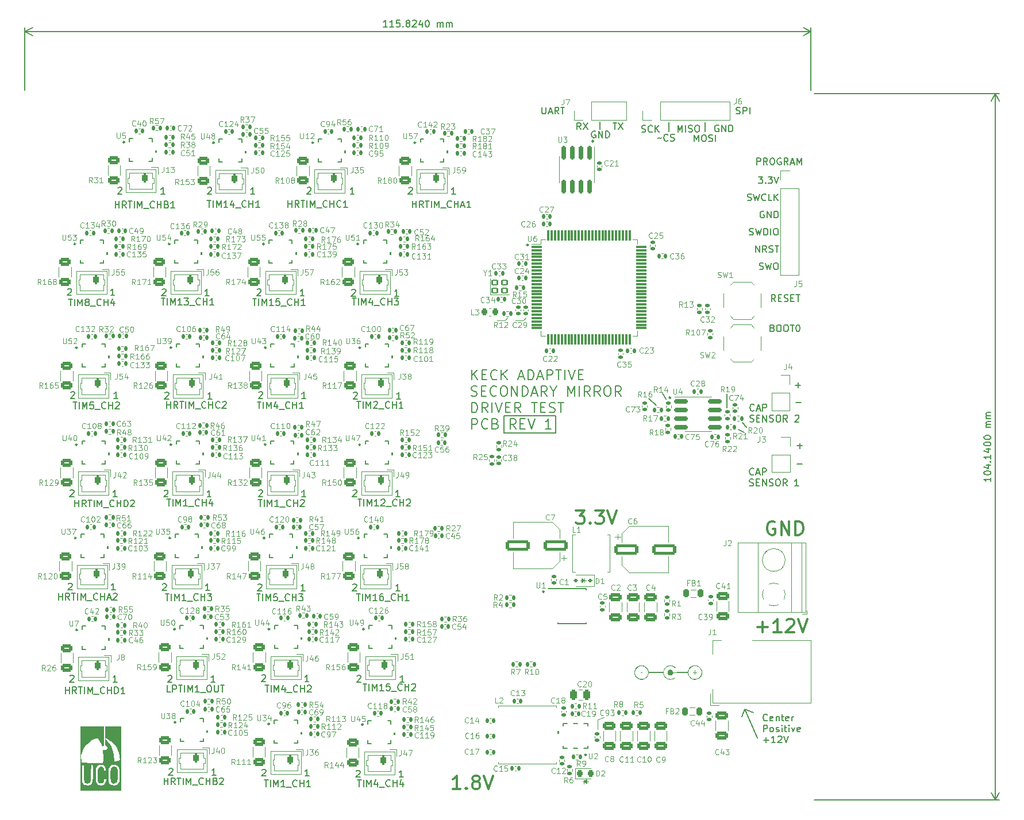
<source format=gbr>
%TF.GenerationSoftware,KiCad,Pcbnew,7.0.7*%
%TF.CreationDate,2024-01-27T11:11:08-08:00*%
%TF.ProjectId,KASM_PCB_REV1,4b41534d-5f50-4434-925f-524556312e6b,rev?*%
%TF.SameCoordinates,Original*%
%TF.FileFunction,Legend,Top*%
%TF.FilePolarity,Positive*%
%FSLAX46Y46*%
G04 Gerber Fmt 4.6, Leading zero omitted, Abs format (unit mm)*
G04 Created by KiCad (PCBNEW 7.0.7) date 2024-01-27 11:11:08*
%MOMM*%
%LPD*%
G01*
G04 APERTURE LIST*
G04 Aperture macros list*
%AMRoundRect*
0 Rectangle with rounded corners*
0 $1 Rounding radius*
0 $2 $3 $4 $5 $6 $7 $8 $9 X,Y pos of 4 corners*
0 Add a 4 corners polygon primitive as box body*
4,1,4,$2,$3,$4,$5,$6,$7,$8,$9,$2,$3,0*
0 Add four circle primitives for the rounded corners*
1,1,$1+$1,$2,$3*
1,1,$1+$1,$4,$5*
1,1,$1+$1,$6,$7*
1,1,$1+$1,$8,$9*
0 Add four rect primitives between the rounded corners*
20,1,$1+$1,$2,$3,$4,$5,0*
20,1,$1+$1,$4,$5,$6,$7,0*
20,1,$1+$1,$6,$7,$8,$9,0*
20,1,$1+$1,$8,$9,$2,$3,0*%
G04 Aperture macros list end*
%ADD10C,0.150000*%
%ADD11C,0.300000*%
%ADD12C,0.211783*%
%ADD13C,0.100000*%
%ADD14C,0.200000*%
%ADD15C,0.120000*%
%ADD16C,0.152400*%
%ADD17C,0.600000*%
%ADD18RoundRect,0.140000X0.140000X0.170000X-0.140000X0.170000X-0.140000X-0.170000X0.140000X-0.170000X0*%
%ADD19RoundRect,0.140000X-0.170000X0.140000X-0.170000X-0.140000X0.170000X-0.140000X0.170000X0.140000X0*%
%ADD20RoundRect,0.140000X0.170000X-0.140000X0.170000X0.140000X-0.170000X0.140000X-0.170000X-0.140000X0*%
%ADD21RoundRect,0.250000X-0.650000X0.325000X-0.650000X-0.325000X0.650000X-0.325000X0.650000X0.325000X0*%
%ADD22R,0.863600X0.254000*%
%ADD23R,0.254000X0.863600*%
%ADD24R,1.803400X1.803400*%
%ADD25RoundRect,0.135000X-0.135000X-0.185000X0.135000X-0.185000X0.135000X0.185000X-0.135000X0.185000X0*%
%ADD26RoundRect,0.135000X-0.185000X0.135000X-0.185000X-0.135000X0.185000X-0.135000X0.185000X0.135000X0*%
%ADD27RoundRect,0.135000X0.135000X0.185000X-0.135000X0.185000X-0.135000X-0.185000X0.135000X-0.185000X0*%
%ADD28RoundRect,0.200000X0.200000X0.450000X-0.200000X0.450000X-0.200000X-0.450000X0.200000X-0.450000X0*%
%ADD29O,0.800000X1.300000*%
%ADD30R,1.700000X1.700000*%
%ADD31O,1.700000X1.700000*%
%ADD32RoundRect,0.140000X-0.140000X-0.170000X0.140000X-0.170000X0.140000X0.170000X-0.140000X0.170000X0*%
%ADD33RoundRect,0.250000X-0.625000X0.312500X-0.625000X-0.312500X0.625000X-0.312500X0.625000X0.312500X0*%
%ADD34RoundRect,0.218750X-0.218750X-0.256250X0.218750X-0.256250X0.218750X0.256250X-0.218750X0.256250X0*%
%ADD35R,1.000000X0.750000*%
%ADD36C,5.600000*%
%ADD37RoundRect,0.150000X-0.825000X-0.150000X0.825000X-0.150000X0.825000X0.150000X-0.825000X0.150000X0*%
%ADD38R,1.550000X0.600000*%
%ADD39R,2.600000X3.100000*%
%ADD40RoundRect,0.218750X0.218750X0.256250X-0.218750X0.256250X-0.218750X-0.256250X0.218750X-0.256250X0*%
%ADD41RoundRect,0.075000X-0.725000X-0.075000X0.725000X-0.075000X0.725000X0.075000X-0.725000X0.075000X0*%
%ADD42RoundRect,0.075000X-0.075000X-0.725000X0.075000X-0.725000X0.075000X0.725000X-0.075000X0.725000X0*%
%ADD43R,0.280000X0.850000*%
%ADD44R,0.850000X0.280000*%
%ADD45C,0.600000*%
%ADD46RoundRect,0.250000X1.500000X0.550000X-1.500000X0.550000X-1.500000X-0.550000X1.500000X-0.550000X0*%
%ADD47RoundRect,0.250000X0.250000X0.475000X-0.250000X0.475000X-0.250000X-0.475000X0.250000X-0.475000X0*%
%ADD48RoundRect,0.135000X0.185000X-0.135000X0.185000X0.135000X-0.185000X0.135000X-0.185000X-0.135000X0*%
%ADD49R,2.000000X4.600000*%
%ADD50O,2.000000X4.200000*%
%ADD51O,4.200000X2.000000*%
%ADD52R,4.200000X1.400000*%
%ADD53RoundRect,0.150000X-0.150000X0.825000X-0.150000X-0.825000X0.150000X-0.825000X0.150000X0.825000X0*%
%ADD54RoundRect,0.218750X0.218750X0.381250X-0.218750X0.381250X-0.218750X-0.381250X0.218750X-0.381250X0*%
%ADD55R,2.200000X7.500000*%
%ADD56RoundRect,0.112500X0.187500X0.112500X-0.187500X0.112500X-0.187500X-0.112500X0.187500X-0.112500X0*%
%ADD57RoundRect,0.250000X-1.500000X-0.550000X1.500000X-0.550000X1.500000X0.550000X-1.500000X0.550000X0*%
%ADD58RoundRect,0.102000X-0.373000X-0.323000X0.373000X-0.323000X0.373000X0.323000X-0.373000X0.323000X0*%
%ADD59R,2.600000X2.600000*%
%ADD60C,2.600000*%
G04 APERTURE END LIST*
D10*
X170611800Y-136448800D02*
X171831000Y-136982200D01*
X170611800Y-136448800D02*
X170154600Y-137591800D01*
X172440600Y-140690600D02*
X170611800Y-136448800D01*
X173907607Y-138108780D02*
X173859988Y-138156400D01*
X173859988Y-138156400D02*
X173717131Y-138204019D01*
X173717131Y-138204019D02*
X173621893Y-138204019D01*
X173621893Y-138204019D02*
X173479036Y-138156400D01*
X173479036Y-138156400D02*
X173383798Y-138061161D01*
X173383798Y-138061161D02*
X173336179Y-137965923D01*
X173336179Y-137965923D02*
X173288560Y-137775447D01*
X173288560Y-137775447D02*
X173288560Y-137632590D01*
X173288560Y-137632590D02*
X173336179Y-137442114D01*
X173336179Y-137442114D02*
X173383798Y-137346876D01*
X173383798Y-137346876D02*
X173479036Y-137251638D01*
X173479036Y-137251638D02*
X173621893Y-137204019D01*
X173621893Y-137204019D02*
X173717131Y-137204019D01*
X173717131Y-137204019D02*
X173859988Y-137251638D01*
X173859988Y-137251638D02*
X173907607Y-137299257D01*
X174717131Y-138156400D02*
X174621893Y-138204019D01*
X174621893Y-138204019D02*
X174431417Y-138204019D01*
X174431417Y-138204019D02*
X174336179Y-138156400D01*
X174336179Y-138156400D02*
X174288560Y-138061161D01*
X174288560Y-138061161D02*
X174288560Y-137680209D01*
X174288560Y-137680209D02*
X174336179Y-137584971D01*
X174336179Y-137584971D02*
X174431417Y-137537352D01*
X174431417Y-137537352D02*
X174621893Y-137537352D01*
X174621893Y-137537352D02*
X174717131Y-137584971D01*
X174717131Y-137584971D02*
X174764750Y-137680209D01*
X174764750Y-137680209D02*
X174764750Y-137775447D01*
X174764750Y-137775447D02*
X174288560Y-137870685D01*
X175193322Y-137537352D02*
X175193322Y-138204019D01*
X175193322Y-137632590D02*
X175240941Y-137584971D01*
X175240941Y-137584971D02*
X175336179Y-137537352D01*
X175336179Y-137537352D02*
X175479036Y-137537352D01*
X175479036Y-137537352D02*
X175574274Y-137584971D01*
X175574274Y-137584971D02*
X175621893Y-137680209D01*
X175621893Y-137680209D02*
X175621893Y-138204019D01*
X175955227Y-137537352D02*
X176336179Y-137537352D01*
X176098084Y-137204019D02*
X176098084Y-138061161D01*
X176098084Y-138061161D02*
X176145703Y-138156400D01*
X176145703Y-138156400D02*
X176240941Y-138204019D01*
X176240941Y-138204019D02*
X176336179Y-138204019D01*
X177050465Y-138156400D02*
X176955227Y-138204019D01*
X176955227Y-138204019D02*
X176764751Y-138204019D01*
X176764751Y-138204019D02*
X176669513Y-138156400D01*
X176669513Y-138156400D02*
X176621894Y-138061161D01*
X176621894Y-138061161D02*
X176621894Y-137680209D01*
X176621894Y-137680209D02*
X176669513Y-137584971D01*
X176669513Y-137584971D02*
X176764751Y-137537352D01*
X176764751Y-137537352D02*
X176955227Y-137537352D01*
X176955227Y-137537352D02*
X177050465Y-137584971D01*
X177050465Y-137584971D02*
X177098084Y-137680209D01*
X177098084Y-137680209D02*
X177098084Y-137775447D01*
X177098084Y-137775447D02*
X176621894Y-137870685D01*
X177526656Y-138204019D02*
X177526656Y-137537352D01*
X177526656Y-137727828D02*
X177574275Y-137632590D01*
X177574275Y-137632590D02*
X177621894Y-137584971D01*
X177621894Y-137584971D02*
X177717132Y-137537352D01*
X177717132Y-137537352D02*
X177812370Y-137537352D01*
X173336179Y-139814019D02*
X173336179Y-138814019D01*
X173336179Y-138814019D02*
X173717131Y-138814019D01*
X173717131Y-138814019D02*
X173812369Y-138861638D01*
X173812369Y-138861638D02*
X173859988Y-138909257D01*
X173859988Y-138909257D02*
X173907607Y-139004495D01*
X173907607Y-139004495D02*
X173907607Y-139147352D01*
X173907607Y-139147352D02*
X173859988Y-139242590D01*
X173859988Y-139242590D02*
X173812369Y-139290209D01*
X173812369Y-139290209D02*
X173717131Y-139337828D01*
X173717131Y-139337828D02*
X173336179Y-139337828D01*
X174479036Y-139814019D02*
X174383798Y-139766400D01*
X174383798Y-139766400D02*
X174336179Y-139718780D01*
X174336179Y-139718780D02*
X174288560Y-139623542D01*
X174288560Y-139623542D02*
X174288560Y-139337828D01*
X174288560Y-139337828D02*
X174336179Y-139242590D01*
X174336179Y-139242590D02*
X174383798Y-139194971D01*
X174383798Y-139194971D02*
X174479036Y-139147352D01*
X174479036Y-139147352D02*
X174621893Y-139147352D01*
X174621893Y-139147352D02*
X174717131Y-139194971D01*
X174717131Y-139194971D02*
X174764750Y-139242590D01*
X174764750Y-139242590D02*
X174812369Y-139337828D01*
X174812369Y-139337828D02*
X174812369Y-139623542D01*
X174812369Y-139623542D02*
X174764750Y-139718780D01*
X174764750Y-139718780D02*
X174717131Y-139766400D01*
X174717131Y-139766400D02*
X174621893Y-139814019D01*
X174621893Y-139814019D02*
X174479036Y-139814019D01*
X175193322Y-139766400D02*
X175288560Y-139814019D01*
X175288560Y-139814019D02*
X175479036Y-139814019D01*
X175479036Y-139814019D02*
X175574274Y-139766400D01*
X175574274Y-139766400D02*
X175621893Y-139671161D01*
X175621893Y-139671161D02*
X175621893Y-139623542D01*
X175621893Y-139623542D02*
X175574274Y-139528304D01*
X175574274Y-139528304D02*
X175479036Y-139480685D01*
X175479036Y-139480685D02*
X175336179Y-139480685D01*
X175336179Y-139480685D02*
X175240941Y-139433066D01*
X175240941Y-139433066D02*
X175193322Y-139337828D01*
X175193322Y-139337828D02*
X175193322Y-139290209D01*
X175193322Y-139290209D02*
X175240941Y-139194971D01*
X175240941Y-139194971D02*
X175336179Y-139147352D01*
X175336179Y-139147352D02*
X175479036Y-139147352D01*
X175479036Y-139147352D02*
X175574274Y-139194971D01*
X176050465Y-139814019D02*
X176050465Y-139147352D01*
X176050465Y-138814019D02*
X176002846Y-138861638D01*
X176002846Y-138861638D02*
X176050465Y-138909257D01*
X176050465Y-138909257D02*
X176098084Y-138861638D01*
X176098084Y-138861638D02*
X176050465Y-138814019D01*
X176050465Y-138814019D02*
X176050465Y-138909257D01*
X176383798Y-139147352D02*
X176764750Y-139147352D01*
X176526655Y-138814019D02*
X176526655Y-139671161D01*
X176526655Y-139671161D02*
X176574274Y-139766400D01*
X176574274Y-139766400D02*
X176669512Y-139814019D01*
X176669512Y-139814019D02*
X176764750Y-139814019D01*
X177098084Y-139814019D02*
X177098084Y-139147352D01*
X177098084Y-138814019D02*
X177050465Y-138861638D01*
X177050465Y-138861638D02*
X177098084Y-138909257D01*
X177098084Y-138909257D02*
X177145703Y-138861638D01*
X177145703Y-138861638D02*
X177098084Y-138814019D01*
X177098084Y-138814019D02*
X177098084Y-138909257D01*
X177479036Y-139147352D02*
X177717131Y-139814019D01*
X177717131Y-139814019D02*
X177955226Y-139147352D01*
X178717131Y-139766400D02*
X178621893Y-139814019D01*
X178621893Y-139814019D02*
X178431417Y-139814019D01*
X178431417Y-139814019D02*
X178336179Y-139766400D01*
X178336179Y-139766400D02*
X178288560Y-139671161D01*
X178288560Y-139671161D02*
X178288560Y-139290209D01*
X178288560Y-139290209D02*
X178336179Y-139194971D01*
X178336179Y-139194971D02*
X178431417Y-139147352D01*
X178431417Y-139147352D02*
X178621893Y-139147352D01*
X178621893Y-139147352D02*
X178717131Y-139194971D01*
X178717131Y-139194971D02*
X178764750Y-139290209D01*
X178764750Y-139290209D02*
X178764750Y-139385447D01*
X178764750Y-139385447D02*
X178288560Y-139480685D01*
X173336179Y-141043066D02*
X174098084Y-141043066D01*
X173717131Y-141424019D02*
X173717131Y-140662114D01*
X175098083Y-141424019D02*
X174526655Y-141424019D01*
X174812369Y-141424019D02*
X174812369Y-140424019D01*
X174812369Y-140424019D02*
X174717131Y-140566876D01*
X174717131Y-140566876D02*
X174621893Y-140662114D01*
X174621893Y-140662114D02*
X174526655Y-140709733D01*
X175479036Y-140519257D02*
X175526655Y-140471638D01*
X175526655Y-140471638D02*
X175621893Y-140424019D01*
X175621893Y-140424019D02*
X175859988Y-140424019D01*
X175859988Y-140424019D02*
X175955226Y-140471638D01*
X175955226Y-140471638D02*
X176002845Y-140519257D01*
X176002845Y-140519257D02*
X176050464Y-140614495D01*
X176050464Y-140614495D02*
X176050464Y-140709733D01*
X176050464Y-140709733D02*
X176002845Y-140852590D01*
X176002845Y-140852590D02*
X175431417Y-141424019D01*
X175431417Y-141424019D02*
X176050464Y-141424019D01*
X176336179Y-140424019D02*
X176669512Y-141424019D01*
X176669512Y-141424019D02*
X177002845Y-140424019D01*
X157530800Y-91694000D02*
X156464000Y-90678000D01*
X158445200Y-89916000D02*
X158953200Y-90779600D01*
X170484800Y-95707200D02*
X169672000Y-95250000D01*
X170840400Y-94894400D02*
X170230800Y-94234000D01*
X167944800Y-90017600D02*
X167944800Y-92049600D01*
D11*
X172428358Y-124402933D02*
X173952168Y-124402933D01*
X173190263Y-125164838D02*
X173190263Y-123641028D01*
X175952167Y-125164838D02*
X174809310Y-125164838D01*
X175380738Y-125164838D02*
X175380738Y-123164838D01*
X175380738Y-123164838D02*
X175190262Y-123450552D01*
X175190262Y-123450552D02*
X174999786Y-123641028D01*
X174999786Y-123641028D02*
X174809310Y-123736266D01*
X176714072Y-123355314D02*
X176809310Y-123260076D01*
X176809310Y-123260076D02*
X176999786Y-123164838D01*
X176999786Y-123164838D02*
X177475977Y-123164838D01*
X177475977Y-123164838D02*
X177666453Y-123260076D01*
X177666453Y-123260076D02*
X177761691Y-123355314D01*
X177761691Y-123355314D02*
X177856929Y-123545790D01*
X177856929Y-123545790D02*
X177856929Y-123736266D01*
X177856929Y-123736266D02*
X177761691Y-124021980D01*
X177761691Y-124021980D02*
X176618834Y-125164838D01*
X176618834Y-125164838D02*
X177856929Y-125164838D01*
X178428358Y-123164838D02*
X179095024Y-125164838D01*
X179095024Y-125164838D02*
X179761691Y-123164838D01*
X174999977Y-108883676D02*
X174809501Y-108788438D01*
X174809501Y-108788438D02*
X174523787Y-108788438D01*
X174523787Y-108788438D02*
X174238072Y-108883676D01*
X174238072Y-108883676D02*
X174047596Y-109074152D01*
X174047596Y-109074152D02*
X173952358Y-109264628D01*
X173952358Y-109264628D02*
X173857120Y-109645580D01*
X173857120Y-109645580D02*
X173857120Y-109931295D01*
X173857120Y-109931295D02*
X173952358Y-110312247D01*
X173952358Y-110312247D02*
X174047596Y-110502723D01*
X174047596Y-110502723D02*
X174238072Y-110693200D01*
X174238072Y-110693200D02*
X174523787Y-110788438D01*
X174523787Y-110788438D02*
X174714263Y-110788438D01*
X174714263Y-110788438D02*
X174999977Y-110693200D01*
X174999977Y-110693200D02*
X175095215Y-110597961D01*
X175095215Y-110597961D02*
X175095215Y-109931295D01*
X175095215Y-109931295D02*
X174714263Y-109931295D01*
X175952358Y-110788438D02*
X175952358Y-108788438D01*
X175952358Y-108788438D02*
X177095215Y-110788438D01*
X177095215Y-110788438D02*
X177095215Y-108788438D01*
X178047596Y-110788438D02*
X178047596Y-108788438D01*
X178047596Y-108788438D02*
X178523786Y-108788438D01*
X178523786Y-108788438D02*
X178809501Y-108883676D01*
X178809501Y-108883676D02*
X178999977Y-109074152D01*
X178999977Y-109074152D02*
X179095215Y-109264628D01*
X179095215Y-109264628D02*
X179190453Y-109645580D01*
X179190453Y-109645580D02*
X179190453Y-109931295D01*
X179190453Y-109931295D02*
X179095215Y-110312247D01*
X179095215Y-110312247D02*
X178999977Y-110502723D01*
X178999977Y-110502723D02*
X178809501Y-110693200D01*
X178809501Y-110693200D02*
X178523786Y-110788438D01*
X178523786Y-110788438D02*
X178047596Y-110788438D01*
D10*
X135128000Y-93218000D02*
X142748000Y-93218000D01*
X142748000Y-95758000D01*
X135128000Y-95758000D01*
X135128000Y-93218000D01*
X117904190Y-35880819D02*
X117332762Y-35880819D01*
X117618476Y-35880819D02*
X117618476Y-34880819D01*
X117618476Y-34880819D02*
X117523238Y-35023676D01*
X117523238Y-35023676D02*
X117428000Y-35118914D01*
X117428000Y-35118914D02*
X117332762Y-35166533D01*
X118856571Y-35880819D02*
X118285143Y-35880819D01*
X118570857Y-35880819D02*
X118570857Y-34880819D01*
X118570857Y-34880819D02*
X118475619Y-35023676D01*
X118475619Y-35023676D02*
X118380381Y-35118914D01*
X118380381Y-35118914D02*
X118285143Y-35166533D01*
X119761333Y-34880819D02*
X119285143Y-34880819D01*
X119285143Y-34880819D02*
X119237524Y-35357009D01*
X119237524Y-35357009D02*
X119285143Y-35309390D01*
X119285143Y-35309390D02*
X119380381Y-35261771D01*
X119380381Y-35261771D02*
X119618476Y-35261771D01*
X119618476Y-35261771D02*
X119713714Y-35309390D01*
X119713714Y-35309390D02*
X119761333Y-35357009D01*
X119761333Y-35357009D02*
X119808952Y-35452247D01*
X119808952Y-35452247D02*
X119808952Y-35690342D01*
X119808952Y-35690342D02*
X119761333Y-35785580D01*
X119761333Y-35785580D02*
X119713714Y-35833200D01*
X119713714Y-35833200D02*
X119618476Y-35880819D01*
X119618476Y-35880819D02*
X119380381Y-35880819D01*
X119380381Y-35880819D02*
X119285143Y-35833200D01*
X119285143Y-35833200D02*
X119237524Y-35785580D01*
X120237524Y-35785580D02*
X120285143Y-35833200D01*
X120285143Y-35833200D02*
X120237524Y-35880819D01*
X120237524Y-35880819D02*
X120189905Y-35833200D01*
X120189905Y-35833200D02*
X120237524Y-35785580D01*
X120237524Y-35785580D02*
X120237524Y-35880819D01*
X120856571Y-35309390D02*
X120761333Y-35261771D01*
X120761333Y-35261771D02*
X120713714Y-35214152D01*
X120713714Y-35214152D02*
X120666095Y-35118914D01*
X120666095Y-35118914D02*
X120666095Y-35071295D01*
X120666095Y-35071295D02*
X120713714Y-34976057D01*
X120713714Y-34976057D02*
X120761333Y-34928438D01*
X120761333Y-34928438D02*
X120856571Y-34880819D01*
X120856571Y-34880819D02*
X121047047Y-34880819D01*
X121047047Y-34880819D02*
X121142285Y-34928438D01*
X121142285Y-34928438D02*
X121189904Y-34976057D01*
X121189904Y-34976057D02*
X121237523Y-35071295D01*
X121237523Y-35071295D02*
X121237523Y-35118914D01*
X121237523Y-35118914D02*
X121189904Y-35214152D01*
X121189904Y-35214152D02*
X121142285Y-35261771D01*
X121142285Y-35261771D02*
X121047047Y-35309390D01*
X121047047Y-35309390D02*
X120856571Y-35309390D01*
X120856571Y-35309390D02*
X120761333Y-35357009D01*
X120761333Y-35357009D02*
X120713714Y-35404628D01*
X120713714Y-35404628D02*
X120666095Y-35499866D01*
X120666095Y-35499866D02*
X120666095Y-35690342D01*
X120666095Y-35690342D02*
X120713714Y-35785580D01*
X120713714Y-35785580D02*
X120761333Y-35833200D01*
X120761333Y-35833200D02*
X120856571Y-35880819D01*
X120856571Y-35880819D02*
X121047047Y-35880819D01*
X121047047Y-35880819D02*
X121142285Y-35833200D01*
X121142285Y-35833200D02*
X121189904Y-35785580D01*
X121189904Y-35785580D02*
X121237523Y-35690342D01*
X121237523Y-35690342D02*
X121237523Y-35499866D01*
X121237523Y-35499866D02*
X121189904Y-35404628D01*
X121189904Y-35404628D02*
X121142285Y-35357009D01*
X121142285Y-35357009D02*
X121047047Y-35309390D01*
X121618476Y-34976057D02*
X121666095Y-34928438D01*
X121666095Y-34928438D02*
X121761333Y-34880819D01*
X121761333Y-34880819D02*
X121999428Y-34880819D01*
X121999428Y-34880819D02*
X122094666Y-34928438D01*
X122094666Y-34928438D02*
X122142285Y-34976057D01*
X122142285Y-34976057D02*
X122189904Y-35071295D01*
X122189904Y-35071295D02*
X122189904Y-35166533D01*
X122189904Y-35166533D02*
X122142285Y-35309390D01*
X122142285Y-35309390D02*
X121570857Y-35880819D01*
X121570857Y-35880819D02*
X122189904Y-35880819D01*
X123047047Y-35214152D02*
X123047047Y-35880819D01*
X122808952Y-34833200D02*
X122570857Y-35547485D01*
X122570857Y-35547485D02*
X123189904Y-35547485D01*
X123761333Y-34880819D02*
X123856571Y-34880819D01*
X123856571Y-34880819D02*
X123951809Y-34928438D01*
X123951809Y-34928438D02*
X123999428Y-34976057D01*
X123999428Y-34976057D02*
X124047047Y-35071295D01*
X124047047Y-35071295D02*
X124094666Y-35261771D01*
X124094666Y-35261771D02*
X124094666Y-35499866D01*
X124094666Y-35499866D02*
X124047047Y-35690342D01*
X124047047Y-35690342D02*
X123999428Y-35785580D01*
X123999428Y-35785580D02*
X123951809Y-35833200D01*
X123951809Y-35833200D02*
X123856571Y-35880819D01*
X123856571Y-35880819D02*
X123761333Y-35880819D01*
X123761333Y-35880819D02*
X123666095Y-35833200D01*
X123666095Y-35833200D02*
X123618476Y-35785580D01*
X123618476Y-35785580D02*
X123570857Y-35690342D01*
X123570857Y-35690342D02*
X123523238Y-35499866D01*
X123523238Y-35499866D02*
X123523238Y-35261771D01*
X123523238Y-35261771D02*
X123570857Y-35071295D01*
X123570857Y-35071295D02*
X123618476Y-34976057D01*
X123618476Y-34976057D02*
X123666095Y-34928438D01*
X123666095Y-34928438D02*
X123761333Y-34880819D01*
X125285143Y-35880819D02*
X125285143Y-35214152D01*
X125285143Y-35309390D02*
X125332762Y-35261771D01*
X125332762Y-35261771D02*
X125428000Y-35214152D01*
X125428000Y-35214152D02*
X125570857Y-35214152D01*
X125570857Y-35214152D02*
X125666095Y-35261771D01*
X125666095Y-35261771D02*
X125713714Y-35357009D01*
X125713714Y-35357009D02*
X125713714Y-35880819D01*
X125713714Y-35357009D02*
X125761333Y-35261771D01*
X125761333Y-35261771D02*
X125856571Y-35214152D01*
X125856571Y-35214152D02*
X125999428Y-35214152D01*
X125999428Y-35214152D02*
X126094667Y-35261771D01*
X126094667Y-35261771D02*
X126142286Y-35357009D01*
X126142286Y-35357009D02*
X126142286Y-35880819D01*
X126618476Y-35880819D02*
X126618476Y-35214152D01*
X126618476Y-35309390D02*
X126666095Y-35261771D01*
X126666095Y-35261771D02*
X126761333Y-35214152D01*
X126761333Y-35214152D02*
X126904190Y-35214152D01*
X126904190Y-35214152D02*
X126999428Y-35261771D01*
X126999428Y-35261771D02*
X127047047Y-35357009D01*
X127047047Y-35357009D02*
X127047047Y-35880819D01*
X127047047Y-35357009D02*
X127094666Y-35261771D01*
X127094666Y-35261771D02*
X127189904Y-35214152D01*
X127189904Y-35214152D02*
X127332761Y-35214152D01*
X127332761Y-35214152D02*
X127428000Y-35261771D01*
X127428000Y-35261771D02*
X127475619Y-35357009D01*
X127475619Y-35357009D02*
X127475619Y-35880819D01*
X64516000Y-45220000D02*
X64516000Y-35989580D01*
X180340000Y-45220000D02*
X180340000Y-35989580D01*
X64516000Y-36576000D02*
X180340000Y-36576000D01*
X64516000Y-36576000D02*
X180340000Y-36576000D01*
X64516000Y-36576000D02*
X65642504Y-35989579D01*
X64516000Y-36576000D02*
X65642504Y-37162421D01*
X180340000Y-36576000D02*
X179213496Y-37162421D01*
X180340000Y-36576000D02*
X179213496Y-35989579D01*
X206822819Y-102313809D02*
X206822819Y-102885237D01*
X206822819Y-102599523D02*
X205822819Y-102599523D01*
X205822819Y-102599523D02*
X205965676Y-102694761D01*
X205965676Y-102694761D02*
X206060914Y-102789999D01*
X206060914Y-102789999D02*
X206108533Y-102885237D01*
X205822819Y-101694761D02*
X205822819Y-101599523D01*
X205822819Y-101599523D02*
X205870438Y-101504285D01*
X205870438Y-101504285D02*
X205918057Y-101456666D01*
X205918057Y-101456666D02*
X206013295Y-101409047D01*
X206013295Y-101409047D02*
X206203771Y-101361428D01*
X206203771Y-101361428D02*
X206441866Y-101361428D01*
X206441866Y-101361428D02*
X206632342Y-101409047D01*
X206632342Y-101409047D02*
X206727580Y-101456666D01*
X206727580Y-101456666D02*
X206775200Y-101504285D01*
X206775200Y-101504285D02*
X206822819Y-101599523D01*
X206822819Y-101599523D02*
X206822819Y-101694761D01*
X206822819Y-101694761D02*
X206775200Y-101789999D01*
X206775200Y-101789999D02*
X206727580Y-101837618D01*
X206727580Y-101837618D02*
X206632342Y-101885237D01*
X206632342Y-101885237D02*
X206441866Y-101932856D01*
X206441866Y-101932856D02*
X206203771Y-101932856D01*
X206203771Y-101932856D02*
X206013295Y-101885237D01*
X206013295Y-101885237D02*
X205918057Y-101837618D01*
X205918057Y-101837618D02*
X205870438Y-101789999D01*
X205870438Y-101789999D02*
X205822819Y-101694761D01*
X206156152Y-100504285D02*
X206822819Y-100504285D01*
X205775200Y-100742380D02*
X206489485Y-100980475D01*
X206489485Y-100980475D02*
X206489485Y-100361428D01*
X206727580Y-99980475D02*
X206775200Y-99932856D01*
X206775200Y-99932856D02*
X206822819Y-99980475D01*
X206822819Y-99980475D02*
X206775200Y-100028094D01*
X206775200Y-100028094D02*
X206727580Y-99980475D01*
X206727580Y-99980475D02*
X206822819Y-99980475D01*
X206822819Y-98980476D02*
X206822819Y-99551904D01*
X206822819Y-99266190D02*
X205822819Y-99266190D01*
X205822819Y-99266190D02*
X205965676Y-99361428D01*
X205965676Y-99361428D02*
X206060914Y-99456666D01*
X206060914Y-99456666D02*
X206108533Y-99551904D01*
X206156152Y-98123333D02*
X206822819Y-98123333D01*
X205775200Y-98361428D02*
X206489485Y-98599523D01*
X206489485Y-98599523D02*
X206489485Y-97980476D01*
X205822819Y-97409047D02*
X205822819Y-97313809D01*
X205822819Y-97313809D02*
X205870438Y-97218571D01*
X205870438Y-97218571D02*
X205918057Y-97170952D01*
X205918057Y-97170952D02*
X206013295Y-97123333D01*
X206013295Y-97123333D02*
X206203771Y-97075714D01*
X206203771Y-97075714D02*
X206441866Y-97075714D01*
X206441866Y-97075714D02*
X206632342Y-97123333D01*
X206632342Y-97123333D02*
X206727580Y-97170952D01*
X206727580Y-97170952D02*
X206775200Y-97218571D01*
X206775200Y-97218571D02*
X206822819Y-97313809D01*
X206822819Y-97313809D02*
X206822819Y-97409047D01*
X206822819Y-97409047D02*
X206775200Y-97504285D01*
X206775200Y-97504285D02*
X206727580Y-97551904D01*
X206727580Y-97551904D02*
X206632342Y-97599523D01*
X206632342Y-97599523D02*
X206441866Y-97647142D01*
X206441866Y-97647142D02*
X206203771Y-97647142D01*
X206203771Y-97647142D02*
X206013295Y-97599523D01*
X206013295Y-97599523D02*
X205918057Y-97551904D01*
X205918057Y-97551904D02*
X205870438Y-97504285D01*
X205870438Y-97504285D02*
X205822819Y-97409047D01*
X205822819Y-96456666D02*
X205822819Y-96361428D01*
X205822819Y-96361428D02*
X205870438Y-96266190D01*
X205870438Y-96266190D02*
X205918057Y-96218571D01*
X205918057Y-96218571D02*
X206013295Y-96170952D01*
X206013295Y-96170952D02*
X206203771Y-96123333D01*
X206203771Y-96123333D02*
X206441866Y-96123333D01*
X206441866Y-96123333D02*
X206632342Y-96170952D01*
X206632342Y-96170952D02*
X206727580Y-96218571D01*
X206727580Y-96218571D02*
X206775200Y-96266190D01*
X206775200Y-96266190D02*
X206822819Y-96361428D01*
X206822819Y-96361428D02*
X206822819Y-96456666D01*
X206822819Y-96456666D02*
X206775200Y-96551904D01*
X206775200Y-96551904D02*
X206727580Y-96599523D01*
X206727580Y-96599523D02*
X206632342Y-96647142D01*
X206632342Y-96647142D02*
X206441866Y-96694761D01*
X206441866Y-96694761D02*
X206203771Y-96694761D01*
X206203771Y-96694761D02*
X206013295Y-96647142D01*
X206013295Y-96647142D02*
X205918057Y-96599523D01*
X205918057Y-96599523D02*
X205870438Y-96551904D01*
X205870438Y-96551904D02*
X205822819Y-96456666D01*
X206822819Y-94932856D02*
X206156152Y-94932856D01*
X206251390Y-94932856D02*
X206203771Y-94885237D01*
X206203771Y-94885237D02*
X206156152Y-94789999D01*
X206156152Y-94789999D02*
X206156152Y-94647142D01*
X206156152Y-94647142D02*
X206203771Y-94551904D01*
X206203771Y-94551904D02*
X206299009Y-94504285D01*
X206299009Y-94504285D02*
X206822819Y-94504285D01*
X206299009Y-94504285D02*
X206203771Y-94456666D01*
X206203771Y-94456666D02*
X206156152Y-94361428D01*
X206156152Y-94361428D02*
X206156152Y-94218571D01*
X206156152Y-94218571D02*
X206203771Y-94123332D01*
X206203771Y-94123332D02*
X206299009Y-94075713D01*
X206299009Y-94075713D02*
X206822819Y-94075713D01*
X206822819Y-93599523D02*
X206156152Y-93599523D01*
X206251390Y-93599523D02*
X206203771Y-93551904D01*
X206203771Y-93551904D02*
X206156152Y-93456666D01*
X206156152Y-93456666D02*
X206156152Y-93313809D01*
X206156152Y-93313809D02*
X206203771Y-93218571D01*
X206203771Y-93218571D02*
X206299009Y-93170952D01*
X206299009Y-93170952D02*
X206822819Y-93170952D01*
X206299009Y-93170952D02*
X206203771Y-93123333D01*
X206203771Y-93123333D02*
X206156152Y-93028095D01*
X206156152Y-93028095D02*
X206156152Y-92885238D01*
X206156152Y-92885238D02*
X206203771Y-92789999D01*
X206203771Y-92789999D02*
X206299009Y-92742380D01*
X206299009Y-92742380D02*
X206822819Y-92742380D01*
X180840000Y-149860000D02*
X208104420Y-149860000D01*
X180840000Y-45720000D02*
X208104420Y-45720000D01*
X207518000Y-149860000D02*
X207518000Y-45720000D01*
X207518000Y-149860000D02*
X207518000Y-45720000D01*
X207518000Y-149860000D02*
X206931579Y-148733496D01*
X207518000Y-149860000D02*
X208104421Y-148733496D01*
X207518000Y-45720000D02*
X208104421Y-46846504D01*
X207518000Y-45720000D02*
X206931579Y-46846504D01*
D12*
X148289491Y-52730400D02*
G75*
G03*
X148289491Y-52730400I-105891J0D01*
G01*
X85867342Y-67881194D02*
G75*
G03*
X85867342Y-67881194I-105891J0D01*
G01*
X100040571Y-83151816D02*
G75*
G03*
X100040571Y-83151816I-105891J0D01*
G01*
X85956708Y-111235789D02*
G75*
G03*
X85956708Y-111235789I-105891J0D01*
G01*
X72220571Y-83151816D02*
G75*
G03*
X72220571Y-83151816I-105891J0D01*
G01*
X71957342Y-67881194D02*
G75*
G03*
X71957342Y-67881194I-105891J0D01*
G01*
D13*
X134086600Y-79171800D02*
X135305800Y-79171800D01*
D12*
X86727908Y-138400200D02*
G75*
G03*
X86727908Y-138400200I-105891J0D01*
G01*
X147222691Y-143227800D02*
G75*
G03*
X147222691Y-143227800I-105891J0D01*
G01*
X159648691Y-90520833D02*
G75*
G03*
X159648691Y-90520833I-105891J0D01*
G01*
D13*
X136753600Y-79197200D02*
X137972800Y-79197200D01*
D12*
X99866708Y-111235789D02*
G75*
G03*
X99866708Y-111235789I-105891J0D01*
G01*
X122080771Y-52924800D02*
G75*
G03*
X122080771Y-52924800I-105891J0D01*
G01*
D10*
X146888200Y-117500400D02*
X146583400Y-117729000D01*
X146583400Y-117246400D01*
X146888200Y-117500400D01*
G36*
X146888200Y-117500400D02*
G01*
X146583400Y-117729000D01*
X146583400Y-117246400D01*
X146888200Y-117500400D01*
G37*
D12*
X92399333Y-52950200D02*
G75*
G03*
X92399333Y-52950200I-105891J0D01*
G01*
D10*
X149250400Y-49834800D02*
X149250400Y-50952400D01*
D12*
X113942697Y-97455400D02*
G75*
G03*
X113942697Y-97455400I-105891J0D01*
G01*
D13*
X137972800Y-79197200D02*
X138277600Y-78765400D01*
D12*
X79191708Y-52867774D02*
G75*
G03*
X79191708Y-52867774I-105891J0D01*
G01*
D13*
X146964400Y-117779800D02*
X146964400Y-117195600D01*
D12*
X141025091Y-119126000D02*
G75*
G03*
X141025091Y-119126000I-105891J0D01*
G01*
X113687342Y-67881194D02*
G75*
G03*
X113687342Y-67881194I-105891J0D01*
G01*
X100552733Y-138654200D02*
G75*
G03*
X100552733Y-138654200I-105891J0D01*
G01*
X107022508Y-52924800D02*
G75*
G03*
X107022508Y-52924800I-105891J0D01*
G01*
X114489755Y-124675800D02*
G75*
G03*
X114489755Y-124675800I-105891J0D01*
G01*
X72212697Y-97455400D02*
G75*
G03*
X72212697Y-97455400I-105891J0D01*
G01*
X113776708Y-111235789D02*
G75*
G03*
X113776708Y-111235789I-105891J0D01*
G01*
D10*
X147269100Y-147393400D02*
X146964300Y-147139400D01*
X147269100Y-146910800D01*
X147269100Y-147393400D01*
G36*
X147269100Y-147393400D02*
G01*
X146964300Y-147139400D01*
X147269100Y-146910800D01*
X147269100Y-147393400D01*
G37*
D13*
X146888100Y-146860000D02*
X146888100Y-147444200D01*
D12*
X72236319Y-124785800D02*
G75*
G03*
X72236319Y-124785800I-105891J0D01*
G01*
D13*
X147523100Y-147139400D02*
X146659500Y-147139400D01*
D10*
X164744400Y-49936400D02*
X164744400Y-51308000D01*
D13*
X135305800Y-79184500D02*
X135610600Y-78752700D01*
D12*
X113950571Y-83151816D02*
G75*
G03*
X113950571Y-83151816I-105891J0D01*
G01*
X86669755Y-124675800D02*
G75*
G03*
X86669755Y-124675800I-105891J0D01*
G01*
X138662891Y-68021200D02*
G75*
G03*
X138662891Y-68021200I-105891J0D01*
G01*
X114337708Y-138731755D02*
G75*
G03*
X114337708Y-138731755I-105891J0D01*
G01*
X100032697Y-97455400D02*
G75*
G03*
X100032697Y-97455400I-105891J0D01*
G01*
X72046708Y-111235789D02*
G75*
G03*
X72046708Y-111235789I-105891J0D01*
G01*
D13*
X148869400Y-139443200D02*
X148869400Y-137995400D01*
D12*
X100579755Y-124675800D02*
G75*
G03*
X100579755Y-124675800I-105891J0D01*
G01*
X99777342Y-67881194D02*
G75*
G03*
X99777342Y-67881194I-105891J0D01*
G01*
X86122697Y-97455400D02*
G75*
G03*
X86122697Y-97455400I-105891J0D01*
G01*
X86130571Y-83151816D02*
G75*
G03*
X86130571Y-83151816I-105891J0D01*
G01*
D13*
X146329400Y-117500400D02*
X147193000Y-117500400D01*
D10*
X159359600Y-49961800D02*
X159359600Y-51333400D01*
D13*
X149860000Y-137665200D02*
X148869400Y-137995400D01*
D10*
X119732588Y-119021219D02*
X119161160Y-119021219D01*
X119446874Y-119021219D02*
X119446874Y-118021219D01*
X119446874Y-118021219D02*
X119351636Y-118164076D01*
X119351636Y-118164076D02*
X119256398Y-118259314D01*
X119256398Y-118259314D02*
X119161160Y-118306933D01*
X163125379Y-52778019D02*
X163125379Y-51778019D01*
X163125379Y-51778019D02*
X163458712Y-52492304D01*
X163458712Y-52492304D02*
X163792045Y-51778019D01*
X163792045Y-51778019D02*
X163792045Y-52778019D01*
X164458712Y-51778019D02*
X164649188Y-51778019D01*
X164649188Y-51778019D02*
X164744426Y-51825638D01*
X164744426Y-51825638D02*
X164839664Y-51920876D01*
X164839664Y-51920876D02*
X164887283Y-52111352D01*
X164887283Y-52111352D02*
X164887283Y-52444685D01*
X164887283Y-52444685D02*
X164839664Y-52635161D01*
X164839664Y-52635161D02*
X164744426Y-52730400D01*
X164744426Y-52730400D02*
X164649188Y-52778019D01*
X164649188Y-52778019D02*
X164458712Y-52778019D01*
X164458712Y-52778019D02*
X164363474Y-52730400D01*
X164363474Y-52730400D02*
X164268236Y-52635161D01*
X164268236Y-52635161D02*
X164220617Y-52444685D01*
X164220617Y-52444685D02*
X164220617Y-52111352D01*
X164220617Y-52111352D02*
X164268236Y-51920876D01*
X164268236Y-51920876D02*
X164363474Y-51825638D01*
X164363474Y-51825638D02*
X164458712Y-51778019D01*
X165268236Y-52730400D02*
X165411093Y-52778019D01*
X165411093Y-52778019D02*
X165649188Y-52778019D01*
X165649188Y-52778019D02*
X165744426Y-52730400D01*
X165744426Y-52730400D02*
X165792045Y-52682780D01*
X165792045Y-52682780D02*
X165839664Y-52587542D01*
X165839664Y-52587542D02*
X165839664Y-52492304D01*
X165839664Y-52492304D02*
X165792045Y-52397066D01*
X165792045Y-52397066D02*
X165744426Y-52349447D01*
X165744426Y-52349447D02*
X165649188Y-52301828D01*
X165649188Y-52301828D02*
X165458712Y-52254209D01*
X165458712Y-52254209D02*
X165363474Y-52206590D01*
X165363474Y-52206590D02*
X165315855Y-52158971D01*
X165315855Y-52158971D02*
X165268236Y-52063733D01*
X165268236Y-52063733D02*
X165268236Y-51968495D01*
X165268236Y-51968495D02*
X165315855Y-51873257D01*
X165315855Y-51873257D02*
X165363474Y-51825638D01*
X165363474Y-51825638D02*
X165458712Y-51778019D01*
X165458712Y-51778019D02*
X165696807Y-51778019D01*
X165696807Y-51778019D02*
X165839664Y-51825638D01*
X166268236Y-52778019D02*
X166268236Y-51778019D01*
X99450760Y-145421457D02*
X99498379Y-145373838D01*
X99498379Y-145373838D02*
X99593617Y-145326219D01*
X99593617Y-145326219D02*
X99831712Y-145326219D01*
X99831712Y-145326219D02*
X99926950Y-145373838D01*
X99926950Y-145373838D02*
X99974569Y-145421457D01*
X99974569Y-145421457D02*
X100022188Y-145516695D01*
X100022188Y-145516695D02*
X100022188Y-145611933D01*
X100022188Y-145611933D02*
X99974569Y-145754790D01*
X99974569Y-145754790D02*
X99403141Y-146326219D01*
X99403141Y-146326219D02*
X100022188Y-146326219D01*
X98968160Y-104248057D02*
X99015779Y-104200438D01*
X99015779Y-104200438D02*
X99111017Y-104152819D01*
X99111017Y-104152819D02*
X99349112Y-104152819D01*
X99349112Y-104152819D02*
X99444350Y-104200438D01*
X99444350Y-104200438D02*
X99491969Y-104248057D01*
X99491969Y-104248057D02*
X99539588Y-104343295D01*
X99539588Y-104343295D02*
X99539588Y-104438533D01*
X99539588Y-104438533D02*
X99491969Y-104581390D01*
X99491969Y-104581390D02*
X98920541Y-105152819D01*
X98920541Y-105152819D02*
X99539588Y-105152819D01*
X172345579Y-56207019D02*
X172345579Y-55207019D01*
X172345579Y-55207019D02*
X172726531Y-55207019D01*
X172726531Y-55207019D02*
X172821769Y-55254638D01*
X172821769Y-55254638D02*
X172869388Y-55302257D01*
X172869388Y-55302257D02*
X172917007Y-55397495D01*
X172917007Y-55397495D02*
X172917007Y-55540352D01*
X172917007Y-55540352D02*
X172869388Y-55635590D01*
X172869388Y-55635590D02*
X172821769Y-55683209D01*
X172821769Y-55683209D02*
X172726531Y-55730828D01*
X172726531Y-55730828D02*
X172345579Y-55730828D01*
X173917007Y-56207019D02*
X173583674Y-55730828D01*
X173345579Y-56207019D02*
X173345579Y-55207019D01*
X173345579Y-55207019D02*
X173726531Y-55207019D01*
X173726531Y-55207019D02*
X173821769Y-55254638D01*
X173821769Y-55254638D02*
X173869388Y-55302257D01*
X173869388Y-55302257D02*
X173917007Y-55397495D01*
X173917007Y-55397495D02*
X173917007Y-55540352D01*
X173917007Y-55540352D02*
X173869388Y-55635590D01*
X173869388Y-55635590D02*
X173821769Y-55683209D01*
X173821769Y-55683209D02*
X173726531Y-55730828D01*
X173726531Y-55730828D02*
X173345579Y-55730828D01*
X174536055Y-55207019D02*
X174726531Y-55207019D01*
X174726531Y-55207019D02*
X174821769Y-55254638D01*
X174821769Y-55254638D02*
X174917007Y-55349876D01*
X174917007Y-55349876D02*
X174964626Y-55540352D01*
X174964626Y-55540352D02*
X174964626Y-55873685D01*
X174964626Y-55873685D02*
X174917007Y-56064161D01*
X174917007Y-56064161D02*
X174821769Y-56159400D01*
X174821769Y-56159400D02*
X174726531Y-56207019D01*
X174726531Y-56207019D02*
X174536055Y-56207019D01*
X174536055Y-56207019D02*
X174440817Y-56159400D01*
X174440817Y-56159400D02*
X174345579Y-56064161D01*
X174345579Y-56064161D02*
X174297960Y-55873685D01*
X174297960Y-55873685D02*
X174297960Y-55540352D01*
X174297960Y-55540352D02*
X174345579Y-55349876D01*
X174345579Y-55349876D02*
X174440817Y-55254638D01*
X174440817Y-55254638D02*
X174536055Y-55207019D01*
X175917007Y-55254638D02*
X175821769Y-55207019D01*
X175821769Y-55207019D02*
X175678912Y-55207019D01*
X175678912Y-55207019D02*
X175536055Y-55254638D01*
X175536055Y-55254638D02*
X175440817Y-55349876D01*
X175440817Y-55349876D02*
X175393198Y-55445114D01*
X175393198Y-55445114D02*
X175345579Y-55635590D01*
X175345579Y-55635590D02*
X175345579Y-55778447D01*
X175345579Y-55778447D02*
X175393198Y-55968923D01*
X175393198Y-55968923D02*
X175440817Y-56064161D01*
X175440817Y-56064161D02*
X175536055Y-56159400D01*
X175536055Y-56159400D02*
X175678912Y-56207019D01*
X175678912Y-56207019D02*
X175774150Y-56207019D01*
X175774150Y-56207019D02*
X175917007Y-56159400D01*
X175917007Y-56159400D02*
X175964626Y-56111780D01*
X175964626Y-56111780D02*
X175964626Y-55778447D01*
X175964626Y-55778447D02*
X175774150Y-55778447D01*
X176964626Y-56207019D02*
X176631293Y-55730828D01*
X176393198Y-56207019D02*
X176393198Y-55207019D01*
X176393198Y-55207019D02*
X176774150Y-55207019D01*
X176774150Y-55207019D02*
X176869388Y-55254638D01*
X176869388Y-55254638D02*
X176917007Y-55302257D01*
X176917007Y-55302257D02*
X176964626Y-55397495D01*
X176964626Y-55397495D02*
X176964626Y-55540352D01*
X176964626Y-55540352D02*
X176917007Y-55635590D01*
X176917007Y-55635590D02*
X176869388Y-55683209D01*
X176869388Y-55683209D02*
X176774150Y-55730828D01*
X176774150Y-55730828D02*
X176393198Y-55730828D01*
X177345579Y-55921304D02*
X177821769Y-55921304D01*
X177250341Y-56207019D02*
X177583674Y-55207019D01*
X177583674Y-55207019D02*
X177917007Y-56207019D01*
X178250341Y-56207019D02*
X178250341Y-55207019D01*
X178250341Y-55207019D02*
X178583674Y-55921304D01*
X178583674Y-55921304D02*
X178917007Y-55207019D01*
X178917007Y-55207019D02*
X178917007Y-56207019D01*
X113503322Y-146875619D02*
X114074750Y-146875619D01*
X113789036Y-147875619D02*
X113789036Y-146875619D01*
X114408084Y-147875619D02*
X114408084Y-146875619D01*
X114884274Y-147875619D02*
X114884274Y-146875619D01*
X114884274Y-146875619D02*
X115217607Y-147589904D01*
X115217607Y-147589904D02*
X115550940Y-146875619D01*
X115550940Y-146875619D02*
X115550940Y-147875619D01*
X116455702Y-147208952D02*
X116455702Y-147875619D01*
X116217607Y-146828000D02*
X115979512Y-147542285D01*
X115979512Y-147542285D02*
X116598559Y-147542285D01*
X116741417Y-147970857D02*
X117503321Y-147970857D01*
X118312845Y-147780380D02*
X118265226Y-147828000D01*
X118265226Y-147828000D02*
X118122369Y-147875619D01*
X118122369Y-147875619D02*
X118027131Y-147875619D01*
X118027131Y-147875619D02*
X117884274Y-147828000D01*
X117884274Y-147828000D02*
X117789036Y-147732761D01*
X117789036Y-147732761D02*
X117741417Y-147637523D01*
X117741417Y-147637523D02*
X117693798Y-147447047D01*
X117693798Y-147447047D02*
X117693798Y-147304190D01*
X117693798Y-147304190D02*
X117741417Y-147113714D01*
X117741417Y-147113714D02*
X117789036Y-147018476D01*
X117789036Y-147018476D02*
X117884274Y-146923238D01*
X117884274Y-146923238D02*
X118027131Y-146875619D01*
X118027131Y-146875619D02*
X118122369Y-146875619D01*
X118122369Y-146875619D02*
X118265226Y-146923238D01*
X118265226Y-146923238D02*
X118312845Y-146970857D01*
X118741417Y-147875619D02*
X118741417Y-146875619D01*
X118741417Y-147351809D02*
X119312845Y-147351809D01*
X119312845Y-147875619D02*
X119312845Y-146875619D01*
X120217607Y-147208952D02*
X120217607Y-147875619D01*
X119979512Y-146828000D02*
X119741417Y-147542285D01*
X119741417Y-147542285D02*
X120360464Y-147542285D01*
X71282160Y-89744657D02*
X71329779Y-89697038D01*
X71329779Y-89697038D02*
X71425017Y-89649419D01*
X71425017Y-89649419D02*
X71663112Y-89649419D01*
X71663112Y-89649419D02*
X71758350Y-89697038D01*
X71758350Y-89697038D02*
X71805969Y-89744657D01*
X71805969Y-89744657D02*
X71853588Y-89839895D01*
X71853588Y-89839895D02*
X71853588Y-89935133D01*
X71853588Y-89935133D02*
X71805969Y-90077990D01*
X71805969Y-90077990D02*
X71234541Y-90649419D01*
X71234541Y-90649419D02*
X71853588Y-90649419D01*
X77822588Y-118894219D02*
X77251160Y-118894219D01*
X77536874Y-118894219D02*
X77536874Y-117894219D01*
X77536874Y-117894219D02*
X77441636Y-118037076D01*
X77441636Y-118037076D02*
X77346398Y-118132314D01*
X77346398Y-118132314D02*
X77251160Y-118179933D01*
X166722588Y-50377838D02*
X166627350Y-50330219D01*
X166627350Y-50330219D02*
X166484493Y-50330219D01*
X166484493Y-50330219D02*
X166341636Y-50377838D01*
X166341636Y-50377838D02*
X166246398Y-50473076D01*
X166246398Y-50473076D02*
X166198779Y-50568314D01*
X166198779Y-50568314D02*
X166151160Y-50758790D01*
X166151160Y-50758790D02*
X166151160Y-50901647D01*
X166151160Y-50901647D02*
X166198779Y-51092123D01*
X166198779Y-51092123D02*
X166246398Y-51187361D01*
X166246398Y-51187361D02*
X166341636Y-51282600D01*
X166341636Y-51282600D02*
X166484493Y-51330219D01*
X166484493Y-51330219D02*
X166579731Y-51330219D01*
X166579731Y-51330219D02*
X166722588Y-51282600D01*
X166722588Y-51282600D02*
X166770207Y-51234980D01*
X166770207Y-51234980D02*
X166770207Y-50901647D01*
X166770207Y-50901647D02*
X166579731Y-50901647D01*
X167198779Y-51330219D02*
X167198779Y-50330219D01*
X167198779Y-50330219D02*
X167770207Y-51330219D01*
X167770207Y-51330219D02*
X167770207Y-50330219D01*
X168246398Y-51330219D02*
X168246398Y-50330219D01*
X168246398Y-50330219D02*
X168484493Y-50330219D01*
X168484493Y-50330219D02*
X168627350Y-50377838D01*
X168627350Y-50377838D02*
X168722588Y-50473076D01*
X168722588Y-50473076D02*
X168770207Y-50568314D01*
X168770207Y-50568314D02*
X168817826Y-50758790D01*
X168817826Y-50758790D02*
X168817826Y-50901647D01*
X168817826Y-50901647D02*
X168770207Y-51092123D01*
X168770207Y-51092123D02*
X168722588Y-51187361D01*
X168722588Y-51187361D02*
X168627350Y-51282600D01*
X168627350Y-51282600D02*
X168484493Y-51330219D01*
X168484493Y-51330219D02*
X168246398Y-51330219D01*
X70932922Y-75984219D02*
X71504350Y-75984219D01*
X71218636Y-76984219D02*
X71218636Y-75984219D01*
X71837684Y-76984219D02*
X71837684Y-75984219D01*
X72313874Y-76984219D02*
X72313874Y-75984219D01*
X72313874Y-75984219D02*
X72647207Y-76698504D01*
X72647207Y-76698504D02*
X72980540Y-75984219D01*
X72980540Y-75984219D02*
X72980540Y-76984219D01*
X73599588Y-76412790D02*
X73504350Y-76365171D01*
X73504350Y-76365171D02*
X73456731Y-76317552D01*
X73456731Y-76317552D02*
X73409112Y-76222314D01*
X73409112Y-76222314D02*
X73409112Y-76174695D01*
X73409112Y-76174695D02*
X73456731Y-76079457D01*
X73456731Y-76079457D02*
X73504350Y-76031838D01*
X73504350Y-76031838D02*
X73599588Y-75984219D01*
X73599588Y-75984219D02*
X73790064Y-75984219D01*
X73790064Y-75984219D02*
X73885302Y-76031838D01*
X73885302Y-76031838D02*
X73932921Y-76079457D01*
X73932921Y-76079457D02*
X73980540Y-76174695D01*
X73980540Y-76174695D02*
X73980540Y-76222314D01*
X73980540Y-76222314D02*
X73932921Y-76317552D01*
X73932921Y-76317552D02*
X73885302Y-76365171D01*
X73885302Y-76365171D02*
X73790064Y-76412790D01*
X73790064Y-76412790D02*
X73599588Y-76412790D01*
X73599588Y-76412790D02*
X73504350Y-76460409D01*
X73504350Y-76460409D02*
X73456731Y-76508028D01*
X73456731Y-76508028D02*
X73409112Y-76603266D01*
X73409112Y-76603266D02*
X73409112Y-76793742D01*
X73409112Y-76793742D02*
X73456731Y-76888980D01*
X73456731Y-76888980D02*
X73504350Y-76936600D01*
X73504350Y-76936600D02*
X73599588Y-76984219D01*
X73599588Y-76984219D02*
X73790064Y-76984219D01*
X73790064Y-76984219D02*
X73885302Y-76936600D01*
X73885302Y-76936600D02*
X73932921Y-76888980D01*
X73932921Y-76888980D02*
X73980540Y-76793742D01*
X73980540Y-76793742D02*
X73980540Y-76603266D01*
X73980540Y-76603266D02*
X73932921Y-76508028D01*
X73932921Y-76508028D02*
X73885302Y-76460409D01*
X73885302Y-76460409D02*
X73790064Y-76412790D01*
X74171017Y-77079457D02*
X74932921Y-77079457D01*
X75742445Y-76888980D02*
X75694826Y-76936600D01*
X75694826Y-76936600D02*
X75551969Y-76984219D01*
X75551969Y-76984219D02*
X75456731Y-76984219D01*
X75456731Y-76984219D02*
X75313874Y-76936600D01*
X75313874Y-76936600D02*
X75218636Y-76841361D01*
X75218636Y-76841361D02*
X75171017Y-76746123D01*
X75171017Y-76746123D02*
X75123398Y-76555647D01*
X75123398Y-76555647D02*
X75123398Y-76412790D01*
X75123398Y-76412790D02*
X75171017Y-76222314D01*
X75171017Y-76222314D02*
X75218636Y-76127076D01*
X75218636Y-76127076D02*
X75313874Y-76031838D01*
X75313874Y-76031838D02*
X75456731Y-75984219D01*
X75456731Y-75984219D02*
X75551969Y-75984219D01*
X75551969Y-75984219D02*
X75694826Y-76031838D01*
X75694826Y-76031838D02*
X75742445Y-76079457D01*
X76171017Y-76984219D02*
X76171017Y-75984219D01*
X76171017Y-76460409D02*
X76742445Y-76460409D01*
X76742445Y-76984219D02*
X76742445Y-75984219D01*
X77647207Y-76317552D02*
X77647207Y-76984219D01*
X77409112Y-75936600D02*
X77171017Y-76650885D01*
X77171017Y-76650885D02*
X77790064Y-76650885D01*
X85150560Y-89820857D02*
X85198179Y-89773238D01*
X85198179Y-89773238D02*
X85293417Y-89725619D01*
X85293417Y-89725619D02*
X85531512Y-89725619D01*
X85531512Y-89725619D02*
X85626750Y-89773238D01*
X85626750Y-89773238D02*
X85674369Y-89820857D01*
X85674369Y-89820857D02*
X85721988Y-89916095D01*
X85721988Y-89916095D02*
X85721988Y-90011333D01*
X85721988Y-90011333D02*
X85674369Y-90154190D01*
X85674369Y-90154190D02*
X85102941Y-90725619D01*
X85102941Y-90725619D02*
X85721988Y-90725619D01*
X148561588Y-51266838D02*
X148466350Y-51219219D01*
X148466350Y-51219219D02*
X148323493Y-51219219D01*
X148323493Y-51219219D02*
X148180636Y-51266838D01*
X148180636Y-51266838D02*
X148085398Y-51362076D01*
X148085398Y-51362076D02*
X148037779Y-51457314D01*
X148037779Y-51457314D02*
X147990160Y-51647790D01*
X147990160Y-51647790D02*
X147990160Y-51790647D01*
X147990160Y-51790647D02*
X148037779Y-51981123D01*
X148037779Y-51981123D02*
X148085398Y-52076361D01*
X148085398Y-52076361D02*
X148180636Y-52171600D01*
X148180636Y-52171600D02*
X148323493Y-52219219D01*
X148323493Y-52219219D02*
X148418731Y-52219219D01*
X148418731Y-52219219D02*
X148561588Y-52171600D01*
X148561588Y-52171600D02*
X148609207Y-52123980D01*
X148609207Y-52123980D02*
X148609207Y-51790647D01*
X148609207Y-51790647D02*
X148418731Y-51790647D01*
X149037779Y-52219219D02*
X149037779Y-51219219D01*
X149037779Y-51219219D02*
X149609207Y-52219219D01*
X149609207Y-52219219D02*
X149609207Y-51219219D01*
X150085398Y-52219219D02*
X150085398Y-51219219D01*
X150085398Y-51219219D02*
X150323493Y-51219219D01*
X150323493Y-51219219D02*
X150466350Y-51266838D01*
X150466350Y-51266838D02*
X150561588Y-51362076D01*
X150561588Y-51362076D02*
X150609207Y-51457314D01*
X150609207Y-51457314D02*
X150656826Y-51647790D01*
X150656826Y-51647790D02*
X150656826Y-51790647D01*
X150656826Y-51790647D02*
X150609207Y-51981123D01*
X150609207Y-51981123D02*
X150561588Y-52076361D01*
X150561588Y-52076361D02*
X150466350Y-52171600D01*
X150466350Y-52171600D02*
X150323493Y-52219219D01*
X150323493Y-52219219D02*
X150085398Y-52219219D01*
D11*
X128695777Y-148253438D02*
X127552920Y-148253438D01*
X128124348Y-148253438D02*
X128124348Y-146253438D01*
X128124348Y-146253438D02*
X127933872Y-146539152D01*
X127933872Y-146539152D02*
X127743396Y-146729628D01*
X127743396Y-146729628D02*
X127552920Y-146824866D01*
X129552920Y-148062961D02*
X129648158Y-148158200D01*
X129648158Y-148158200D02*
X129552920Y-148253438D01*
X129552920Y-148253438D02*
X129457682Y-148158200D01*
X129457682Y-148158200D02*
X129552920Y-148062961D01*
X129552920Y-148062961D02*
X129552920Y-148253438D01*
X130791015Y-147110580D02*
X130600539Y-147015342D01*
X130600539Y-147015342D02*
X130505301Y-146920104D01*
X130505301Y-146920104D02*
X130410063Y-146729628D01*
X130410063Y-146729628D02*
X130410063Y-146634390D01*
X130410063Y-146634390D02*
X130505301Y-146443914D01*
X130505301Y-146443914D02*
X130600539Y-146348676D01*
X130600539Y-146348676D02*
X130791015Y-146253438D01*
X130791015Y-146253438D02*
X131171968Y-146253438D01*
X131171968Y-146253438D02*
X131362444Y-146348676D01*
X131362444Y-146348676D02*
X131457682Y-146443914D01*
X131457682Y-146443914D02*
X131552920Y-146634390D01*
X131552920Y-146634390D02*
X131552920Y-146729628D01*
X131552920Y-146729628D02*
X131457682Y-146920104D01*
X131457682Y-146920104D02*
X131362444Y-147015342D01*
X131362444Y-147015342D02*
X131171968Y-147110580D01*
X131171968Y-147110580D02*
X130791015Y-147110580D01*
X130791015Y-147110580D02*
X130600539Y-147205819D01*
X130600539Y-147205819D02*
X130505301Y-147301057D01*
X130505301Y-147301057D02*
X130410063Y-147491533D01*
X130410063Y-147491533D02*
X130410063Y-147872485D01*
X130410063Y-147872485D02*
X130505301Y-148062961D01*
X130505301Y-148062961D02*
X130600539Y-148158200D01*
X130600539Y-148158200D02*
X130791015Y-148253438D01*
X130791015Y-148253438D02*
X131171968Y-148253438D01*
X131171968Y-148253438D02*
X131362444Y-148158200D01*
X131362444Y-148158200D02*
X131457682Y-148062961D01*
X131457682Y-148062961D02*
X131552920Y-147872485D01*
X131552920Y-147872485D02*
X131552920Y-147491533D01*
X131552920Y-147491533D02*
X131457682Y-147301057D01*
X131457682Y-147301057D02*
X131362444Y-147205819D01*
X131362444Y-147205819D02*
X131171968Y-147110580D01*
X132124349Y-146253438D02*
X132791015Y-148253438D01*
X132791015Y-148253438D02*
X133457682Y-146253438D01*
D10*
X99787322Y-146926419D02*
X100358750Y-146926419D01*
X100073036Y-147926419D02*
X100073036Y-146926419D01*
X100692084Y-147926419D02*
X100692084Y-146926419D01*
X101168274Y-147926419D02*
X101168274Y-146926419D01*
X101168274Y-146926419D02*
X101501607Y-147640704D01*
X101501607Y-147640704D02*
X101834940Y-146926419D01*
X101834940Y-146926419D02*
X101834940Y-147926419D01*
X102834940Y-147926419D02*
X102263512Y-147926419D01*
X102549226Y-147926419D02*
X102549226Y-146926419D01*
X102549226Y-146926419D02*
X102453988Y-147069276D01*
X102453988Y-147069276D02*
X102358750Y-147164514D01*
X102358750Y-147164514D02*
X102263512Y-147212133D01*
X103025417Y-148021657D02*
X103787321Y-148021657D01*
X104596845Y-147831180D02*
X104549226Y-147878800D01*
X104549226Y-147878800D02*
X104406369Y-147926419D01*
X104406369Y-147926419D02*
X104311131Y-147926419D01*
X104311131Y-147926419D02*
X104168274Y-147878800D01*
X104168274Y-147878800D02*
X104073036Y-147783561D01*
X104073036Y-147783561D02*
X104025417Y-147688323D01*
X104025417Y-147688323D02*
X103977798Y-147497847D01*
X103977798Y-147497847D02*
X103977798Y-147354990D01*
X103977798Y-147354990D02*
X104025417Y-147164514D01*
X104025417Y-147164514D02*
X104073036Y-147069276D01*
X104073036Y-147069276D02*
X104168274Y-146974038D01*
X104168274Y-146974038D02*
X104311131Y-146926419D01*
X104311131Y-146926419D02*
X104406369Y-146926419D01*
X104406369Y-146926419D02*
X104549226Y-146974038D01*
X104549226Y-146974038D02*
X104596845Y-147021657D01*
X105025417Y-147926419D02*
X105025417Y-146926419D01*
X105025417Y-147402609D02*
X105596845Y-147402609D01*
X105596845Y-147926419D02*
X105596845Y-146926419D01*
X106596845Y-147926419D02*
X106025417Y-147926419D01*
X106311131Y-147926419D02*
X106311131Y-146926419D01*
X106311131Y-146926419D02*
X106215893Y-147069276D01*
X106215893Y-147069276D02*
X106120655Y-147164514D01*
X106120655Y-147164514D02*
X106025417Y-147212133D01*
X146424807Y-51000019D02*
X146091474Y-50523828D01*
X145853379Y-51000019D02*
X145853379Y-50000019D01*
X145853379Y-50000019D02*
X146234331Y-50000019D01*
X146234331Y-50000019D02*
X146329569Y-50047638D01*
X146329569Y-50047638D02*
X146377188Y-50095257D01*
X146377188Y-50095257D02*
X146424807Y-50190495D01*
X146424807Y-50190495D02*
X146424807Y-50333352D01*
X146424807Y-50333352D02*
X146377188Y-50428590D01*
X146377188Y-50428590D02*
X146329569Y-50476209D01*
X146329569Y-50476209D02*
X146234331Y-50523828D01*
X146234331Y-50523828D02*
X145853379Y-50523828D01*
X146758141Y-50000019D02*
X147424807Y-51000019D01*
X147424807Y-50000019D02*
X146758141Y-51000019D01*
X78076588Y-132457819D02*
X77505160Y-132457819D01*
X77790874Y-132457819D02*
X77790874Y-131457819D01*
X77790874Y-131457819D02*
X77695636Y-131600676D01*
X77695636Y-131600676D02*
X77600398Y-131695914D01*
X77600398Y-131695914D02*
X77505160Y-131743533D01*
X172596208Y-57950219D02*
X173215255Y-57950219D01*
X173215255Y-57950219D02*
X172881922Y-58331171D01*
X172881922Y-58331171D02*
X173024779Y-58331171D01*
X173024779Y-58331171D02*
X173120017Y-58378790D01*
X173120017Y-58378790D02*
X173167636Y-58426409D01*
X173167636Y-58426409D02*
X173215255Y-58521647D01*
X173215255Y-58521647D02*
X173215255Y-58759742D01*
X173215255Y-58759742D02*
X173167636Y-58854980D01*
X173167636Y-58854980D02*
X173120017Y-58902600D01*
X173120017Y-58902600D02*
X173024779Y-58950219D01*
X173024779Y-58950219D02*
X172739065Y-58950219D01*
X172739065Y-58950219D02*
X172643827Y-58902600D01*
X172643827Y-58902600D02*
X172596208Y-58854980D01*
X173643827Y-58854980D02*
X173691446Y-58902600D01*
X173691446Y-58902600D02*
X173643827Y-58950219D01*
X173643827Y-58950219D02*
X173596208Y-58902600D01*
X173596208Y-58902600D02*
X173643827Y-58854980D01*
X173643827Y-58854980D02*
X173643827Y-58950219D01*
X174024779Y-57950219D02*
X174643826Y-57950219D01*
X174643826Y-57950219D02*
X174310493Y-58331171D01*
X174310493Y-58331171D02*
X174453350Y-58331171D01*
X174453350Y-58331171D02*
X174548588Y-58378790D01*
X174548588Y-58378790D02*
X174596207Y-58426409D01*
X174596207Y-58426409D02*
X174643826Y-58521647D01*
X174643826Y-58521647D02*
X174643826Y-58759742D01*
X174643826Y-58759742D02*
X174596207Y-58854980D01*
X174596207Y-58854980D02*
X174548588Y-58902600D01*
X174548588Y-58902600D02*
X174453350Y-58950219D01*
X174453350Y-58950219D02*
X174167636Y-58950219D01*
X174167636Y-58950219D02*
X174072398Y-58902600D01*
X174072398Y-58902600D02*
X174024779Y-58854980D01*
X174929541Y-57950219D02*
X175262874Y-58950219D01*
X175262874Y-58950219D02*
X175596207Y-57950219D01*
X169326160Y-48666400D02*
X169469017Y-48714019D01*
X169469017Y-48714019D02*
X169707112Y-48714019D01*
X169707112Y-48714019D02*
X169802350Y-48666400D01*
X169802350Y-48666400D02*
X169849969Y-48618780D01*
X169849969Y-48618780D02*
X169897588Y-48523542D01*
X169897588Y-48523542D02*
X169897588Y-48428304D01*
X169897588Y-48428304D02*
X169849969Y-48333066D01*
X169849969Y-48333066D02*
X169802350Y-48285447D01*
X169802350Y-48285447D02*
X169707112Y-48237828D01*
X169707112Y-48237828D02*
X169516636Y-48190209D01*
X169516636Y-48190209D02*
X169421398Y-48142590D01*
X169421398Y-48142590D02*
X169373779Y-48094971D01*
X169373779Y-48094971D02*
X169326160Y-47999733D01*
X169326160Y-47999733D02*
X169326160Y-47904495D01*
X169326160Y-47904495D02*
X169373779Y-47809257D01*
X169373779Y-47809257D02*
X169421398Y-47761638D01*
X169421398Y-47761638D02*
X169516636Y-47714019D01*
X169516636Y-47714019D02*
X169754731Y-47714019D01*
X169754731Y-47714019D02*
X169897588Y-47761638D01*
X170326160Y-48714019D02*
X170326160Y-47714019D01*
X170326160Y-47714019D02*
X170707112Y-47714019D01*
X170707112Y-47714019D02*
X170802350Y-47761638D01*
X170802350Y-47761638D02*
X170849969Y-47809257D01*
X170849969Y-47809257D02*
X170897588Y-47904495D01*
X170897588Y-47904495D02*
X170897588Y-48047352D01*
X170897588Y-48047352D02*
X170849969Y-48142590D01*
X170849969Y-48142590D02*
X170802350Y-48190209D01*
X170802350Y-48190209D02*
X170707112Y-48237828D01*
X170707112Y-48237828D02*
X170326160Y-48237828D01*
X171326160Y-48714019D02*
X171326160Y-47714019D01*
X178443933Y-88302379D02*
X178443933Y-89064284D01*
X178062980Y-88683331D02*
X178824885Y-88683331D01*
X106105560Y-59620257D02*
X106153179Y-59572638D01*
X106153179Y-59572638D02*
X106248417Y-59525019D01*
X106248417Y-59525019D02*
X106486512Y-59525019D01*
X106486512Y-59525019D02*
X106581750Y-59572638D01*
X106581750Y-59572638D02*
X106629369Y-59620257D01*
X106629369Y-59620257D02*
X106676988Y-59715495D01*
X106676988Y-59715495D02*
X106676988Y-59810733D01*
X106676988Y-59810733D02*
X106629369Y-59953590D01*
X106629369Y-59953590D02*
X106057941Y-60525019D01*
X106057941Y-60525019D02*
X106676988Y-60525019D01*
X85020379Y-147596219D02*
X85020379Y-146596219D01*
X85020379Y-147072409D02*
X85591807Y-147072409D01*
X85591807Y-147596219D02*
X85591807Y-146596219D01*
X86639426Y-147596219D02*
X86306093Y-147120028D01*
X86067998Y-147596219D02*
X86067998Y-146596219D01*
X86067998Y-146596219D02*
X86448950Y-146596219D01*
X86448950Y-146596219D02*
X86544188Y-146643838D01*
X86544188Y-146643838D02*
X86591807Y-146691457D01*
X86591807Y-146691457D02*
X86639426Y-146786695D01*
X86639426Y-146786695D02*
X86639426Y-146929552D01*
X86639426Y-146929552D02*
X86591807Y-147024790D01*
X86591807Y-147024790D02*
X86544188Y-147072409D01*
X86544188Y-147072409D02*
X86448950Y-147120028D01*
X86448950Y-147120028D02*
X86067998Y-147120028D01*
X86925141Y-146596219D02*
X87496569Y-146596219D01*
X87210855Y-147596219D02*
X87210855Y-146596219D01*
X87829903Y-147596219D02*
X87829903Y-146596219D01*
X88306093Y-147596219D02*
X88306093Y-146596219D01*
X88306093Y-146596219D02*
X88639426Y-147310504D01*
X88639426Y-147310504D02*
X88972759Y-146596219D01*
X88972759Y-146596219D02*
X88972759Y-147596219D01*
X89210855Y-147691457D02*
X89972759Y-147691457D01*
X90782283Y-147500980D02*
X90734664Y-147548600D01*
X90734664Y-147548600D02*
X90591807Y-147596219D01*
X90591807Y-147596219D02*
X90496569Y-147596219D01*
X90496569Y-147596219D02*
X90353712Y-147548600D01*
X90353712Y-147548600D02*
X90258474Y-147453361D01*
X90258474Y-147453361D02*
X90210855Y-147358123D01*
X90210855Y-147358123D02*
X90163236Y-147167647D01*
X90163236Y-147167647D02*
X90163236Y-147024790D01*
X90163236Y-147024790D02*
X90210855Y-146834314D01*
X90210855Y-146834314D02*
X90258474Y-146739076D01*
X90258474Y-146739076D02*
X90353712Y-146643838D01*
X90353712Y-146643838D02*
X90496569Y-146596219D01*
X90496569Y-146596219D02*
X90591807Y-146596219D01*
X90591807Y-146596219D02*
X90734664Y-146643838D01*
X90734664Y-146643838D02*
X90782283Y-146691457D01*
X91210855Y-147596219D02*
X91210855Y-146596219D01*
X91210855Y-147072409D02*
X91782283Y-147072409D01*
X91782283Y-147596219D02*
X91782283Y-146596219D01*
X92591807Y-147072409D02*
X92734664Y-147120028D01*
X92734664Y-147120028D02*
X92782283Y-147167647D01*
X92782283Y-147167647D02*
X92829902Y-147262885D01*
X92829902Y-147262885D02*
X92829902Y-147405742D01*
X92829902Y-147405742D02*
X92782283Y-147500980D01*
X92782283Y-147500980D02*
X92734664Y-147548600D01*
X92734664Y-147548600D02*
X92639426Y-147596219D01*
X92639426Y-147596219D02*
X92258474Y-147596219D01*
X92258474Y-147596219D02*
X92258474Y-146596219D01*
X92258474Y-146596219D02*
X92591807Y-146596219D01*
X92591807Y-146596219D02*
X92687045Y-146643838D01*
X92687045Y-146643838D02*
X92734664Y-146691457D01*
X92734664Y-146691457D02*
X92782283Y-146786695D01*
X92782283Y-146786695D02*
X92782283Y-146881933D01*
X92782283Y-146881933D02*
X92734664Y-146977171D01*
X92734664Y-146977171D02*
X92687045Y-147024790D01*
X92687045Y-147024790D02*
X92591807Y-147072409D01*
X92591807Y-147072409D02*
X92258474Y-147072409D01*
X93210855Y-146691457D02*
X93258474Y-146643838D01*
X93258474Y-146643838D02*
X93353712Y-146596219D01*
X93353712Y-146596219D02*
X93591807Y-146596219D01*
X93591807Y-146596219D02*
X93687045Y-146643838D01*
X93687045Y-146643838D02*
X93734664Y-146691457D01*
X93734664Y-146691457D02*
X93782283Y-146786695D01*
X93782283Y-146786695D02*
X93782283Y-146881933D01*
X93782283Y-146881933D02*
X93734664Y-147024790D01*
X93734664Y-147024790D02*
X93163236Y-147596219D01*
X93163236Y-147596219D02*
X93782283Y-147596219D01*
X127962188Y-60525019D02*
X127390760Y-60525019D01*
X127676474Y-60525019D02*
X127676474Y-59525019D01*
X127676474Y-59525019D02*
X127581236Y-59667876D01*
X127581236Y-59667876D02*
X127485998Y-59763114D01*
X127485998Y-59763114D02*
X127390760Y-59810733D01*
X70901160Y-117989457D02*
X70948779Y-117941838D01*
X70948779Y-117941838D02*
X71044017Y-117894219D01*
X71044017Y-117894219D02*
X71282112Y-117894219D01*
X71282112Y-117894219D02*
X71377350Y-117941838D01*
X71377350Y-117941838D02*
X71424969Y-117989457D01*
X71424969Y-117989457D02*
X71472588Y-118084695D01*
X71472588Y-118084695D02*
X71472588Y-118179933D01*
X71472588Y-118179933D02*
X71424969Y-118322790D01*
X71424969Y-118322790D02*
X70853541Y-118894219D01*
X70853541Y-118894219D02*
X71472588Y-118894219D01*
X119859588Y-90725619D02*
X119288160Y-90725619D01*
X119573874Y-90725619D02*
X119573874Y-89725619D01*
X119573874Y-89725619D02*
X119478636Y-89868476D01*
X119478636Y-89868476D02*
X119383398Y-89963714D01*
X119383398Y-89963714D02*
X119288160Y-90011333D01*
X172739065Y-71602600D02*
X172881922Y-71650219D01*
X172881922Y-71650219D02*
X173120017Y-71650219D01*
X173120017Y-71650219D02*
X173215255Y-71602600D01*
X173215255Y-71602600D02*
X173262874Y-71554980D01*
X173262874Y-71554980D02*
X173310493Y-71459742D01*
X173310493Y-71459742D02*
X173310493Y-71364504D01*
X173310493Y-71364504D02*
X173262874Y-71269266D01*
X173262874Y-71269266D02*
X173215255Y-71221647D01*
X173215255Y-71221647D02*
X173120017Y-71174028D01*
X173120017Y-71174028D02*
X172929541Y-71126409D01*
X172929541Y-71126409D02*
X172834303Y-71078790D01*
X172834303Y-71078790D02*
X172786684Y-71031171D01*
X172786684Y-71031171D02*
X172739065Y-70935933D01*
X172739065Y-70935933D02*
X172739065Y-70840695D01*
X172739065Y-70840695D02*
X172786684Y-70745457D01*
X172786684Y-70745457D02*
X172834303Y-70697838D01*
X172834303Y-70697838D02*
X172929541Y-70650219D01*
X172929541Y-70650219D02*
X173167636Y-70650219D01*
X173167636Y-70650219D02*
X173310493Y-70697838D01*
X173643827Y-70650219D02*
X173881922Y-71650219D01*
X173881922Y-71650219D02*
X174072398Y-70935933D01*
X174072398Y-70935933D02*
X174262874Y-71650219D01*
X174262874Y-71650219D02*
X174500970Y-70650219D01*
X175072398Y-70650219D02*
X175262874Y-70650219D01*
X175262874Y-70650219D02*
X175358112Y-70697838D01*
X175358112Y-70697838D02*
X175453350Y-70793076D01*
X175453350Y-70793076D02*
X175500969Y-70983552D01*
X175500969Y-70983552D02*
X175500969Y-71316885D01*
X175500969Y-71316885D02*
X175453350Y-71507361D01*
X175453350Y-71507361D02*
X175358112Y-71602600D01*
X175358112Y-71602600D02*
X175262874Y-71650219D01*
X175262874Y-71650219D02*
X175072398Y-71650219D01*
X175072398Y-71650219D02*
X174977160Y-71602600D01*
X174977160Y-71602600D02*
X174881922Y-71507361D01*
X174881922Y-71507361D02*
X174834303Y-71316885D01*
X174834303Y-71316885D02*
X174834303Y-70983552D01*
X174834303Y-70983552D02*
X174881922Y-70793076D01*
X174881922Y-70793076D02*
X174977160Y-70697838D01*
X174977160Y-70697838D02*
X175072398Y-70650219D01*
X140697179Y-47714019D02*
X140697179Y-48523542D01*
X140697179Y-48523542D02*
X140744798Y-48618780D01*
X140744798Y-48618780D02*
X140792417Y-48666400D01*
X140792417Y-48666400D02*
X140887655Y-48714019D01*
X140887655Y-48714019D02*
X141078131Y-48714019D01*
X141078131Y-48714019D02*
X141173369Y-48666400D01*
X141173369Y-48666400D02*
X141220988Y-48618780D01*
X141220988Y-48618780D02*
X141268607Y-48523542D01*
X141268607Y-48523542D02*
X141268607Y-47714019D01*
X141697179Y-48428304D02*
X142173369Y-48428304D01*
X141601941Y-48714019D02*
X141935274Y-47714019D01*
X141935274Y-47714019D02*
X142268607Y-48714019D01*
X143173369Y-48714019D02*
X142840036Y-48237828D01*
X142601941Y-48714019D02*
X142601941Y-47714019D01*
X142601941Y-47714019D02*
X142982893Y-47714019D01*
X142982893Y-47714019D02*
X143078131Y-47761638D01*
X143078131Y-47761638D02*
X143125750Y-47809257D01*
X143125750Y-47809257D02*
X143173369Y-47904495D01*
X143173369Y-47904495D02*
X143173369Y-48047352D01*
X143173369Y-48047352D02*
X143125750Y-48142590D01*
X143125750Y-48142590D02*
X143078131Y-48190209D01*
X143078131Y-48190209D02*
X142982893Y-48237828D01*
X142982893Y-48237828D02*
X142601941Y-48237828D01*
X143459084Y-47714019D02*
X144030512Y-47714019D01*
X143744798Y-48714019D02*
X143744798Y-47714019D01*
X178243779Y-100322099D02*
X179005684Y-100322099D01*
X157826322Y-52320866D02*
X157873941Y-52273247D01*
X157873941Y-52273247D02*
X157969179Y-52225628D01*
X157969179Y-52225628D02*
X158159655Y-52320866D01*
X158159655Y-52320866D02*
X158254893Y-52273247D01*
X158254893Y-52273247D02*
X158302512Y-52225628D01*
X159254893Y-52606580D02*
X159207274Y-52654200D01*
X159207274Y-52654200D02*
X159064417Y-52701819D01*
X159064417Y-52701819D02*
X158969179Y-52701819D01*
X158969179Y-52701819D02*
X158826322Y-52654200D01*
X158826322Y-52654200D02*
X158731084Y-52558961D01*
X158731084Y-52558961D02*
X158683465Y-52463723D01*
X158683465Y-52463723D02*
X158635846Y-52273247D01*
X158635846Y-52273247D02*
X158635846Y-52130390D01*
X158635846Y-52130390D02*
X158683465Y-51939914D01*
X158683465Y-51939914D02*
X158731084Y-51844676D01*
X158731084Y-51844676D02*
X158826322Y-51749438D01*
X158826322Y-51749438D02*
X158969179Y-51701819D01*
X158969179Y-51701819D02*
X159064417Y-51701819D01*
X159064417Y-51701819D02*
X159207274Y-51749438D01*
X159207274Y-51749438D02*
X159254893Y-51797057D01*
X159635846Y-52654200D02*
X159778703Y-52701819D01*
X159778703Y-52701819D02*
X160016798Y-52701819D01*
X160016798Y-52701819D02*
X160112036Y-52654200D01*
X160112036Y-52654200D02*
X160159655Y-52606580D01*
X160159655Y-52606580D02*
X160207274Y-52511342D01*
X160207274Y-52511342D02*
X160207274Y-52416104D01*
X160207274Y-52416104D02*
X160159655Y-52320866D01*
X160159655Y-52320866D02*
X160112036Y-52273247D01*
X160112036Y-52273247D02*
X160016798Y-52225628D01*
X160016798Y-52225628D02*
X159826322Y-52178009D01*
X159826322Y-52178009D02*
X159731084Y-52130390D01*
X159731084Y-52130390D02*
X159683465Y-52082771D01*
X159683465Y-52082771D02*
X159635846Y-51987533D01*
X159635846Y-51987533D02*
X159635846Y-51892295D01*
X159635846Y-51892295D02*
X159683465Y-51797057D01*
X159683465Y-51797057D02*
X159731084Y-51749438D01*
X159731084Y-51749438D02*
X159826322Y-51701819D01*
X159826322Y-51701819D02*
X160064417Y-51701819D01*
X160064417Y-51701819D02*
X160207274Y-51749438D01*
X113026988Y-60525019D02*
X112455560Y-60525019D01*
X112741274Y-60525019D02*
X112741274Y-59525019D01*
X112741274Y-59525019D02*
X112646036Y-59667876D01*
X112646036Y-59667876D02*
X112550798Y-59763114D01*
X112550798Y-59763114D02*
X112455560Y-59810733D01*
X121596379Y-62506219D02*
X121596379Y-61506219D01*
X121596379Y-61982409D02*
X122167807Y-61982409D01*
X122167807Y-62506219D02*
X122167807Y-61506219D01*
X123215426Y-62506219D02*
X122882093Y-62030028D01*
X122643998Y-62506219D02*
X122643998Y-61506219D01*
X122643998Y-61506219D02*
X123024950Y-61506219D01*
X123024950Y-61506219D02*
X123120188Y-61553838D01*
X123120188Y-61553838D02*
X123167807Y-61601457D01*
X123167807Y-61601457D02*
X123215426Y-61696695D01*
X123215426Y-61696695D02*
X123215426Y-61839552D01*
X123215426Y-61839552D02*
X123167807Y-61934790D01*
X123167807Y-61934790D02*
X123120188Y-61982409D01*
X123120188Y-61982409D02*
X123024950Y-62030028D01*
X123024950Y-62030028D02*
X122643998Y-62030028D01*
X123501141Y-61506219D02*
X124072569Y-61506219D01*
X123786855Y-62506219D02*
X123786855Y-61506219D01*
X124405903Y-62506219D02*
X124405903Y-61506219D01*
X124882093Y-62506219D02*
X124882093Y-61506219D01*
X124882093Y-61506219D02*
X125215426Y-62220504D01*
X125215426Y-62220504D02*
X125548759Y-61506219D01*
X125548759Y-61506219D02*
X125548759Y-62506219D01*
X125786855Y-62601457D02*
X126548759Y-62601457D01*
X127358283Y-62410980D02*
X127310664Y-62458600D01*
X127310664Y-62458600D02*
X127167807Y-62506219D01*
X127167807Y-62506219D02*
X127072569Y-62506219D01*
X127072569Y-62506219D02*
X126929712Y-62458600D01*
X126929712Y-62458600D02*
X126834474Y-62363361D01*
X126834474Y-62363361D02*
X126786855Y-62268123D01*
X126786855Y-62268123D02*
X126739236Y-62077647D01*
X126739236Y-62077647D02*
X126739236Y-61934790D01*
X126739236Y-61934790D02*
X126786855Y-61744314D01*
X126786855Y-61744314D02*
X126834474Y-61649076D01*
X126834474Y-61649076D02*
X126929712Y-61553838D01*
X126929712Y-61553838D02*
X127072569Y-61506219D01*
X127072569Y-61506219D02*
X127167807Y-61506219D01*
X127167807Y-61506219D02*
X127310664Y-61553838D01*
X127310664Y-61553838D02*
X127358283Y-61601457D01*
X127786855Y-62506219D02*
X127786855Y-61506219D01*
X127786855Y-61982409D02*
X128358283Y-61982409D01*
X128358283Y-62506219D02*
X128358283Y-61506219D01*
X128786855Y-62220504D02*
X129263045Y-62220504D01*
X128691617Y-62506219D02*
X129024950Y-61506219D01*
X129024950Y-61506219D02*
X129358283Y-62506219D01*
X130215426Y-62506219D02*
X129643998Y-62506219D01*
X129929712Y-62506219D02*
X129929712Y-61506219D01*
X129929712Y-61506219D02*
X129834474Y-61649076D01*
X129834474Y-61649076D02*
X129739236Y-61744314D01*
X129739236Y-61744314D02*
X129643998Y-61791933D01*
X85207722Y-119443619D02*
X85779150Y-119443619D01*
X85493436Y-120443619D02*
X85493436Y-119443619D01*
X86112484Y-120443619D02*
X86112484Y-119443619D01*
X86588674Y-120443619D02*
X86588674Y-119443619D01*
X86588674Y-119443619D02*
X86922007Y-120157904D01*
X86922007Y-120157904D02*
X87255340Y-119443619D01*
X87255340Y-119443619D02*
X87255340Y-120443619D01*
X88255340Y-120443619D02*
X87683912Y-120443619D01*
X87969626Y-120443619D02*
X87969626Y-119443619D01*
X87969626Y-119443619D02*
X87874388Y-119586476D01*
X87874388Y-119586476D02*
X87779150Y-119681714D01*
X87779150Y-119681714D02*
X87683912Y-119729333D01*
X88445817Y-120538857D02*
X89207721Y-120538857D01*
X90017245Y-120348380D02*
X89969626Y-120396000D01*
X89969626Y-120396000D02*
X89826769Y-120443619D01*
X89826769Y-120443619D02*
X89731531Y-120443619D01*
X89731531Y-120443619D02*
X89588674Y-120396000D01*
X89588674Y-120396000D02*
X89493436Y-120300761D01*
X89493436Y-120300761D02*
X89445817Y-120205523D01*
X89445817Y-120205523D02*
X89398198Y-120015047D01*
X89398198Y-120015047D02*
X89398198Y-119872190D01*
X89398198Y-119872190D02*
X89445817Y-119681714D01*
X89445817Y-119681714D02*
X89493436Y-119586476D01*
X89493436Y-119586476D02*
X89588674Y-119491238D01*
X89588674Y-119491238D02*
X89731531Y-119443619D01*
X89731531Y-119443619D02*
X89826769Y-119443619D01*
X89826769Y-119443619D02*
X89969626Y-119491238D01*
X89969626Y-119491238D02*
X90017245Y-119538857D01*
X90445817Y-120443619D02*
X90445817Y-119443619D01*
X90445817Y-119919809D02*
X91017245Y-119919809D01*
X91017245Y-120443619D02*
X91017245Y-119443619D01*
X91398198Y-119443619D02*
X92017245Y-119443619D01*
X92017245Y-119443619D02*
X91683912Y-119824571D01*
X91683912Y-119824571D02*
X91826769Y-119824571D01*
X91826769Y-119824571D02*
X91922007Y-119872190D01*
X91922007Y-119872190D02*
X91969626Y-119919809D01*
X91969626Y-119919809D02*
X92017245Y-120015047D01*
X92017245Y-120015047D02*
X92017245Y-120253142D01*
X92017245Y-120253142D02*
X91969626Y-120348380D01*
X91969626Y-120348380D02*
X91922007Y-120396000D01*
X91922007Y-120396000D02*
X91826769Y-120443619D01*
X91826769Y-120443619D02*
X91541055Y-120443619D01*
X91541055Y-120443619D02*
X91445817Y-120396000D01*
X91445817Y-120396000D02*
X91398198Y-120348380D01*
X112938160Y-89820857D02*
X112985779Y-89773238D01*
X112985779Y-89773238D02*
X113081017Y-89725619D01*
X113081017Y-89725619D02*
X113319112Y-89725619D01*
X113319112Y-89725619D02*
X113414350Y-89773238D01*
X113414350Y-89773238D02*
X113461969Y-89820857D01*
X113461969Y-89820857D02*
X113509588Y-89916095D01*
X113509588Y-89916095D02*
X113509588Y-90011333D01*
X113509588Y-90011333D02*
X113461969Y-90154190D01*
X113461969Y-90154190D02*
X112890541Y-90725619D01*
X112890541Y-90725619D02*
X113509588Y-90725619D01*
X98872922Y-105575219D02*
X99444350Y-105575219D01*
X99158636Y-106575219D02*
X99158636Y-105575219D01*
X99777684Y-106575219D02*
X99777684Y-105575219D01*
X100253874Y-106575219D02*
X100253874Y-105575219D01*
X100253874Y-105575219D02*
X100587207Y-106289504D01*
X100587207Y-106289504D02*
X100920540Y-105575219D01*
X100920540Y-105575219D02*
X100920540Y-106575219D01*
X101920540Y-106575219D02*
X101349112Y-106575219D01*
X101634826Y-106575219D02*
X101634826Y-105575219D01*
X101634826Y-105575219D02*
X101539588Y-105718076D01*
X101539588Y-105718076D02*
X101444350Y-105813314D01*
X101444350Y-105813314D02*
X101349112Y-105860933D01*
X102111017Y-106670457D02*
X102872921Y-106670457D01*
X103682445Y-106479980D02*
X103634826Y-106527600D01*
X103634826Y-106527600D02*
X103491969Y-106575219D01*
X103491969Y-106575219D02*
X103396731Y-106575219D01*
X103396731Y-106575219D02*
X103253874Y-106527600D01*
X103253874Y-106527600D02*
X103158636Y-106432361D01*
X103158636Y-106432361D02*
X103111017Y-106337123D01*
X103111017Y-106337123D02*
X103063398Y-106146647D01*
X103063398Y-106146647D02*
X103063398Y-106003790D01*
X103063398Y-106003790D02*
X103111017Y-105813314D01*
X103111017Y-105813314D02*
X103158636Y-105718076D01*
X103158636Y-105718076D02*
X103253874Y-105622838D01*
X103253874Y-105622838D02*
X103396731Y-105575219D01*
X103396731Y-105575219D02*
X103491969Y-105575219D01*
X103491969Y-105575219D02*
X103634826Y-105622838D01*
X103634826Y-105622838D02*
X103682445Y-105670457D01*
X104111017Y-106575219D02*
X104111017Y-105575219D01*
X104111017Y-106051409D02*
X104682445Y-106051409D01*
X104682445Y-106575219D02*
X104682445Y-105575219D01*
X105111017Y-105670457D02*
X105158636Y-105622838D01*
X105158636Y-105622838D02*
X105253874Y-105575219D01*
X105253874Y-105575219D02*
X105491969Y-105575219D01*
X105491969Y-105575219D02*
X105587207Y-105622838D01*
X105587207Y-105622838D02*
X105634826Y-105670457D01*
X105634826Y-105670457D02*
X105682445Y-105765695D01*
X105682445Y-105765695D02*
X105682445Y-105860933D01*
X105682445Y-105860933D02*
X105634826Y-106003790D01*
X105634826Y-106003790D02*
X105063398Y-106575219D01*
X105063398Y-106575219D02*
X105682445Y-106575219D01*
X91944988Y-105178219D02*
X91373560Y-105178219D01*
X91659274Y-105178219D02*
X91659274Y-104178219D01*
X91659274Y-104178219D02*
X91564036Y-104321076D01*
X91564036Y-104321076D02*
X91468798Y-104416314D01*
X91468798Y-104416314D02*
X91373560Y-104463933D01*
X171901007Y-101847380D02*
X171853388Y-101895000D01*
X171853388Y-101895000D02*
X171710531Y-101942619D01*
X171710531Y-101942619D02*
X171615293Y-101942619D01*
X171615293Y-101942619D02*
X171472436Y-101895000D01*
X171472436Y-101895000D02*
X171377198Y-101799761D01*
X171377198Y-101799761D02*
X171329579Y-101704523D01*
X171329579Y-101704523D02*
X171281960Y-101514047D01*
X171281960Y-101514047D02*
X171281960Y-101371190D01*
X171281960Y-101371190D02*
X171329579Y-101180714D01*
X171329579Y-101180714D02*
X171377198Y-101085476D01*
X171377198Y-101085476D02*
X171472436Y-100990238D01*
X171472436Y-100990238D02*
X171615293Y-100942619D01*
X171615293Y-100942619D02*
X171710531Y-100942619D01*
X171710531Y-100942619D02*
X171853388Y-100990238D01*
X171853388Y-100990238D02*
X171901007Y-101037857D01*
X172281960Y-101656904D02*
X172758150Y-101656904D01*
X172186722Y-101942619D02*
X172520055Y-100942619D01*
X172520055Y-100942619D02*
X172853388Y-101942619D01*
X173186722Y-101942619D02*
X173186722Y-100942619D01*
X173186722Y-100942619D02*
X173567674Y-100942619D01*
X173567674Y-100942619D02*
X173662912Y-100990238D01*
X173662912Y-100990238D02*
X173710531Y-101037857D01*
X173710531Y-101037857D02*
X173758150Y-101133095D01*
X173758150Y-101133095D02*
X173758150Y-101275952D01*
X173758150Y-101275952D02*
X173710531Y-101371190D01*
X173710531Y-101371190D02*
X173662912Y-101418809D01*
X173662912Y-101418809D02*
X173567674Y-101466428D01*
X173567674Y-101466428D02*
X173186722Y-101466428D01*
X171281960Y-103505000D02*
X171424817Y-103552619D01*
X171424817Y-103552619D02*
X171662912Y-103552619D01*
X171662912Y-103552619D02*
X171758150Y-103505000D01*
X171758150Y-103505000D02*
X171805769Y-103457380D01*
X171805769Y-103457380D02*
X171853388Y-103362142D01*
X171853388Y-103362142D02*
X171853388Y-103266904D01*
X171853388Y-103266904D02*
X171805769Y-103171666D01*
X171805769Y-103171666D02*
X171758150Y-103124047D01*
X171758150Y-103124047D02*
X171662912Y-103076428D01*
X171662912Y-103076428D02*
X171472436Y-103028809D01*
X171472436Y-103028809D02*
X171377198Y-102981190D01*
X171377198Y-102981190D02*
X171329579Y-102933571D01*
X171329579Y-102933571D02*
X171281960Y-102838333D01*
X171281960Y-102838333D02*
X171281960Y-102743095D01*
X171281960Y-102743095D02*
X171329579Y-102647857D01*
X171329579Y-102647857D02*
X171377198Y-102600238D01*
X171377198Y-102600238D02*
X171472436Y-102552619D01*
X171472436Y-102552619D02*
X171710531Y-102552619D01*
X171710531Y-102552619D02*
X171853388Y-102600238D01*
X172281960Y-103028809D02*
X172615293Y-103028809D01*
X172758150Y-103552619D02*
X172281960Y-103552619D01*
X172281960Y-103552619D02*
X172281960Y-102552619D01*
X172281960Y-102552619D02*
X172758150Y-102552619D01*
X173186722Y-103552619D02*
X173186722Y-102552619D01*
X173186722Y-102552619D02*
X173758150Y-103552619D01*
X173758150Y-103552619D02*
X173758150Y-102552619D01*
X174186722Y-103505000D02*
X174329579Y-103552619D01*
X174329579Y-103552619D02*
X174567674Y-103552619D01*
X174567674Y-103552619D02*
X174662912Y-103505000D01*
X174662912Y-103505000D02*
X174710531Y-103457380D01*
X174710531Y-103457380D02*
X174758150Y-103362142D01*
X174758150Y-103362142D02*
X174758150Y-103266904D01*
X174758150Y-103266904D02*
X174710531Y-103171666D01*
X174710531Y-103171666D02*
X174662912Y-103124047D01*
X174662912Y-103124047D02*
X174567674Y-103076428D01*
X174567674Y-103076428D02*
X174377198Y-103028809D01*
X174377198Y-103028809D02*
X174281960Y-102981190D01*
X174281960Y-102981190D02*
X174234341Y-102933571D01*
X174234341Y-102933571D02*
X174186722Y-102838333D01*
X174186722Y-102838333D02*
X174186722Y-102743095D01*
X174186722Y-102743095D02*
X174234341Y-102647857D01*
X174234341Y-102647857D02*
X174281960Y-102600238D01*
X174281960Y-102600238D02*
X174377198Y-102552619D01*
X174377198Y-102552619D02*
X174615293Y-102552619D01*
X174615293Y-102552619D02*
X174758150Y-102600238D01*
X175377198Y-102552619D02*
X175567674Y-102552619D01*
X175567674Y-102552619D02*
X175662912Y-102600238D01*
X175662912Y-102600238D02*
X175758150Y-102695476D01*
X175758150Y-102695476D02*
X175805769Y-102885952D01*
X175805769Y-102885952D02*
X175805769Y-103219285D01*
X175805769Y-103219285D02*
X175758150Y-103409761D01*
X175758150Y-103409761D02*
X175662912Y-103505000D01*
X175662912Y-103505000D02*
X175567674Y-103552619D01*
X175567674Y-103552619D02*
X175377198Y-103552619D01*
X175377198Y-103552619D02*
X175281960Y-103505000D01*
X175281960Y-103505000D02*
X175186722Y-103409761D01*
X175186722Y-103409761D02*
X175139103Y-103219285D01*
X175139103Y-103219285D02*
X175139103Y-102885952D01*
X175139103Y-102885952D02*
X175186722Y-102695476D01*
X175186722Y-102695476D02*
X175281960Y-102600238D01*
X175281960Y-102600238D02*
X175377198Y-102552619D01*
X176805769Y-103552619D02*
X176472436Y-103076428D01*
X176234341Y-103552619D02*
X176234341Y-102552619D01*
X176234341Y-102552619D02*
X176615293Y-102552619D01*
X176615293Y-102552619D02*
X176710531Y-102600238D01*
X176710531Y-102600238D02*
X176758150Y-102647857D01*
X176758150Y-102647857D02*
X176805769Y-102743095D01*
X176805769Y-102743095D02*
X176805769Y-102885952D01*
X176805769Y-102885952D02*
X176758150Y-102981190D01*
X176758150Y-102981190D02*
X176710531Y-103028809D01*
X176710531Y-103028809D02*
X176615293Y-103076428D01*
X176615293Y-103076428D02*
X176234341Y-103076428D01*
X178520055Y-103552619D02*
X177948627Y-103552619D01*
X178234341Y-103552619D02*
X178234341Y-102552619D01*
X178234341Y-102552619D02*
X178139103Y-102695476D01*
X178139103Y-102695476D02*
X178043865Y-102790714D01*
X178043865Y-102790714D02*
X177948627Y-102838333D01*
X103282979Y-62480819D02*
X103282979Y-61480819D01*
X103282979Y-61957009D02*
X103854407Y-61957009D01*
X103854407Y-62480819D02*
X103854407Y-61480819D01*
X104902026Y-62480819D02*
X104568693Y-62004628D01*
X104330598Y-62480819D02*
X104330598Y-61480819D01*
X104330598Y-61480819D02*
X104711550Y-61480819D01*
X104711550Y-61480819D02*
X104806788Y-61528438D01*
X104806788Y-61528438D02*
X104854407Y-61576057D01*
X104854407Y-61576057D02*
X104902026Y-61671295D01*
X104902026Y-61671295D02*
X104902026Y-61814152D01*
X104902026Y-61814152D02*
X104854407Y-61909390D01*
X104854407Y-61909390D02*
X104806788Y-61957009D01*
X104806788Y-61957009D02*
X104711550Y-62004628D01*
X104711550Y-62004628D02*
X104330598Y-62004628D01*
X105187741Y-61480819D02*
X105759169Y-61480819D01*
X105473455Y-62480819D02*
X105473455Y-61480819D01*
X106092503Y-62480819D02*
X106092503Y-61480819D01*
X106568693Y-62480819D02*
X106568693Y-61480819D01*
X106568693Y-61480819D02*
X106902026Y-62195104D01*
X106902026Y-62195104D02*
X107235359Y-61480819D01*
X107235359Y-61480819D02*
X107235359Y-62480819D01*
X107473455Y-62576057D02*
X108235359Y-62576057D01*
X109044883Y-62385580D02*
X108997264Y-62433200D01*
X108997264Y-62433200D02*
X108854407Y-62480819D01*
X108854407Y-62480819D02*
X108759169Y-62480819D01*
X108759169Y-62480819D02*
X108616312Y-62433200D01*
X108616312Y-62433200D02*
X108521074Y-62337961D01*
X108521074Y-62337961D02*
X108473455Y-62242723D01*
X108473455Y-62242723D02*
X108425836Y-62052247D01*
X108425836Y-62052247D02*
X108425836Y-61909390D01*
X108425836Y-61909390D02*
X108473455Y-61718914D01*
X108473455Y-61718914D02*
X108521074Y-61623676D01*
X108521074Y-61623676D02*
X108616312Y-61528438D01*
X108616312Y-61528438D02*
X108759169Y-61480819D01*
X108759169Y-61480819D02*
X108854407Y-61480819D01*
X108854407Y-61480819D02*
X108997264Y-61528438D01*
X108997264Y-61528438D02*
X109044883Y-61576057D01*
X109473455Y-62480819D02*
X109473455Y-61480819D01*
X109473455Y-61957009D02*
X110044883Y-61957009D01*
X110044883Y-62480819D02*
X110044883Y-61480819D01*
X111092502Y-62385580D02*
X111044883Y-62433200D01*
X111044883Y-62433200D02*
X110902026Y-62480819D01*
X110902026Y-62480819D02*
X110806788Y-62480819D01*
X110806788Y-62480819D02*
X110663931Y-62433200D01*
X110663931Y-62433200D02*
X110568693Y-62337961D01*
X110568693Y-62337961D02*
X110521074Y-62242723D01*
X110521074Y-62242723D02*
X110473455Y-62052247D01*
X110473455Y-62052247D02*
X110473455Y-61909390D01*
X110473455Y-61909390D02*
X110521074Y-61718914D01*
X110521074Y-61718914D02*
X110568693Y-61623676D01*
X110568693Y-61623676D02*
X110663931Y-61528438D01*
X110663931Y-61528438D02*
X110806788Y-61480819D01*
X110806788Y-61480819D02*
X110902026Y-61480819D01*
X110902026Y-61480819D02*
X111044883Y-61528438D01*
X111044883Y-61528438D02*
X111092502Y-61576057D01*
X112044883Y-62480819D02*
X111473455Y-62480819D01*
X111759169Y-62480819D02*
X111759169Y-61480819D01*
X111759169Y-61480819D02*
X111663931Y-61623676D01*
X111663931Y-61623676D02*
X111568693Y-61718914D01*
X111568693Y-61718914D02*
X111473455Y-61766533D01*
X155381560Y-51358800D02*
X155524417Y-51406419D01*
X155524417Y-51406419D02*
X155762512Y-51406419D01*
X155762512Y-51406419D02*
X155857750Y-51358800D01*
X155857750Y-51358800D02*
X155905369Y-51311180D01*
X155905369Y-51311180D02*
X155952988Y-51215942D01*
X155952988Y-51215942D02*
X155952988Y-51120704D01*
X155952988Y-51120704D02*
X155905369Y-51025466D01*
X155905369Y-51025466D02*
X155857750Y-50977847D01*
X155857750Y-50977847D02*
X155762512Y-50930228D01*
X155762512Y-50930228D02*
X155572036Y-50882609D01*
X155572036Y-50882609D02*
X155476798Y-50834990D01*
X155476798Y-50834990D02*
X155429179Y-50787371D01*
X155429179Y-50787371D02*
X155381560Y-50692133D01*
X155381560Y-50692133D02*
X155381560Y-50596895D01*
X155381560Y-50596895D02*
X155429179Y-50501657D01*
X155429179Y-50501657D02*
X155476798Y-50454038D01*
X155476798Y-50454038D02*
X155572036Y-50406419D01*
X155572036Y-50406419D02*
X155810131Y-50406419D01*
X155810131Y-50406419D02*
X155952988Y-50454038D01*
X156952988Y-51311180D02*
X156905369Y-51358800D01*
X156905369Y-51358800D02*
X156762512Y-51406419D01*
X156762512Y-51406419D02*
X156667274Y-51406419D01*
X156667274Y-51406419D02*
X156524417Y-51358800D01*
X156524417Y-51358800D02*
X156429179Y-51263561D01*
X156429179Y-51263561D02*
X156381560Y-51168323D01*
X156381560Y-51168323D02*
X156333941Y-50977847D01*
X156333941Y-50977847D02*
X156333941Y-50834990D01*
X156333941Y-50834990D02*
X156381560Y-50644514D01*
X156381560Y-50644514D02*
X156429179Y-50549276D01*
X156429179Y-50549276D02*
X156524417Y-50454038D01*
X156524417Y-50454038D02*
X156667274Y-50406419D01*
X156667274Y-50406419D02*
X156762512Y-50406419D01*
X156762512Y-50406419D02*
X156905369Y-50454038D01*
X156905369Y-50454038D02*
X156952988Y-50501657D01*
X157381560Y-51406419D02*
X157381560Y-50406419D01*
X157952988Y-51406419D02*
X157524417Y-50834990D01*
X157952988Y-50406419D02*
X157381560Y-50977847D01*
X70491579Y-134185019D02*
X70491579Y-133185019D01*
X70491579Y-133661209D02*
X71063007Y-133661209D01*
X71063007Y-134185019D02*
X71063007Y-133185019D01*
X72110626Y-134185019D02*
X71777293Y-133708828D01*
X71539198Y-134185019D02*
X71539198Y-133185019D01*
X71539198Y-133185019D02*
X71920150Y-133185019D01*
X71920150Y-133185019D02*
X72015388Y-133232638D01*
X72015388Y-133232638D02*
X72063007Y-133280257D01*
X72063007Y-133280257D02*
X72110626Y-133375495D01*
X72110626Y-133375495D02*
X72110626Y-133518352D01*
X72110626Y-133518352D02*
X72063007Y-133613590D01*
X72063007Y-133613590D02*
X72015388Y-133661209D01*
X72015388Y-133661209D02*
X71920150Y-133708828D01*
X71920150Y-133708828D02*
X71539198Y-133708828D01*
X72396341Y-133185019D02*
X72967769Y-133185019D01*
X72682055Y-134185019D02*
X72682055Y-133185019D01*
X73301103Y-134185019D02*
X73301103Y-133185019D01*
X73777293Y-134185019D02*
X73777293Y-133185019D01*
X73777293Y-133185019D02*
X74110626Y-133899304D01*
X74110626Y-133899304D02*
X74443959Y-133185019D01*
X74443959Y-133185019D02*
X74443959Y-134185019D01*
X74682055Y-134280257D02*
X75443959Y-134280257D01*
X76253483Y-134089780D02*
X76205864Y-134137400D01*
X76205864Y-134137400D02*
X76063007Y-134185019D01*
X76063007Y-134185019D02*
X75967769Y-134185019D01*
X75967769Y-134185019D02*
X75824912Y-134137400D01*
X75824912Y-134137400D02*
X75729674Y-134042161D01*
X75729674Y-134042161D02*
X75682055Y-133946923D01*
X75682055Y-133946923D02*
X75634436Y-133756447D01*
X75634436Y-133756447D02*
X75634436Y-133613590D01*
X75634436Y-133613590D02*
X75682055Y-133423114D01*
X75682055Y-133423114D02*
X75729674Y-133327876D01*
X75729674Y-133327876D02*
X75824912Y-133232638D01*
X75824912Y-133232638D02*
X75967769Y-133185019D01*
X75967769Y-133185019D02*
X76063007Y-133185019D01*
X76063007Y-133185019D02*
X76205864Y-133232638D01*
X76205864Y-133232638D02*
X76253483Y-133280257D01*
X76682055Y-134185019D02*
X76682055Y-133185019D01*
X76682055Y-133661209D02*
X77253483Y-133661209D01*
X77253483Y-134185019D02*
X77253483Y-133185019D01*
X77729674Y-134185019D02*
X77729674Y-133185019D01*
X77729674Y-133185019D02*
X77967769Y-133185019D01*
X77967769Y-133185019D02*
X78110626Y-133232638D01*
X78110626Y-133232638D02*
X78205864Y-133327876D01*
X78205864Y-133327876D02*
X78253483Y-133423114D01*
X78253483Y-133423114D02*
X78301102Y-133613590D01*
X78301102Y-133613590D02*
X78301102Y-133756447D01*
X78301102Y-133756447D02*
X78253483Y-133946923D01*
X78253483Y-133946923D02*
X78205864Y-134042161D01*
X78205864Y-134042161D02*
X78110626Y-134137400D01*
X78110626Y-134137400D02*
X77967769Y-134185019D01*
X77967769Y-134185019D02*
X77729674Y-134185019D01*
X79253483Y-134185019D02*
X78682055Y-134185019D01*
X78967769Y-134185019D02*
X78967769Y-133185019D01*
X78967769Y-133185019D02*
X78872531Y-133327876D01*
X78872531Y-133327876D02*
X78777293Y-133423114D01*
X78777293Y-133423114D02*
X78682055Y-133470733D01*
X84718760Y-74606257D02*
X84766379Y-74558638D01*
X84766379Y-74558638D02*
X84861617Y-74511019D01*
X84861617Y-74511019D02*
X85099712Y-74511019D01*
X85099712Y-74511019D02*
X85194950Y-74558638D01*
X85194950Y-74558638D02*
X85242569Y-74606257D01*
X85242569Y-74606257D02*
X85290188Y-74701495D01*
X85290188Y-74701495D02*
X85290188Y-74796733D01*
X85290188Y-74796733D02*
X85242569Y-74939590D01*
X85242569Y-74939590D02*
X84671141Y-75511019D01*
X84671141Y-75511019D02*
X85290188Y-75511019D01*
X77720988Y-75460219D02*
X77149560Y-75460219D01*
X77435274Y-75460219D02*
X77435274Y-74460219D01*
X77435274Y-74460219D02*
X77340036Y-74603076D01*
X77340036Y-74603076D02*
X77244798Y-74698314D01*
X77244798Y-74698314D02*
X77149560Y-74745933D01*
X171951807Y-92398580D02*
X171904188Y-92446200D01*
X171904188Y-92446200D02*
X171761331Y-92493819D01*
X171761331Y-92493819D02*
X171666093Y-92493819D01*
X171666093Y-92493819D02*
X171523236Y-92446200D01*
X171523236Y-92446200D02*
X171427998Y-92350961D01*
X171427998Y-92350961D02*
X171380379Y-92255723D01*
X171380379Y-92255723D02*
X171332760Y-92065247D01*
X171332760Y-92065247D02*
X171332760Y-91922390D01*
X171332760Y-91922390D02*
X171380379Y-91731914D01*
X171380379Y-91731914D02*
X171427998Y-91636676D01*
X171427998Y-91636676D02*
X171523236Y-91541438D01*
X171523236Y-91541438D02*
X171666093Y-91493819D01*
X171666093Y-91493819D02*
X171761331Y-91493819D01*
X171761331Y-91493819D02*
X171904188Y-91541438D01*
X171904188Y-91541438D02*
X171951807Y-91589057D01*
X172332760Y-92208104D02*
X172808950Y-92208104D01*
X172237522Y-92493819D02*
X172570855Y-91493819D01*
X172570855Y-91493819D02*
X172904188Y-92493819D01*
X173237522Y-92493819D02*
X173237522Y-91493819D01*
X173237522Y-91493819D02*
X173618474Y-91493819D01*
X173618474Y-91493819D02*
X173713712Y-91541438D01*
X173713712Y-91541438D02*
X173761331Y-91589057D01*
X173761331Y-91589057D02*
X173808950Y-91684295D01*
X173808950Y-91684295D02*
X173808950Y-91827152D01*
X173808950Y-91827152D02*
X173761331Y-91922390D01*
X173761331Y-91922390D02*
X173713712Y-91970009D01*
X173713712Y-91970009D02*
X173618474Y-92017628D01*
X173618474Y-92017628D02*
X173237522Y-92017628D01*
X171332760Y-94056200D02*
X171475617Y-94103819D01*
X171475617Y-94103819D02*
X171713712Y-94103819D01*
X171713712Y-94103819D02*
X171808950Y-94056200D01*
X171808950Y-94056200D02*
X171856569Y-94008580D01*
X171856569Y-94008580D02*
X171904188Y-93913342D01*
X171904188Y-93913342D02*
X171904188Y-93818104D01*
X171904188Y-93818104D02*
X171856569Y-93722866D01*
X171856569Y-93722866D02*
X171808950Y-93675247D01*
X171808950Y-93675247D02*
X171713712Y-93627628D01*
X171713712Y-93627628D02*
X171523236Y-93580009D01*
X171523236Y-93580009D02*
X171427998Y-93532390D01*
X171427998Y-93532390D02*
X171380379Y-93484771D01*
X171380379Y-93484771D02*
X171332760Y-93389533D01*
X171332760Y-93389533D02*
X171332760Y-93294295D01*
X171332760Y-93294295D02*
X171380379Y-93199057D01*
X171380379Y-93199057D02*
X171427998Y-93151438D01*
X171427998Y-93151438D02*
X171523236Y-93103819D01*
X171523236Y-93103819D02*
X171761331Y-93103819D01*
X171761331Y-93103819D02*
X171904188Y-93151438D01*
X172332760Y-93580009D02*
X172666093Y-93580009D01*
X172808950Y-94103819D02*
X172332760Y-94103819D01*
X172332760Y-94103819D02*
X172332760Y-93103819D01*
X172332760Y-93103819D02*
X172808950Y-93103819D01*
X173237522Y-94103819D02*
X173237522Y-93103819D01*
X173237522Y-93103819D02*
X173808950Y-94103819D01*
X173808950Y-94103819D02*
X173808950Y-93103819D01*
X174237522Y-94056200D02*
X174380379Y-94103819D01*
X174380379Y-94103819D02*
X174618474Y-94103819D01*
X174618474Y-94103819D02*
X174713712Y-94056200D01*
X174713712Y-94056200D02*
X174761331Y-94008580D01*
X174761331Y-94008580D02*
X174808950Y-93913342D01*
X174808950Y-93913342D02*
X174808950Y-93818104D01*
X174808950Y-93818104D02*
X174761331Y-93722866D01*
X174761331Y-93722866D02*
X174713712Y-93675247D01*
X174713712Y-93675247D02*
X174618474Y-93627628D01*
X174618474Y-93627628D02*
X174427998Y-93580009D01*
X174427998Y-93580009D02*
X174332760Y-93532390D01*
X174332760Y-93532390D02*
X174285141Y-93484771D01*
X174285141Y-93484771D02*
X174237522Y-93389533D01*
X174237522Y-93389533D02*
X174237522Y-93294295D01*
X174237522Y-93294295D02*
X174285141Y-93199057D01*
X174285141Y-93199057D02*
X174332760Y-93151438D01*
X174332760Y-93151438D02*
X174427998Y-93103819D01*
X174427998Y-93103819D02*
X174666093Y-93103819D01*
X174666093Y-93103819D02*
X174808950Y-93151438D01*
X175427998Y-93103819D02*
X175618474Y-93103819D01*
X175618474Y-93103819D02*
X175713712Y-93151438D01*
X175713712Y-93151438D02*
X175808950Y-93246676D01*
X175808950Y-93246676D02*
X175856569Y-93437152D01*
X175856569Y-93437152D02*
X175856569Y-93770485D01*
X175856569Y-93770485D02*
X175808950Y-93960961D01*
X175808950Y-93960961D02*
X175713712Y-94056200D01*
X175713712Y-94056200D02*
X175618474Y-94103819D01*
X175618474Y-94103819D02*
X175427998Y-94103819D01*
X175427998Y-94103819D02*
X175332760Y-94056200D01*
X175332760Y-94056200D02*
X175237522Y-93960961D01*
X175237522Y-93960961D02*
X175189903Y-93770485D01*
X175189903Y-93770485D02*
X175189903Y-93437152D01*
X175189903Y-93437152D02*
X175237522Y-93246676D01*
X175237522Y-93246676D02*
X175332760Y-93151438D01*
X175332760Y-93151438D02*
X175427998Y-93103819D01*
X176856569Y-94103819D02*
X176523236Y-93627628D01*
X176285141Y-94103819D02*
X176285141Y-93103819D01*
X176285141Y-93103819D02*
X176666093Y-93103819D01*
X176666093Y-93103819D02*
X176761331Y-93151438D01*
X176761331Y-93151438D02*
X176808950Y-93199057D01*
X176808950Y-93199057D02*
X176856569Y-93294295D01*
X176856569Y-93294295D02*
X176856569Y-93437152D01*
X176856569Y-93437152D02*
X176808950Y-93532390D01*
X176808950Y-93532390D02*
X176761331Y-93580009D01*
X176761331Y-93580009D02*
X176666093Y-93627628D01*
X176666093Y-93627628D02*
X176285141Y-93627628D01*
X177999427Y-93199057D02*
X178047046Y-93151438D01*
X178047046Y-93151438D02*
X178142284Y-93103819D01*
X178142284Y-93103819D02*
X178380379Y-93103819D01*
X178380379Y-93103819D02*
X178475617Y-93151438D01*
X178475617Y-93151438D02*
X178523236Y-93199057D01*
X178523236Y-93199057D02*
X178570855Y-93294295D01*
X178570855Y-93294295D02*
X178570855Y-93389533D01*
X178570855Y-93389533D02*
X178523236Y-93532390D01*
X178523236Y-93532390D02*
X177951808Y-94103819D01*
X177951808Y-94103819D02*
X178570855Y-94103819D01*
X99425360Y-131502257D02*
X99472979Y-131454638D01*
X99472979Y-131454638D02*
X99568217Y-131407019D01*
X99568217Y-131407019D02*
X99806312Y-131407019D01*
X99806312Y-131407019D02*
X99901550Y-131454638D01*
X99901550Y-131454638D02*
X99949169Y-131502257D01*
X99949169Y-131502257D02*
X99996788Y-131597495D01*
X99996788Y-131597495D02*
X99996788Y-131692733D01*
X99996788Y-131692733D02*
X99949169Y-131835590D01*
X99949169Y-131835590D02*
X99377741Y-132407019D01*
X99377741Y-132407019D02*
X99996788Y-132407019D01*
X106372188Y-146326219D02*
X105800760Y-146326219D01*
X106086474Y-146326219D02*
X106086474Y-145326219D01*
X106086474Y-145326219D02*
X105991236Y-145469076D01*
X105991236Y-145469076D02*
X105895998Y-145564314D01*
X105895998Y-145564314D02*
X105800760Y-145611933D01*
X175101407Y-76374619D02*
X174768074Y-75898428D01*
X174529979Y-76374619D02*
X174529979Y-75374619D01*
X174529979Y-75374619D02*
X174910931Y-75374619D01*
X174910931Y-75374619D02*
X175006169Y-75422238D01*
X175006169Y-75422238D02*
X175053788Y-75469857D01*
X175053788Y-75469857D02*
X175101407Y-75565095D01*
X175101407Y-75565095D02*
X175101407Y-75707952D01*
X175101407Y-75707952D02*
X175053788Y-75803190D01*
X175053788Y-75803190D02*
X175006169Y-75850809D01*
X175006169Y-75850809D02*
X174910931Y-75898428D01*
X174910931Y-75898428D02*
X174529979Y-75898428D01*
X175529979Y-75850809D02*
X175863312Y-75850809D01*
X176006169Y-76374619D02*
X175529979Y-76374619D01*
X175529979Y-76374619D02*
X175529979Y-75374619D01*
X175529979Y-75374619D02*
X176006169Y-75374619D01*
X176387122Y-76327000D02*
X176529979Y-76374619D01*
X176529979Y-76374619D02*
X176768074Y-76374619D01*
X176768074Y-76374619D02*
X176863312Y-76327000D01*
X176863312Y-76327000D02*
X176910931Y-76279380D01*
X176910931Y-76279380D02*
X176958550Y-76184142D01*
X176958550Y-76184142D02*
X176958550Y-76088904D01*
X176958550Y-76088904D02*
X176910931Y-75993666D01*
X176910931Y-75993666D02*
X176863312Y-75946047D01*
X176863312Y-75946047D02*
X176768074Y-75898428D01*
X176768074Y-75898428D02*
X176577598Y-75850809D01*
X176577598Y-75850809D02*
X176482360Y-75803190D01*
X176482360Y-75803190D02*
X176434741Y-75755571D01*
X176434741Y-75755571D02*
X176387122Y-75660333D01*
X176387122Y-75660333D02*
X176387122Y-75565095D01*
X176387122Y-75565095D02*
X176434741Y-75469857D01*
X176434741Y-75469857D02*
X176482360Y-75422238D01*
X176482360Y-75422238D02*
X176577598Y-75374619D01*
X176577598Y-75374619D02*
X176815693Y-75374619D01*
X176815693Y-75374619D02*
X176958550Y-75422238D01*
X177387122Y-75850809D02*
X177720455Y-75850809D01*
X177863312Y-76374619D02*
X177387122Y-76374619D01*
X177387122Y-76374619D02*
X177387122Y-75374619D01*
X177387122Y-75374619D02*
X177863312Y-75374619D01*
X178149027Y-75374619D02*
X178720455Y-75374619D01*
X178434741Y-76374619D02*
X178434741Y-75374619D01*
X71618722Y-91198819D02*
X72190150Y-91198819D01*
X71904436Y-92198819D02*
X71904436Y-91198819D01*
X72523484Y-92198819D02*
X72523484Y-91198819D01*
X72999674Y-92198819D02*
X72999674Y-91198819D01*
X72999674Y-91198819D02*
X73333007Y-91913104D01*
X73333007Y-91913104D02*
X73666340Y-91198819D01*
X73666340Y-91198819D02*
X73666340Y-92198819D01*
X74618721Y-91198819D02*
X74142531Y-91198819D01*
X74142531Y-91198819D02*
X74094912Y-91675009D01*
X74094912Y-91675009D02*
X74142531Y-91627390D01*
X74142531Y-91627390D02*
X74237769Y-91579771D01*
X74237769Y-91579771D02*
X74475864Y-91579771D01*
X74475864Y-91579771D02*
X74571102Y-91627390D01*
X74571102Y-91627390D02*
X74618721Y-91675009D01*
X74618721Y-91675009D02*
X74666340Y-91770247D01*
X74666340Y-91770247D02*
X74666340Y-92008342D01*
X74666340Y-92008342D02*
X74618721Y-92103580D01*
X74618721Y-92103580D02*
X74571102Y-92151200D01*
X74571102Y-92151200D02*
X74475864Y-92198819D01*
X74475864Y-92198819D02*
X74237769Y-92198819D01*
X74237769Y-92198819D02*
X74142531Y-92151200D01*
X74142531Y-92151200D02*
X74094912Y-92103580D01*
X74856817Y-92294057D02*
X75618721Y-92294057D01*
X76428245Y-92103580D02*
X76380626Y-92151200D01*
X76380626Y-92151200D02*
X76237769Y-92198819D01*
X76237769Y-92198819D02*
X76142531Y-92198819D01*
X76142531Y-92198819D02*
X75999674Y-92151200D01*
X75999674Y-92151200D02*
X75904436Y-92055961D01*
X75904436Y-92055961D02*
X75856817Y-91960723D01*
X75856817Y-91960723D02*
X75809198Y-91770247D01*
X75809198Y-91770247D02*
X75809198Y-91627390D01*
X75809198Y-91627390D02*
X75856817Y-91436914D01*
X75856817Y-91436914D02*
X75904436Y-91341676D01*
X75904436Y-91341676D02*
X75999674Y-91246438D01*
X75999674Y-91246438D02*
X76142531Y-91198819D01*
X76142531Y-91198819D02*
X76237769Y-91198819D01*
X76237769Y-91198819D02*
X76380626Y-91246438D01*
X76380626Y-91246438D02*
X76428245Y-91294057D01*
X76856817Y-92198819D02*
X76856817Y-91198819D01*
X76856817Y-91675009D02*
X77428245Y-91675009D01*
X77428245Y-92198819D02*
X77428245Y-91198819D01*
X77856817Y-91294057D02*
X77904436Y-91246438D01*
X77904436Y-91246438D02*
X77999674Y-91198819D01*
X77999674Y-91198819D02*
X78237769Y-91198819D01*
X78237769Y-91198819D02*
X78333007Y-91246438D01*
X78333007Y-91246438D02*
X78380626Y-91294057D01*
X78380626Y-91294057D02*
X78428245Y-91389295D01*
X78428245Y-91389295D02*
X78428245Y-91484533D01*
X78428245Y-91484533D02*
X78380626Y-91627390D01*
X78380626Y-91627390D02*
X77809198Y-92198819D01*
X77809198Y-92198819D02*
X78428245Y-92198819D01*
X91640188Y-75511019D02*
X91068760Y-75511019D01*
X91354474Y-75511019D02*
X91354474Y-74511019D01*
X91354474Y-74511019D02*
X91259236Y-74653876D01*
X91259236Y-74653876D02*
X91163998Y-74749114D01*
X91163998Y-74749114D02*
X91068760Y-74796733D01*
X85734760Y-145294457D02*
X85782379Y-145246838D01*
X85782379Y-145246838D02*
X85877617Y-145199219D01*
X85877617Y-145199219D02*
X86115712Y-145199219D01*
X86115712Y-145199219D02*
X86210950Y-145246838D01*
X86210950Y-145246838D02*
X86258569Y-145294457D01*
X86258569Y-145294457D02*
X86306188Y-145389695D01*
X86306188Y-145389695D02*
X86306188Y-145484933D01*
X86306188Y-145484933D02*
X86258569Y-145627790D01*
X86258569Y-145627790D02*
X85687141Y-146199219D01*
X85687141Y-146199219D02*
X86306188Y-146199219D01*
X98669722Y-119494419D02*
X99241150Y-119494419D01*
X98955436Y-120494419D02*
X98955436Y-119494419D01*
X99574484Y-120494419D02*
X99574484Y-119494419D01*
X100050674Y-120494419D02*
X100050674Y-119494419D01*
X100050674Y-119494419D02*
X100384007Y-120208704D01*
X100384007Y-120208704D02*
X100717340Y-119494419D01*
X100717340Y-119494419D02*
X100717340Y-120494419D01*
X101669721Y-119494419D02*
X101193531Y-119494419D01*
X101193531Y-119494419D02*
X101145912Y-119970609D01*
X101145912Y-119970609D02*
X101193531Y-119922990D01*
X101193531Y-119922990D02*
X101288769Y-119875371D01*
X101288769Y-119875371D02*
X101526864Y-119875371D01*
X101526864Y-119875371D02*
X101622102Y-119922990D01*
X101622102Y-119922990D02*
X101669721Y-119970609D01*
X101669721Y-119970609D02*
X101717340Y-120065847D01*
X101717340Y-120065847D02*
X101717340Y-120303942D01*
X101717340Y-120303942D02*
X101669721Y-120399180D01*
X101669721Y-120399180D02*
X101622102Y-120446800D01*
X101622102Y-120446800D02*
X101526864Y-120494419D01*
X101526864Y-120494419D02*
X101288769Y-120494419D01*
X101288769Y-120494419D02*
X101193531Y-120446800D01*
X101193531Y-120446800D02*
X101145912Y-120399180D01*
X101907817Y-120589657D02*
X102669721Y-120589657D01*
X103479245Y-120399180D02*
X103431626Y-120446800D01*
X103431626Y-120446800D02*
X103288769Y-120494419D01*
X103288769Y-120494419D02*
X103193531Y-120494419D01*
X103193531Y-120494419D02*
X103050674Y-120446800D01*
X103050674Y-120446800D02*
X102955436Y-120351561D01*
X102955436Y-120351561D02*
X102907817Y-120256323D01*
X102907817Y-120256323D02*
X102860198Y-120065847D01*
X102860198Y-120065847D02*
X102860198Y-119922990D01*
X102860198Y-119922990D02*
X102907817Y-119732514D01*
X102907817Y-119732514D02*
X102955436Y-119637276D01*
X102955436Y-119637276D02*
X103050674Y-119542038D01*
X103050674Y-119542038D02*
X103193531Y-119494419D01*
X103193531Y-119494419D02*
X103288769Y-119494419D01*
X103288769Y-119494419D02*
X103431626Y-119542038D01*
X103431626Y-119542038D02*
X103479245Y-119589657D01*
X103907817Y-120494419D02*
X103907817Y-119494419D01*
X103907817Y-119970609D02*
X104479245Y-119970609D01*
X104479245Y-120494419D02*
X104479245Y-119494419D01*
X104860198Y-119494419D02*
X105479245Y-119494419D01*
X105479245Y-119494419D02*
X105145912Y-119875371D01*
X105145912Y-119875371D02*
X105288769Y-119875371D01*
X105288769Y-119875371D02*
X105384007Y-119922990D01*
X105384007Y-119922990D02*
X105431626Y-119970609D01*
X105431626Y-119970609D02*
X105479245Y-120065847D01*
X105479245Y-120065847D02*
X105479245Y-120303942D01*
X105479245Y-120303942D02*
X105431626Y-120399180D01*
X105431626Y-120399180D02*
X105384007Y-120446800D01*
X105384007Y-120446800D02*
X105288769Y-120494419D01*
X105288769Y-120494419D02*
X105003055Y-120494419D01*
X105003055Y-120494419D02*
X104907817Y-120446800D01*
X104907817Y-120446800D02*
X104860198Y-120399180D01*
X105660988Y-75511019D02*
X105089560Y-75511019D01*
X105375274Y-75511019D02*
X105375274Y-74511019D01*
X105375274Y-74511019D02*
X105280036Y-74653876D01*
X105280036Y-74653876D02*
X105184798Y-74749114D01*
X105184798Y-74749114D02*
X105089560Y-74796733D01*
X119757988Y-105152819D02*
X119186560Y-105152819D01*
X119472274Y-105152819D02*
X119472274Y-104152819D01*
X119472274Y-104152819D02*
X119377036Y-104295676D01*
X119377036Y-104295676D02*
X119281798Y-104390914D01*
X119281798Y-104390914D02*
X119186560Y-104438533D01*
X78203588Y-90649419D02*
X77632160Y-90649419D01*
X77917874Y-90649419D02*
X77917874Y-89649419D01*
X77917874Y-89649419D02*
X77822636Y-89792276D01*
X77822636Y-89792276D02*
X77727398Y-89887514D01*
X77727398Y-89887514D02*
X77632160Y-89935133D01*
X91449760Y-59620257D02*
X91497379Y-59572638D01*
X91497379Y-59572638D02*
X91592617Y-59525019D01*
X91592617Y-59525019D02*
X91830712Y-59525019D01*
X91830712Y-59525019D02*
X91925950Y-59572638D01*
X91925950Y-59572638D02*
X91973569Y-59620257D01*
X91973569Y-59620257D02*
X92021188Y-59715495D01*
X92021188Y-59715495D02*
X92021188Y-59810733D01*
X92021188Y-59810733D02*
X91973569Y-59953590D01*
X91973569Y-59953590D02*
X91402141Y-60525019D01*
X91402141Y-60525019D02*
X92021188Y-60525019D01*
X173405731Y-63077838D02*
X173310493Y-63030219D01*
X173310493Y-63030219D02*
X173167636Y-63030219D01*
X173167636Y-63030219D02*
X173024779Y-63077838D01*
X173024779Y-63077838D02*
X172929541Y-63173076D01*
X172929541Y-63173076D02*
X172881922Y-63268314D01*
X172881922Y-63268314D02*
X172834303Y-63458790D01*
X172834303Y-63458790D02*
X172834303Y-63601647D01*
X172834303Y-63601647D02*
X172881922Y-63792123D01*
X172881922Y-63792123D02*
X172929541Y-63887361D01*
X172929541Y-63887361D02*
X173024779Y-63982600D01*
X173024779Y-63982600D02*
X173167636Y-64030219D01*
X173167636Y-64030219D02*
X173262874Y-64030219D01*
X173262874Y-64030219D02*
X173405731Y-63982600D01*
X173405731Y-63982600D02*
X173453350Y-63934980D01*
X173453350Y-63934980D02*
X173453350Y-63601647D01*
X173453350Y-63601647D02*
X173262874Y-63601647D01*
X173881922Y-64030219D02*
X173881922Y-63030219D01*
X173881922Y-63030219D02*
X174453350Y-64030219D01*
X174453350Y-64030219D02*
X174453350Y-63030219D01*
X174929541Y-64030219D02*
X174929541Y-63030219D01*
X174929541Y-63030219D02*
X175167636Y-63030219D01*
X175167636Y-63030219D02*
X175310493Y-63077838D01*
X175310493Y-63077838D02*
X175405731Y-63173076D01*
X175405731Y-63173076D02*
X175453350Y-63268314D01*
X175453350Y-63268314D02*
X175500969Y-63458790D01*
X175500969Y-63458790D02*
X175500969Y-63601647D01*
X175500969Y-63601647D02*
X175453350Y-63792123D01*
X175453350Y-63792123D02*
X175405731Y-63887361D01*
X175405731Y-63887361D02*
X175310493Y-63982600D01*
X175310493Y-63982600D02*
X175167636Y-64030219D01*
X175167636Y-64030219D02*
X174929541Y-64030219D01*
X85410922Y-105524419D02*
X85982350Y-105524419D01*
X85696636Y-106524419D02*
X85696636Y-105524419D01*
X86315684Y-106524419D02*
X86315684Y-105524419D01*
X86791874Y-106524419D02*
X86791874Y-105524419D01*
X86791874Y-105524419D02*
X87125207Y-106238704D01*
X87125207Y-106238704D02*
X87458540Y-105524419D01*
X87458540Y-105524419D02*
X87458540Y-106524419D01*
X88458540Y-106524419D02*
X87887112Y-106524419D01*
X88172826Y-106524419D02*
X88172826Y-105524419D01*
X88172826Y-105524419D02*
X88077588Y-105667276D01*
X88077588Y-105667276D02*
X87982350Y-105762514D01*
X87982350Y-105762514D02*
X87887112Y-105810133D01*
X88649017Y-106619657D02*
X89410921Y-106619657D01*
X90220445Y-106429180D02*
X90172826Y-106476800D01*
X90172826Y-106476800D02*
X90029969Y-106524419D01*
X90029969Y-106524419D02*
X89934731Y-106524419D01*
X89934731Y-106524419D02*
X89791874Y-106476800D01*
X89791874Y-106476800D02*
X89696636Y-106381561D01*
X89696636Y-106381561D02*
X89649017Y-106286323D01*
X89649017Y-106286323D02*
X89601398Y-106095847D01*
X89601398Y-106095847D02*
X89601398Y-105952990D01*
X89601398Y-105952990D02*
X89649017Y-105762514D01*
X89649017Y-105762514D02*
X89696636Y-105667276D01*
X89696636Y-105667276D02*
X89791874Y-105572038D01*
X89791874Y-105572038D02*
X89934731Y-105524419D01*
X89934731Y-105524419D02*
X90029969Y-105524419D01*
X90029969Y-105524419D02*
X90172826Y-105572038D01*
X90172826Y-105572038D02*
X90220445Y-105619657D01*
X90649017Y-106524419D02*
X90649017Y-105524419D01*
X90649017Y-106000609D02*
X91220445Y-106000609D01*
X91220445Y-106524419D02*
X91220445Y-105524419D01*
X92125207Y-105857752D02*
X92125207Y-106524419D01*
X91887112Y-105476800D02*
X91649017Y-106191085D01*
X91649017Y-106191085D02*
X92268064Y-106191085D01*
X77832179Y-62582419D02*
X77832179Y-61582419D01*
X77832179Y-62058609D02*
X78403607Y-62058609D01*
X78403607Y-62582419D02*
X78403607Y-61582419D01*
X79451226Y-62582419D02*
X79117893Y-62106228D01*
X78879798Y-62582419D02*
X78879798Y-61582419D01*
X78879798Y-61582419D02*
X79260750Y-61582419D01*
X79260750Y-61582419D02*
X79355988Y-61630038D01*
X79355988Y-61630038D02*
X79403607Y-61677657D01*
X79403607Y-61677657D02*
X79451226Y-61772895D01*
X79451226Y-61772895D02*
X79451226Y-61915752D01*
X79451226Y-61915752D02*
X79403607Y-62010990D01*
X79403607Y-62010990D02*
X79355988Y-62058609D01*
X79355988Y-62058609D02*
X79260750Y-62106228D01*
X79260750Y-62106228D02*
X78879798Y-62106228D01*
X79736941Y-61582419D02*
X80308369Y-61582419D01*
X80022655Y-62582419D02*
X80022655Y-61582419D01*
X80641703Y-62582419D02*
X80641703Y-61582419D01*
X81117893Y-62582419D02*
X81117893Y-61582419D01*
X81117893Y-61582419D02*
X81451226Y-62296704D01*
X81451226Y-62296704D02*
X81784559Y-61582419D01*
X81784559Y-61582419D02*
X81784559Y-62582419D01*
X82022655Y-62677657D02*
X82784559Y-62677657D01*
X83594083Y-62487180D02*
X83546464Y-62534800D01*
X83546464Y-62534800D02*
X83403607Y-62582419D01*
X83403607Y-62582419D02*
X83308369Y-62582419D01*
X83308369Y-62582419D02*
X83165512Y-62534800D01*
X83165512Y-62534800D02*
X83070274Y-62439561D01*
X83070274Y-62439561D02*
X83022655Y-62344323D01*
X83022655Y-62344323D02*
X82975036Y-62153847D01*
X82975036Y-62153847D02*
X82975036Y-62010990D01*
X82975036Y-62010990D02*
X83022655Y-61820514D01*
X83022655Y-61820514D02*
X83070274Y-61725276D01*
X83070274Y-61725276D02*
X83165512Y-61630038D01*
X83165512Y-61630038D02*
X83308369Y-61582419D01*
X83308369Y-61582419D02*
X83403607Y-61582419D01*
X83403607Y-61582419D02*
X83546464Y-61630038D01*
X83546464Y-61630038D02*
X83594083Y-61677657D01*
X84022655Y-62582419D02*
X84022655Y-61582419D01*
X84022655Y-62058609D02*
X84594083Y-62058609D01*
X84594083Y-62582419D02*
X84594083Y-61582419D01*
X85403607Y-62058609D02*
X85546464Y-62106228D01*
X85546464Y-62106228D02*
X85594083Y-62153847D01*
X85594083Y-62153847D02*
X85641702Y-62249085D01*
X85641702Y-62249085D02*
X85641702Y-62391942D01*
X85641702Y-62391942D02*
X85594083Y-62487180D01*
X85594083Y-62487180D02*
X85546464Y-62534800D01*
X85546464Y-62534800D02*
X85451226Y-62582419D01*
X85451226Y-62582419D02*
X85070274Y-62582419D01*
X85070274Y-62582419D02*
X85070274Y-61582419D01*
X85070274Y-61582419D02*
X85403607Y-61582419D01*
X85403607Y-61582419D02*
X85498845Y-61630038D01*
X85498845Y-61630038D02*
X85546464Y-61677657D01*
X85546464Y-61677657D02*
X85594083Y-61772895D01*
X85594083Y-61772895D02*
X85594083Y-61868133D01*
X85594083Y-61868133D02*
X85546464Y-61963371D01*
X85546464Y-61963371D02*
X85498845Y-62010990D01*
X85498845Y-62010990D02*
X85403607Y-62058609D01*
X85403607Y-62058609D02*
X85070274Y-62058609D01*
X86594083Y-62582419D02*
X86022655Y-62582419D01*
X86308369Y-62582419D02*
X86308369Y-61582419D01*
X86308369Y-61582419D02*
X86213131Y-61725276D01*
X86213131Y-61725276D02*
X86117893Y-61820514D01*
X86117893Y-61820514D02*
X86022655Y-61868133D01*
X84794960Y-118065657D02*
X84842579Y-118018038D01*
X84842579Y-118018038D02*
X84937817Y-117970419D01*
X84937817Y-117970419D02*
X85175912Y-117970419D01*
X85175912Y-117970419D02*
X85271150Y-118018038D01*
X85271150Y-118018038D02*
X85318769Y-118065657D01*
X85318769Y-118065657D02*
X85366388Y-118160895D01*
X85366388Y-118160895D02*
X85366388Y-118256133D01*
X85366388Y-118256133D02*
X85318769Y-118398990D01*
X85318769Y-118398990D02*
X84747341Y-118970419D01*
X84747341Y-118970419D02*
X85366388Y-118970419D01*
X85607760Y-131578457D02*
X85655379Y-131530838D01*
X85655379Y-131530838D02*
X85750617Y-131483219D01*
X85750617Y-131483219D02*
X85988712Y-131483219D01*
X85988712Y-131483219D02*
X86083950Y-131530838D01*
X86083950Y-131530838D02*
X86131569Y-131578457D01*
X86131569Y-131578457D02*
X86179188Y-131673695D01*
X86179188Y-131673695D02*
X86179188Y-131768933D01*
X86179188Y-131768933D02*
X86131569Y-131911790D01*
X86131569Y-131911790D02*
X85560141Y-132483219D01*
X85560141Y-132483219D02*
X86179188Y-132483219D01*
X98739560Y-74606257D02*
X98787179Y-74558638D01*
X98787179Y-74558638D02*
X98882417Y-74511019D01*
X98882417Y-74511019D02*
X99120512Y-74511019D01*
X99120512Y-74511019D02*
X99215750Y-74558638D01*
X99215750Y-74558638D02*
X99263369Y-74606257D01*
X99263369Y-74606257D02*
X99310988Y-74701495D01*
X99310988Y-74701495D02*
X99310988Y-74796733D01*
X99310988Y-74796733D02*
X99263369Y-74939590D01*
X99263369Y-74939590D02*
X98691941Y-75511019D01*
X98691941Y-75511019D02*
X99310988Y-75511019D01*
X92071988Y-90725619D02*
X91500560Y-90725619D01*
X91786274Y-90725619D02*
X91786274Y-89725619D01*
X91786274Y-89725619D02*
X91691036Y-89868476D01*
X91691036Y-89868476D02*
X91595798Y-89963714D01*
X91595798Y-89963714D02*
X91500560Y-90011333D01*
D11*
X145694882Y-107162838D02*
X146932977Y-107162838D01*
X146932977Y-107162838D02*
X146266310Y-107924742D01*
X146266310Y-107924742D02*
X146552025Y-107924742D01*
X146552025Y-107924742D02*
X146742501Y-108019980D01*
X146742501Y-108019980D02*
X146837739Y-108115219D01*
X146837739Y-108115219D02*
X146932977Y-108305695D01*
X146932977Y-108305695D02*
X146932977Y-108781885D01*
X146932977Y-108781885D02*
X146837739Y-108972361D01*
X146837739Y-108972361D02*
X146742501Y-109067600D01*
X146742501Y-109067600D02*
X146552025Y-109162838D01*
X146552025Y-109162838D02*
X145980596Y-109162838D01*
X145980596Y-109162838D02*
X145790120Y-109067600D01*
X145790120Y-109067600D02*
X145694882Y-108972361D01*
X147790120Y-108972361D02*
X147885358Y-109067600D01*
X147885358Y-109067600D02*
X147790120Y-109162838D01*
X147790120Y-109162838D02*
X147694882Y-109067600D01*
X147694882Y-109067600D02*
X147790120Y-108972361D01*
X147790120Y-108972361D02*
X147790120Y-109162838D01*
X148552025Y-107162838D02*
X149790120Y-107162838D01*
X149790120Y-107162838D02*
X149123453Y-107924742D01*
X149123453Y-107924742D02*
X149409168Y-107924742D01*
X149409168Y-107924742D02*
X149599644Y-108019980D01*
X149599644Y-108019980D02*
X149694882Y-108115219D01*
X149694882Y-108115219D02*
X149790120Y-108305695D01*
X149790120Y-108305695D02*
X149790120Y-108781885D01*
X149790120Y-108781885D02*
X149694882Y-108972361D01*
X149694882Y-108972361D02*
X149599644Y-109067600D01*
X149599644Y-109067600D02*
X149409168Y-109162838D01*
X149409168Y-109162838D02*
X148837739Y-109162838D01*
X148837739Y-109162838D02*
X148647263Y-109067600D01*
X148647263Y-109067600D02*
X148552025Y-108972361D01*
X150361549Y-107162838D02*
X151028215Y-109162838D01*
X151028215Y-109162838D02*
X151694882Y-107162838D01*
D10*
X69475579Y-120367419D02*
X69475579Y-119367419D01*
X69475579Y-119843609D02*
X70047007Y-119843609D01*
X70047007Y-120367419D02*
X70047007Y-119367419D01*
X71094626Y-120367419D02*
X70761293Y-119891228D01*
X70523198Y-120367419D02*
X70523198Y-119367419D01*
X70523198Y-119367419D02*
X70904150Y-119367419D01*
X70904150Y-119367419D02*
X70999388Y-119415038D01*
X70999388Y-119415038D02*
X71047007Y-119462657D01*
X71047007Y-119462657D02*
X71094626Y-119557895D01*
X71094626Y-119557895D02*
X71094626Y-119700752D01*
X71094626Y-119700752D02*
X71047007Y-119795990D01*
X71047007Y-119795990D02*
X70999388Y-119843609D01*
X70999388Y-119843609D02*
X70904150Y-119891228D01*
X70904150Y-119891228D02*
X70523198Y-119891228D01*
X71380341Y-119367419D02*
X71951769Y-119367419D01*
X71666055Y-120367419D02*
X71666055Y-119367419D01*
X72285103Y-120367419D02*
X72285103Y-119367419D01*
X72761293Y-120367419D02*
X72761293Y-119367419D01*
X72761293Y-119367419D02*
X73094626Y-120081704D01*
X73094626Y-120081704D02*
X73427959Y-119367419D01*
X73427959Y-119367419D02*
X73427959Y-120367419D01*
X73666055Y-120462657D02*
X74427959Y-120462657D01*
X75237483Y-120272180D02*
X75189864Y-120319800D01*
X75189864Y-120319800D02*
X75047007Y-120367419D01*
X75047007Y-120367419D02*
X74951769Y-120367419D01*
X74951769Y-120367419D02*
X74808912Y-120319800D01*
X74808912Y-120319800D02*
X74713674Y-120224561D01*
X74713674Y-120224561D02*
X74666055Y-120129323D01*
X74666055Y-120129323D02*
X74618436Y-119938847D01*
X74618436Y-119938847D02*
X74618436Y-119795990D01*
X74618436Y-119795990D02*
X74666055Y-119605514D01*
X74666055Y-119605514D02*
X74713674Y-119510276D01*
X74713674Y-119510276D02*
X74808912Y-119415038D01*
X74808912Y-119415038D02*
X74951769Y-119367419D01*
X74951769Y-119367419D02*
X75047007Y-119367419D01*
X75047007Y-119367419D02*
X75189864Y-119415038D01*
X75189864Y-119415038D02*
X75237483Y-119462657D01*
X75666055Y-120367419D02*
X75666055Y-119367419D01*
X75666055Y-119843609D02*
X76237483Y-119843609D01*
X76237483Y-120367419D02*
X76237483Y-119367419D01*
X76666055Y-120081704D02*
X77142245Y-120081704D01*
X76570817Y-120367419D02*
X76904150Y-119367419D01*
X76904150Y-119367419D02*
X77237483Y-120367419D01*
X77523198Y-119462657D02*
X77570817Y-119415038D01*
X77570817Y-119415038D02*
X77666055Y-119367419D01*
X77666055Y-119367419D02*
X77904150Y-119367419D01*
X77904150Y-119367419D02*
X77999388Y-119415038D01*
X77999388Y-119415038D02*
X78047007Y-119462657D01*
X78047007Y-119462657D02*
X78094626Y-119557895D01*
X78094626Y-119557895D02*
X78094626Y-119653133D01*
X78094626Y-119653133D02*
X78047007Y-119795990D01*
X78047007Y-119795990D02*
X77475579Y-120367419D01*
X77475579Y-120367419D02*
X78094626Y-120367419D01*
X105889588Y-105152819D02*
X105318160Y-105152819D01*
X105603874Y-105152819D02*
X105603874Y-104152819D01*
X105603874Y-104152819D02*
X105508636Y-104295676D01*
X105508636Y-104295676D02*
X105413398Y-104390914D01*
X105413398Y-104390914D02*
X105318160Y-104438533D01*
X71888579Y-106626019D02*
X71888579Y-105626019D01*
X71888579Y-106102209D02*
X72460007Y-106102209D01*
X72460007Y-106626019D02*
X72460007Y-105626019D01*
X73507626Y-106626019D02*
X73174293Y-106149828D01*
X72936198Y-106626019D02*
X72936198Y-105626019D01*
X72936198Y-105626019D02*
X73317150Y-105626019D01*
X73317150Y-105626019D02*
X73412388Y-105673638D01*
X73412388Y-105673638D02*
X73460007Y-105721257D01*
X73460007Y-105721257D02*
X73507626Y-105816495D01*
X73507626Y-105816495D02*
X73507626Y-105959352D01*
X73507626Y-105959352D02*
X73460007Y-106054590D01*
X73460007Y-106054590D02*
X73412388Y-106102209D01*
X73412388Y-106102209D02*
X73317150Y-106149828D01*
X73317150Y-106149828D02*
X72936198Y-106149828D01*
X73793341Y-105626019D02*
X74364769Y-105626019D01*
X74079055Y-106626019D02*
X74079055Y-105626019D01*
X74698103Y-106626019D02*
X74698103Y-105626019D01*
X75174293Y-106626019D02*
X75174293Y-105626019D01*
X75174293Y-105626019D02*
X75507626Y-106340304D01*
X75507626Y-106340304D02*
X75840959Y-105626019D01*
X75840959Y-105626019D02*
X75840959Y-106626019D01*
X76079055Y-106721257D02*
X76840959Y-106721257D01*
X77650483Y-106530780D02*
X77602864Y-106578400D01*
X77602864Y-106578400D02*
X77460007Y-106626019D01*
X77460007Y-106626019D02*
X77364769Y-106626019D01*
X77364769Y-106626019D02*
X77221912Y-106578400D01*
X77221912Y-106578400D02*
X77126674Y-106483161D01*
X77126674Y-106483161D02*
X77079055Y-106387923D01*
X77079055Y-106387923D02*
X77031436Y-106197447D01*
X77031436Y-106197447D02*
X77031436Y-106054590D01*
X77031436Y-106054590D02*
X77079055Y-105864114D01*
X77079055Y-105864114D02*
X77126674Y-105768876D01*
X77126674Y-105768876D02*
X77221912Y-105673638D01*
X77221912Y-105673638D02*
X77364769Y-105626019D01*
X77364769Y-105626019D02*
X77460007Y-105626019D01*
X77460007Y-105626019D02*
X77602864Y-105673638D01*
X77602864Y-105673638D02*
X77650483Y-105721257D01*
X78079055Y-106626019D02*
X78079055Y-105626019D01*
X78079055Y-106102209D02*
X78650483Y-106102209D01*
X78650483Y-106626019D02*
X78650483Y-105626019D01*
X79126674Y-106626019D02*
X79126674Y-105626019D01*
X79126674Y-105626019D02*
X79364769Y-105626019D01*
X79364769Y-105626019D02*
X79507626Y-105673638D01*
X79507626Y-105673638D02*
X79602864Y-105768876D01*
X79602864Y-105768876D02*
X79650483Y-105864114D01*
X79650483Y-105864114D02*
X79698102Y-106054590D01*
X79698102Y-106054590D02*
X79698102Y-106197447D01*
X79698102Y-106197447D02*
X79650483Y-106387923D01*
X79650483Y-106387923D02*
X79602864Y-106483161D01*
X79602864Y-106483161D02*
X79507626Y-106578400D01*
X79507626Y-106578400D02*
X79364769Y-106626019D01*
X79364769Y-106626019D02*
X79126674Y-106626019D01*
X80079055Y-105721257D02*
X80126674Y-105673638D01*
X80126674Y-105673638D02*
X80221912Y-105626019D01*
X80221912Y-105626019D02*
X80460007Y-105626019D01*
X80460007Y-105626019D02*
X80555245Y-105673638D01*
X80555245Y-105673638D02*
X80602864Y-105721257D01*
X80602864Y-105721257D02*
X80650483Y-105816495D01*
X80650483Y-105816495D02*
X80650483Y-105911733D01*
X80650483Y-105911733D02*
X80602864Y-106054590D01*
X80602864Y-106054590D02*
X80031436Y-106626019D01*
X80031436Y-106626019D02*
X80650483Y-106626019D01*
X85023560Y-104273457D02*
X85071179Y-104225838D01*
X85071179Y-104225838D02*
X85166417Y-104178219D01*
X85166417Y-104178219D02*
X85404512Y-104178219D01*
X85404512Y-104178219D02*
X85499750Y-104225838D01*
X85499750Y-104225838D02*
X85547369Y-104273457D01*
X85547369Y-104273457D02*
X85594988Y-104368695D01*
X85594988Y-104368695D02*
X85594988Y-104463933D01*
X85594988Y-104463933D02*
X85547369Y-104606790D01*
X85547369Y-104606790D02*
X84975941Y-105178219D01*
X84975941Y-105178219D02*
X85594988Y-105178219D01*
X85137788Y-60525019D02*
X84566360Y-60525019D01*
X84852074Y-60525019D02*
X84852074Y-59525019D01*
X84852074Y-59525019D02*
X84756836Y-59667876D01*
X84756836Y-59667876D02*
X84661598Y-59763114D01*
X84661598Y-59763114D02*
X84566360Y-59810733D01*
X78076588Y-105152819D02*
X77505160Y-105152819D01*
X77790874Y-105152819D02*
X77790874Y-104152819D01*
X77790874Y-104152819D02*
X77695636Y-104295676D01*
X77695636Y-104295676D02*
X77600398Y-104390914D01*
X77600398Y-104390914D02*
X77505160Y-104438533D01*
X113554122Y-105524419D02*
X114125550Y-105524419D01*
X113839836Y-106524419D02*
X113839836Y-105524419D01*
X114458884Y-106524419D02*
X114458884Y-105524419D01*
X114935074Y-106524419D02*
X114935074Y-105524419D01*
X114935074Y-105524419D02*
X115268407Y-106238704D01*
X115268407Y-106238704D02*
X115601740Y-105524419D01*
X115601740Y-105524419D02*
X115601740Y-106524419D01*
X116601740Y-106524419D02*
X116030312Y-106524419D01*
X116316026Y-106524419D02*
X116316026Y-105524419D01*
X116316026Y-105524419D02*
X116220788Y-105667276D01*
X116220788Y-105667276D02*
X116125550Y-105762514D01*
X116125550Y-105762514D02*
X116030312Y-105810133D01*
X116982693Y-105619657D02*
X117030312Y-105572038D01*
X117030312Y-105572038D02*
X117125550Y-105524419D01*
X117125550Y-105524419D02*
X117363645Y-105524419D01*
X117363645Y-105524419D02*
X117458883Y-105572038D01*
X117458883Y-105572038D02*
X117506502Y-105619657D01*
X117506502Y-105619657D02*
X117554121Y-105714895D01*
X117554121Y-105714895D02*
X117554121Y-105810133D01*
X117554121Y-105810133D02*
X117506502Y-105952990D01*
X117506502Y-105952990D02*
X116935074Y-106524419D01*
X116935074Y-106524419D02*
X117554121Y-106524419D01*
X117744598Y-106619657D02*
X118506502Y-106619657D01*
X119316026Y-106429180D02*
X119268407Y-106476800D01*
X119268407Y-106476800D02*
X119125550Y-106524419D01*
X119125550Y-106524419D02*
X119030312Y-106524419D01*
X119030312Y-106524419D02*
X118887455Y-106476800D01*
X118887455Y-106476800D02*
X118792217Y-106381561D01*
X118792217Y-106381561D02*
X118744598Y-106286323D01*
X118744598Y-106286323D02*
X118696979Y-106095847D01*
X118696979Y-106095847D02*
X118696979Y-105952990D01*
X118696979Y-105952990D02*
X118744598Y-105762514D01*
X118744598Y-105762514D02*
X118792217Y-105667276D01*
X118792217Y-105667276D02*
X118887455Y-105572038D01*
X118887455Y-105572038D02*
X119030312Y-105524419D01*
X119030312Y-105524419D02*
X119125550Y-105524419D01*
X119125550Y-105524419D02*
X119268407Y-105572038D01*
X119268407Y-105572038D02*
X119316026Y-105619657D01*
X119744598Y-106524419D02*
X119744598Y-105524419D01*
X119744598Y-106000609D02*
X120316026Y-106000609D01*
X120316026Y-106524419D02*
X120316026Y-105524419D01*
X120744598Y-105619657D02*
X120792217Y-105572038D01*
X120792217Y-105572038D02*
X120887455Y-105524419D01*
X120887455Y-105524419D02*
X121125550Y-105524419D01*
X121125550Y-105524419D02*
X121220788Y-105572038D01*
X121220788Y-105572038D02*
X121268407Y-105619657D01*
X121268407Y-105619657D02*
X121316026Y-105714895D01*
X121316026Y-105714895D02*
X121316026Y-105810133D01*
X121316026Y-105810133D02*
X121268407Y-105952990D01*
X121268407Y-105952990D02*
X120696979Y-106524419D01*
X120696979Y-106524419D02*
X121316026Y-106524419D01*
X151146121Y-50000019D02*
X151717549Y-50000019D01*
X151431835Y-51000019D02*
X151431835Y-50000019D01*
X151955645Y-50000019D02*
X152622311Y-51000019D01*
X152622311Y-50000019D02*
X151955645Y-51000019D01*
X85953769Y-133956419D02*
X85477579Y-133956419D01*
X85477579Y-133956419D02*
X85477579Y-132956419D01*
X86287103Y-133956419D02*
X86287103Y-132956419D01*
X86287103Y-132956419D02*
X86668055Y-132956419D01*
X86668055Y-132956419D02*
X86763293Y-133004038D01*
X86763293Y-133004038D02*
X86810912Y-133051657D01*
X86810912Y-133051657D02*
X86858531Y-133146895D01*
X86858531Y-133146895D02*
X86858531Y-133289752D01*
X86858531Y-133289752D02*
X86810912Y-133384990D01*
X86810912Y-133384990D02*
X86763293Y-133432609D01*
X86763293Y-133432609D02*
X86668055Y-133480228D01*
X86668055Y-133480228D02*
X86287103Y-133480228D01*
X87144246Y-132956419D02*
X87715674Y-132956419D01*
X87429960Y-133956419D02*
X87429960Y-132956419D01*
X88049008Y-133956419D02*
X88049008Y-132956419D01*
X88525198Y-133956419D02*
X88525198Y-132956419D01*
X88525198Y-132956419D02*
X88858531Y-133670704D01*
X88858531Y-133670704D02*
X89191864Y-132956419D01*
X89191864Y-132956419D02*
X89191864Y-133956419D01*
X90191864Y-133956419D02*
X89620436Y-133956419D01*
X89906150Y-133956419D02*
X89906150Y-132956419D01*
X89906150Y-132956419D02*
X89810912Y-133099276D01*
X89810912Y-133099276D02*
X89715674Y-133194514D01*
X89715674Y-133194514D02*
X89620436Y-133242133D01*
X90382341Y-134051657D02*
X91144245Y-134051657D01*
X91572817Y-132956419D02*
X91763293Y-132956419D01*
X91763293Y-132956419D02*
X91858531Y-133004038D01*
X91858531Y-133004038D02*
X91953769Y-133099276D01*
X91953769Y-133099276D02*
X92001388Y-133289752D01*
X92001388Y-133289752D02*
X92001388Y-133623085D01*
X92001388Y-133623085D02*
X91953769Y-133813561D01*
X91953769Y-133813561D02*
X91858531Y-133908800D01*
X91858531Y-133908800D02*
X91763293Y-133956419D01*
X91763293Y-133956419D02*
X91572817Y-133956419D01*
X91572817Y-133956419D02*
X91477579Y-133908800D01*
X91477579Y-133908800D02*
X91382341Y-133813561D01*
X91382341Y-133813561D02*
X91334722Y-133623085D01*
X91334722Y-133623085D02*
X91334722Y-133289752D01*
X91334722Y-133289752D02*
X91382341Y-133099276D01*
X91382341Y-133099276D02*
X91477579Y-133004038D01*
X91477579Y-133004038D02*
X91572817Y-132956419D01*
X92429960Y-132956419D02*
X92429960Y-133765942D01*
X92429960Y-133765942D02*
X92477579Y-133861180D01*
X92477579Y-133861180D02*
X92525198Y-133908800D01*
X92525198Y-133908800D02*
X92620436Y-133956419D01*
X92620436Y-133956419D02*
X92810912Y-133956419D01*
X92810912Y-133956419D02*
X92906150Y-133908800D01*
X92906150Y-133908800D02*
X92953769Y-133861180D01*
X92953769Y-133861180D02*
X93001388Y-133765942D01*
X93001388Y-133765942D02*
X93001388Y-132956419D01*
X93334722Y-132956419D02*
X93906150Y-132956419D01*
X93620436Y-133956419D02*
X93620436Y-132956419D01*
X78216360Y-59620257D02*
X78263979Y-59572638D01*
X78263979Y-59572638D02*
X78359217Y-59525019D01*
X78359217Y-59525019D02*
X78597312Y-59525019D01*
X78597312Y-59525019D02*
X78692550Y-59572638D01*
X78692550Y-59572638D02*
X78740169Y-59620257D01*
X78740169Y-59620257D02*
X78787788Y-59715495D01*
X78787788Y-59715495D02*
X78787788Y-59810733D01*
X78787788Y-59810733D02*
X78740169Y-59953590D01*
X78740169Y-59953590D02*
X78168741Y-60525019D01*
X78168741Y-60525019D02*
X78787788Y-60525019D01*
X113319160Y-145599257D02*
X113366779Y-145551638D01*
X113366779Y-145551638D02*
X113462017Y-145504019D01*
X113462017Y-145504019D02*
X113700112Y-145504019D01*
X113700112Y-145504019D02*
X113795350Y-145551638D01*
X113795350Y-145551638D02*
X113842969Y-145599257D01*
X113842969Y-145599257D02*
X113890588Y-145694495D01*
X113890588Y-145694495D02*
X113890588Y-145789733D01*
X113890588Y-145789733D02*
X113842969Y-145932590D01*
X113842969Y-145932590D02*
X113271541Y-146504019D01*
X113271541Y-146504019D02*
X113890588Y-146504019D01*
X98968160Y-89770057D02*
X99015779Y-89722438D01*
X99015779Y-89722438D02*
X99111017Y-89674819D01*
X99111017Y-89674819D02*
X99349112Y-89674819D01*
X99349112Y-89674819D02*
X99444350Y-89722438D01*
X99444350Y-89722438D02*
X99491969Y-89770057D01*
X99491969Y-89770057D02*
X99539588Y-89865295D01*
X99539588Y-89865295D02*
X99539588Y-89960533D01*
X99539588Y-89960533D02*
X99491969Y-90103390D01*
X99491969Y-90103390D02*
X98920541Y-90674819D01*
X98920541Y-90674819D02*
X99539588Y-90674819D01*
X170977160Y-61442600D02*
X171120017Y-61490219D01*
X171120017Y-61490219D02*
X171358112Y-61490219D01*
X171358112Y-61490219D02*
X171453350Y-61442600D01*
X171453350Y-61442600D02*
X171500969Y-61394980D01*
X171500969Y-61394980D02*
X171548588Y-61299742D01*
X171548588Y-61299742D02*
X171548588Y-61204504D01*
X171548588Y-61204504D02*
X171500969Y-61109266D01*
X171500969Y-61109266D02*
X171453350Y-61061647D01*
X171453350Y-61061647D02*
X171358112Y-61014028D01*
X171358112Y-61014028D02*
X171167636Y-60966409D01*
X171167636Y-60966409D02*
X171072398Y-60918790D01*
X171072398Y-60918790D02*
X171024779Y-60871171D01*
X171024779Y-60871171D02*
X170977160Y-60775933D01*
X170977160Y-60775933D02*
X170977160Y-60680695D01*
X170977160Y-60680695D02*
X171024779Y-60585457D01*
X171024779Y-60585457D02*
X171072398Y-60537838D01*
X171072398Y-60537838D02*
X171167636Y-60490219D01*
X171167636Y-60490219D02*
X171405731Y-60490219D01*
X171405731Y-60490219D02*
X171548588Y-60537838D01*
X171881922Y-60490219D02*
X172120017Y-61490219D01*
X172120017Y-61490219D02*
X172310493Y-60775933D01*
X172310493Y-60775933D02*
X172500969Y-61490219D01*
X172500969Y-61490219D02*
X172739065Y-60490219D01*
X173691445Y-61394980D02*
X173643826Y-61442600D01*
X173643826Y-61442600D02*
X173500969Y-61490219D01*
X173500969Y-61490219D02*
X173405731Y-61490219D01*
X173405731Y-61490219D02*
X173262874Y-61442600D01*
X173262874Y-61442600D02*
X173167636Y-61347361D01*
X173167636Y-61347361D02*
X173120017Y-61252123D01*
X173120017Y-61252123D02*
X173072398Y-61061647D01*
X173072398Y-61061647D02*
X173072398Y-60918790D01*
X173072398Y-60918790D02*
X173120017Y-60728314D01*
X173120017Y-60728314D02*
X173167636Y-60633076D01*
X173167636Y-60633076D02*
X173262874Y-60537838D01*
X173262874Y-60537838D02*
X173405731Y-60490219D01*
X173405731Y-60490219D02*
X173500969Y-60490219D01*
X173500969Y-60490219D02*
X173643826Y-60537838D01*
X173643826Y-60537838D02*
X173691445Y-60585457D01*
X174596207Y-61490219D02*
X174120017Y-61490219D01*
X174120017Y-61490219D02*
X174120017Y-60490219D01*
X174929541Y-61490219D02*
X174929541Y-60490219D01*
X175500969Y-61490219D02*
X175072398Y-60918790D01*
X175500969Y-60490219D02*
X174929541Y-61061647D01*
X112836560Y-104248057D02*
X112884179Y-104200438D01*
X112884179Y-104200438D02*
X112979417Y-104152819D01*
X112979417Y-104152819D02*
X113217512Y-104152819D01*
X113217512Y-104152819D02*
X113312750Y-104200438D01*
X113312750Y-104200438D02*
X113360369Y-104248057D01*
X113360369Y-104248057D02*
X113407988Y-104343295D01*
X113407988Y-104343295D02*
X113407988Y-104438533D01*
X113407988Y-104438533D02*
X113360369Y-104581390D01*
X113360369Y-104581390D02*
X112788941Y-105152819D01*
X112788941Y-105152819D02*
X113407988Y-105152819D01*
X71155160Y-131553057D02*
X71202779Y-131505438D01*
X71202779Y-131505438D02*
X71298017Y-131457819D01*
X71298017Y-131457819D02*
X71536112Y-131457819D01*
X71536112Y-131457819D02*
X71631350Y-131505438D01*
X71631350Y-131505438D02*
X71678969Y-131553057D01*
X71678969Y-131553057D02*
X71726588Y-131648295D01*
X71726588Y-131648295D02*
X71726588Y-131743533D01*
X71726588Y-131743533D02*
X71678969Y-131886390D01*
X71678969Y-131886390D02*
X71107541Y-132457819D01*
X71107541Y-132457819D02*
X71726588Y-132457819D01*
X178672133Y-97233012D02*
X178672133Y-97994917D01*
X178291180Y-97613964D02*
X179053085Y-97613964D01*
X105762588Y-119021219D02*
X105191160Y-119021219D01*
X105476874Y-119021219D02*
X105476874Y-118021219D01*
X105476874Y-118021219D02*
X105381636Y-118164076D01*
X105381636Y-118164076D02*
X105286398Y-118259314D01*
X105286398Y-118259314D02*
X105191160Y-118306933D01*
X113350922Y-119443619D02*
X113922350Y-119443619D01*
X113636636Y-120443619D02*
X113636636Y-119443619D01*
X114255684Y-120443619D02*
X114255684Y-119443619D01*
X114731874Y-120443619D02*
X114731874Y-119443619D01*
X114731874Y-119443619D02*
X115065207Y-120157904D01*
X115065207Y-120157904D02*
X115398540Y-119443619D01*
X115398540Y-119443619D02*
X115398540Y-120443619D01*
X116398540Y-120443619D02*
X115827112Y-120443619D01*
X116112826Y-120443619D02*
X116112826Y-119443619D01*
X116112826Y-119443619D02*
X116017588Y-119586476D01*
X116017588Y-119586476D02*
X115922350Y-119681714D01*
X115922350Y-119681714D02*
X115827112Y-119729333D01*
X117255683Y-119443619D02*
X117065207Y-119443619D01*
X117065207Y-119443619D02*
X116969969Y-119491238D01*
X116969969Y-119491238D02*
X116922350Y-119538857D01*
X116922350Y-119538857D02*
X116827112Y-119681714D01*
X116827112Y-119681714D02*
X116779493Y-119872190D01*
X116779493Y-119872190D02*
X116779493Y-120253142D01*
X116779493Y-120253142D02*
X116827112Y-120348380D01*
X116827112Y-120348380D02*
X116874731Y-120396000D01*
X116874731Y-120396000D02*
X116969969Y-120443619D01*
X116969969Y-120443619D02*
X117160445Y-120443619D01*
X117160445Y-120443619D02*
X117255683Y-120396000D01*
X117255683Y-120396000D02*
X117303302Y-120348380D01*
X117303302Y-120348380D02*
X117350921Y-120253142D01*
X117350921Y-120253142D02*
X117350921Y-120015047D01*
X117350921Y-120015047D02*
X117303302Y-119919809D01*
X117303302Y-119919809D02*
X117255683Y-119872190D01*
X117255683Y-119872190D02*
X117160445Y-119824571D01*
X117160445Y-119824571D02*
X116969969Y-119824571D01*
X116969969Y-119824571D02*
X116874731Y-119872190D01*
X116874731Y-119872190D02*
X116827112Y-119919809D01*
X116827112Y-119919809D02*
X116779493Y-120015047D01*
X117541398Y-120538857D02*
X118303302Y-120538857D01*
X119112826Y-120348380D02*
X119065207Y-120396000D01*
X119065207Y-120396000D02*
X118922350Y-120443619D01*
X118922350Y-120443619D02*
X118827112Y-120443619D01*
X118827112Y-120443619D02*
X118684255Y-120396000D01*
X118684255Y-120396000D02*
X118589017Y-120300761D01*
X118589017Y-120300761D02*
X118541398Y-120205523D01*
X118541398Y-120205523D02*
X118493779Y-120015047D01*
X118493779Y-120015047D02*
X118493779Y-119872190D01*
X118493779Y-119872190D02*
X118541398Y-119681714D01*
X118541398Y-119681714D02*
X118589017Y-119586476D01*
X118589017Y-119586476D02*
X118684255Y-119491238D01*
X118684255Y-119491238D02*
X118827112Y-119443619D01*
X118827112Y-119443619D02*
X118922350Y-119443619D01*
X118922350Y-119443619D02*
X119065207Y-119491238D01*
X119065207Y-119491238D02*
X119112826Y-119538857D01*
X119541398Y-120443619D02*
X119541398Y-119443619D01*
X119541398Y-119919809D02*
X120112826Y-119919809D01*
X120112826Y-120443619D02*
X120112826Y-119443619D01*
X121112826Y-120443619D02*
X120541398Y-120443619D01*
X120827112Y-120443619D02*
X120827112Y-119443619D01*
X120827112Y-119443619D02*
X120731874Y-119586476D01*
X120731874Y-119586476D02*
X120636636Y-119681714D01*
X120636636Y-119681714D02*
X120541398Y-119729333D01*
X112741322Y-75882619D02*
X113312750Y-75882619D01*
X113027036Y-76882619D02*
X113027036Y-75882619D01*
X113646084Y-76882619D02*
X113646084Y-75882619D01*
X114122274Y-76882619D02*
X114122274Y-75882619D01*
X114122274Y-75882619D02*
X114455607Y-76596904D01*
X114455607Y-76596904D02*
X114788940Y-75882619D01*
X114788940Y-75882619D02*
X114788940Y-76882619D01*
X115693702Y-76215952D02*
X115693702Y-76882619D01*
X115455607Y-75835000D02*
X115217512Y-76549285D01*
X115217512Y-76549285D02*
X115836559Y-76549285D01*
X115979417Y-76977857D02*
X116741321Y-76977857D01*
X117550845Y-76787380D02*
X117503226Y-76835000D01*
X117503226Y-76835000D02*
X117360369Y-76882619D01*
X117360369Y-76882619D02*
X117265131Y-76882619D01*
X117265131Y-76882619D02*
X117122274Y-76835000D01*
X117122274Y-76835000D02*
X117027036Y-76739761D01*
X117027036Y-76739761D02*
X116979417Y-76644523D01*
X116979417Y-76644523D02*
X116931798Y-76454047D01*
X116931798Y-76454047D02*
X116931798Y-76311190D01*
X116931798Y-76311190D02*
X116979417Y-76120714D01*
X116979417Y-76120714D02*
X117027036Y-76025476D01*
X117027036Y-76025476D02*
X117122274Y-75930238D01*
X117122274Y-75930238D02*
X117265131Y-75882619D01*
X117265131Y-75882619D02*
X117360369Y-75882619D01*
X117360369Y-75882619D02*
X117503226Y-75930238D01*
X117503226Y-75930238D02*
X117550845Y-75977857D01*
X117979417Y-76882619D02*
X117979417Y-75882619D01*
X117979417Y-76358809D02*
X118550845Y-76358809D01*
X118550845Y-76882619D02*
X118550845Y-75882619D01*
X118931798Y-75882619D02*
X119550845Y-75882619D01*
X119550845Y-75882619D02*
X119217512Y-76263571D01*
X119217512Y-76263571D02*
X119360369Y-76263571D01*
X119360369Y-76263571D02*
X119455607Y-76311190D01*
X119455607Y-76311190D02*
X119503226Y-76358809D01*
X119503226Y-76358809D02*
X119550845Y-76454047D01*
X119550845Y-76454047D02*
X119550845Y-76692142D01*
X119550845Y-76692142D02*
X119503226Y-76787380D01*
X119503226Y-76787380D02*
X119455607Y-76835000D01*
X119455607Y-76835000D02*
X119360369Y-76882619D01*
X119360369Y-76882619D02*
X119074655Y-76882619D01*
X119074655Y-76882619D02*
X118979417Y-76835000D01*
X118979417Y-76835000D02*
X118931798Y-76787380D01*
X160712379Y-51381019D02*
X160712379Y-50381019D01*
X160712379Y-50381019D02*
X161045712Y-51095304D01*
X161045712Y-51095304D02*
X161379045Y-50381019D01*
X161379045Y-50381019D02*
X161379045Y-51381019D01*
X161855236Y-51381019D02*
X161855236Y-50381019D01*
X162283807Y-51333400D02*
X162426664Y-51381019D01*
X162426664Y-51381019D02*
X162664759Y-51381019D01*
X162664759Y-51381019D02*
X162759997Y-51333400D01*
X162759997Y-51333400D02*
X162807616Y-51285780D01*
X162807616Y-51285780D02*
X162855235Y-51190542D01*
X162855235Y-51190542D02*
X162855235Y-51095304D01*
X162855235Y-51095304D02*
X162807616Y-51000066D01*
X162807616Y-51000066D02*
X162759997Y-50952447D01*
X162759997Y-50952447D02*
X162664759Y-50904828D01*
X162664759Y-50904828D02*
X162474283Y-50857209D01*
X162474283Y-50857209D02*
X162379045Y-50809590D01*
X162379045Y-50809590D02*
X162331426Y-50761971D01*
X162331426Y-50761971D02*
X162283807Y-50666733D01*
X162283807Y-50666733D02*
X162283807Y-50571495D01*
X162283807Y-50571495D02*
X162331426Y-50476257D01*
X162331426Y-50476257D02*
X162379045Y-50428638D01*
X162379045Y-50428638D02*
X162474283Y-50381019D01*
X162474283Y-50381019D02*
X162712378Y-50381019D01*
X162712378Y-50381019D02*
X162855235Y-50428638D01*
X163474283Y-50381019D02*
X163664759Y-50381019D01*
X163664759Y-50381019D02*
X163759997Y-50428638D01*
X163759997Y-50428638D02*
X163855235Y-50523876D01*
X163855235Y-50523876D02*
X163902854Y-50714352D01*
X163902854Y-50714352D02*
X163902854Y-51047685D01*
X163902854Y-51047685D02*
X163855235Y-51238161D01*
X163855235Y-51238161D02*
X163759997Y-51333400D01*
X163759997Y-51333400D02*
X163664759Y-51381019D01*
X163664759Y-51381019D02*
X163474283Y-51381019D01*
X163474283Y-51381019D02*
X163379045Y-51333400D01*
X163379045Y-51333400D02*
X163283807Y-51238161D01*
X163283807Y-51238161D02*
X163236188Y-51047685D01*
X163236188Y-51047685D02*
X163236188Y-50714352D01*
X163236188Y-50714352D02*
X163283807Y-50523876D01*
X163283807Y-50523876D02*
X163379045Y-50428638D01*
X163379045Y-50428638D02*
X163474283Y-50381019D01*
X119580188Y-75561819D02*
X119008760Y-75561819D01*
X119294474Y-75561819D02*
X119294474Y-74561819D01*
X119294474Y-74561819D02*
X119199236Y-74704676D01*
X119199236Y-74704676D02*
X119103998Y-74799914D01*
X119103998Y-74799914D02*
X119008760Y-74847533D01*
X91716388Y-118970419D02*
X91144960Y-118970419D01*
X91430674Y-118970419D02*
X91430674Y-117970419D01*
X91430674Y-117970419D02*
X91335436Y-118113276D01*
X91335436Y-118113276D02*
X91240198Y-118208514D01*
X91240198Y-118208514D02*
X91144960Y-118256133D01*
X113427122Y-91097219D02*
X113998550Y-91097219D01*
X113712836Y-92097219D02*
X113712836Y-91097219D01*
X114331884Y-92097219D02*
X114331884Y-91097219D01*
X114808074Y-92097219D02*
X114808074Y-91097219D01*
X114808074Y-91097219D02*
X115141407Y-91811504D01*
X115141407Y-91811504D02*
X115474740Y-91097219D01*
X115474740Y-91097219D02*
X115474740Y-92097219D01*
X115903312Y-91192457D02*
X115950931Y-91144838D01*
X115950931Y-91144838D02*
X116046169Y-91097219D01*
X116046169Y-91097219D02*
X116284264Y-91097219D01*
X116284264Y-91097219D02*
X116379502Y-91144838D01*
X116379502Y-91144838D02*
X116427121Y-91192457D01*
X116427121Y-91192457D02*
X116474740Y-91287695D01*
X116474740Y-91287695D02*
X116474740Y-91382933D01*
X116474740Y-91382933D02*
X116427121Y-91525790D01*
X116427121Y-91525790D02*
X115855693Y-92097219D01*
X115855693Y-92097219D02*
X116474740Y-92097219D01*
X116665217Y-92192457D02*
X117427121Y-92192457D01*
X118236645Y-92001980D02*
X118189026Y-92049600D01*
X118189026Y-92049600D02*
X118046169Y-92097219D01*
X118046169Y-92097219D02*
X117950931Y-92097219D01*
X117950931Y-92097219D02*
X117808074Y-92049600D01*
X117808074Y-92049600D02*
X117712836Y-91954361D01*
X117712836Y-91954361D02*
X117665217Y-91859123D01*
X117665217Y-91859123D02*
X117617598Y-91668647D01*
X117617598Y-91668647D02*
X117617598Y-91525790D01*
X117617598Y-91525790D02*
X117665217Y-91335314D01*
X117665217Y-91335314D02*
X117712836Y-91240076D01*
X117712836Y-91240076D02*
X117808074Y-91144838D01*
X117808074Y-91144838D02*
X117950931Y-91097219D01*
X117950931Y-91097219D02*
X118046169Y-91097219D01*
X118046169Y-91097219D02*
X118189026Y-91144838D01*
X118189026Y-91144838D02*
X118236645Y-91192457D01*
X118665217Y-92097219D02*
X118665217Y-91097219D01*
X118665217Y-91573409D02*
X119236645Y-91573409D01*
X119236645Y-92097219D02*
X119236645Y-91097219D01*
X120236645Y-92097219D02*
X119665217Y-92097219D01*
X119950931Y-92097219D02*
X119950931Y-91097219D01*
X119950931Y-91097219D02*
X119855693Y-91240076D01*
X119855693Y-91240076D02*
X119760455Y-91335314D01*
X119760455Y-91335314D02*
X119665217Y-91382933D01*
X178091779Y-91239066D02*
X178853684Y-91239066D01*
X70799560Y-74555457D02*
X70847179Y-74507838D01*
X70847179Y-74507838D02*
X70942417Y-74460219D01*
X70942417Y-74460219D02*
X71180512Y-74460219D01*
X71180512Y-74460219D02*
X71275750Y-74507838D01*
X71275750Y-74507838D02*
X71323369Y-74555457D01*
X71323369Y-74555457D02*
X71370988Y-74650695D01*
X71370988Y-74650695D02*
X71370988Y-74745933D01*
X71370988Y-74745933D02*
X71323369Y-74888790D01*
X71323369Y-74888790D02*
X70751941Y-75460219D01*
X70751941Y-75460219D02*
X71370988Y-75460219D01*
X120367588Y-132483219D02*
X119796160Y-132483219D01*
X120081874Y-132483219D02*
X120081874Y-131483219D01*
X120081874Y-131483219D02*
X119986636Y-131626076D01*
X119986636Y-131626076D02*
X119891398Y-131721314D01*
X119891398Y-131721314D02*
X119796160Y-131768933D01*
D14*
X130358920Y-87912628D02*
X130358920Y-86412628D01*
X131216063Y-87912628D02*
X130573206Y-87055485D01*
X131216063Y-86412628D02*
X130358920Y-87269771D01*
X131858920Y-87126914D02*
X132358920Y-87126914D01*
X132573206Y-87912628D02*
X131858920Y-87912628D01*
X131858920Y-87912628D02*
X131858920Y-86412628D01*
X131858920Y-86412628D02*
X132573206Y-86412628D01*
X134073206Y-87769771D02*
X134001778Y-87841200D01*
X134001778Y-87841200D02*
X133787492Y-87912628D01*
X133787492Y-87912628D02*
X133644635Y-87912628D01*
X133644635Y-87912628D02*
X133430349Y-87841200D01*
X133430349Y-87841200D02*
X133287492Y-87698342D01*
X133287492Y-87698342D02*
X133216063Y-87555485D01*
X133216063Y-87555485D02*
X133144635Y-87269771D01*
X133144635Y-87269771D02*
X133144635Y-87055485D01*
X133144635Y-87055485D02*
X133216063Y-86769771D01*
X133216063Y-86769771D02*
X133287492Y-86626914D01*
X133287492Y-86626914D02*
X133430349Y-86484057D01*
X133430349Y-86484057D02*
X133644635Y-86412628D01*
X133644635Y-86412628D02*
X133787492Y-86412628D01*
X133787492Y-86412628D02*
X134001778Y-86484057D01*
X134001778Y-86484057D02*
X134073206Y-86555485D01*
X134716063Y-87912628D02*
X134716063Y-86412628D01*
X135573206Y-87912628D02*
X134930349Y-87055485D01*
X135573206Y-86412628D02*
X134716063Y-87269771D01*
X137287492Y-87484057D02*
X138001778Y-87484057D01*
X137144635Y-87912628D02*
X137644635Y-86412628D01*
X137644635Y-86412628D02*
X138144635Y-87912628D01*
X138644634Y-87912628D02*
X138644634Y-86412628D01*
X138644634Y-86412628D02*
X139001777Y-86412628D01*
X139001777Y-86412628D02*
X139216063Y-86484057D01*
X139216063Y-86484057D02*
X139358920Y-86626914D01*
X139358920Y-86626914D02*
X139430349Y-86769771D01*
X139430349Y-86769771D02*
X139501777Y-87055485D01*
X139501777Y-87055485D02*
X139501777Y-87269771D01*
X139501777Y-87269771D02*
X139430349Y-87555485D01*
X139430349Y-87555485D02*
X139358920Y-87698342D01*
X139358920Y-87698342D02*
X139216063Y-87841200D01*
X139216063Y-87841200D02*
X139001777Y-87912628D01*
X139001777Y-87912628D02*
X138644634Y-87912628D01*
X140073206Y-87484057D02*
X140787492Y-87484057D01*
X139930349Y-87912628D02*
X140430349Y-86412628D01*
X140430349Y-86412628D02*
X140930349Y-87912628D01*
X141430348Y-87912628D02*
X141430348Y-86412628D01*
X141430348Y-86412628D02*
X142001777Y-86412628D01*
X142001777Y-86412628D02*
X142144634Y-86484057D01*
X142144634Y-86484057D02*
X142216063Y-86555485D01*
X142216063Y-86555485D02*
X142287491Y-86698342D01*
X142287491Y-86698342D02*
X142287491Y-86912628D01*
X142287491Y-86912628D02*
X142216063Y-87055485D01*
X142216063Y-87055485D02*
X142144634Y-87126914D01*
X142144634Y-87126914D02*
X142001777Y-87198342D01*
X142001777Y-87198342D02*
X141430348Y-87198342D01*
X142716063Y-86412628D02*
X143573206Y-86412628D01*
X143144634Y-87912628D02*
X143144634Y-86412628D01*
X144073205Y-87912628D02*
X144073205Y-86412628D01*
X144573206Y-86412628D02*
X145073206Y-87912628D01*
X145073206Y-87912628D02*
X145573206Y-86412628D01*
X146073205Y-87126914D02*
X146573205Y-87126914D01*
X146787491Y-87912628D02*
X146073205Y-87912628D01*
X146073205Y-87912628D02*
X146073205Y-86412628D01*
X146073205Y-86412628D02*
X146787491Y-86412628D01*
X130287492Y-90256200D02*
X130501778Y-90327628D01*
X130501778Y-90327628D02*
X130858920Y-90327628D01*
X130858920Y-90327628D02*
X131001778Y-90256200D01*
X131001778Y-90256200D02*
X131073206Y-90184771D01*
X131073206Y-90184771D02*
X131144635Y-90041914D01*
X131144635Y-90041914D02*
X131144635Y-89899057D01*
X131144635Y-89899057D02*
X131073206Y-89756200D01*
X131073206Y-89756200D02*
X131001778Y-89684771D01*
X131001778Y-89684771D02*
X130858920Y-89613342D01*
X130858920Y-89613342D02*
X130573206Y-89541914D01*
X130573206Y-89541914D02*
X130430349Y-89470485D01*
X130430349Y-89470485D02*
X130358920Y-89399057D01*
X130358920Y-89399057D02*
X130287492Y-89256200D01*
X130287492Y-89256200D02*
X130287492Y-89113342D01*
X130287492Y-89113342D02*
X130358920Y-88970485D01*
X130358920Y-88970485D02*
X130430349Y-88899057D01*
X130430349Y-88899057D02*
X130573206Y-88827628D01*
X130573206Y-88827628D02*
X130930349Y-88827628D01*
X130930349Y-88827628D02*
X131144635Y-88899057D01*
X131787491Y-89541914D02*
X132287491Y-89541914D01*
X132501777Y-90327628D02*
X131787491Y-90327628D01*
X131787491Y-90327628D02*
X131787491Y-88827628D01*
X131787491Y-88827628D02*
X132501777Y-88827628D01*
X134001777Y-90184771D02*
X133930349Y-90256200D01*
X133930349Y-90256200D02*
X133716063Y-90327628D01*
X133716063Y-90327628D02*
X133573206Y-90327628D01*
X133573206Y-90327628D02*
X133358920Y-90256200D01*
X133358920Y-90256200D02*
X133216063Y-90113342D01*
X133216063Y-90113342D02*
X133144634Y-89970485D01*
X133144634Y-89970485D02*
X133073206Y-89684771D01*
X133073206Y-89684771D02*
X133073206Y-89470485D01*
X133073206Y-89470485D02*
X133144634Y-89184771D01*
X133144634Y-89184771D02*
X133216063Y-89041914D01*
X133216063Y-89041914D02*
X133358920Y-88899057D01*
X133358920Y-88899057D02*
X133573206Y-88827628D01*
X133573206Y-88827628D02*
X133716063Y-88827628D01*
X133716063Y-88827628D02*
X133930349Y-88899057D01*
X133930349Y-88899057D02*
X134001777Y-88970485D01*
X134930349Y-88827628D02*
X135216063Y-88827628D01*
X135216063Y-88827628D02*
X135358920Y-88899057D01*
X135358920Y-88899057D02*
X135501777Y-89041914D01*
X135501777Y-89041914D02*
X135573206Y-89327628D01*
X135573206Y-89327628D02*
X135573206Y-89827628D01*
X135573206Y-89827628D02*
X135501777Y-90113342D01*
X135501777Y-90113342D02*
X135358920Y-90256200D01*
X135358920Y-90256200D02*
X135216063Y-90327628D01*
X135216063Y-90327628D02*
X134930349Y-90327628D01*
X134930349Y-90327628D02*
X134787492Y-90256200D01*
X134787492Y-90256200D02*
X134644634Y-90113342D01*
X134644634Y-90113342D02*
X134573206Y-89827628D01*
X134573206Y-89827628D02*
X134573206Y-89327628D01*
X134573206Y-89327628D02*
X134644634Y-89041914D01*
X134644634Y-89041914D02*
X134787492Y-88899057D01*
X134787492Y-88899057D02*
X134930349Y-88827628D01*
X136216063Y-90327628D02*
X136216063Y-88827628D01*
X136216063Y-88827628D02*
X137073206Y-90327628D01*
X137073206Y-90327628D02*
X137073206Y-88827628D01*
X137787492Y-90327628D02*
X137787492Y-88827628D01*
X137787492Y-88827628D02*
X138144635Y-88827628D01*
X138144635Y-88827628D02*
X138358921Y-88899057D01*
X138358921Y-88899057D02*
X138501778Y-89041914D01*
X138501778Y-89041914D02*
X138573207Y-89184771D01*
X138573207Y-89184771D02*
X138644635Y-89470485D01*
X138644635Y-89470485D02*
X138644635Y-89684771D01*
X138644635Y-89684771D02*
X138573207Y-89970485D01*
X138573207Y-89970485D02*
X138501778Y-90113342D01*
X138501778Y-90113342D02*
X138358921Y-90256200D01*
X138358921Y-90256200D02*
X138144635Y-90327628D01*
X138144635Y-90327628D02*
X137787492Y-90327628D01*
X139216064Y-89899057D02*
X139930350Y-89899057D01*
X139073207Y-90327628D02*
X139573207Y-88827628D01*
X139573207Y-88827628D02*
X140073207Y-90327628D01*
X141430349Y-90327628D02*
X140930349Y-89613342D01*
X140573206Y-90327628D02*
X140573206Y-88827628D01*
X140573206Y-88827628D02*
X141144635Y-88827628D01*
X141144635Y-88827628D02*
X141287492Y-88899057D01*
X141287492Y-88899057D02*
X141358921Y-88970485D01*
X141358921Y-88970485D02*
X141430349Y-89113342D01*
X141430349Y-89113342D02*
X141430349Y-89327628D01*
X141430349Y-89327628D02*
X141358921Y-89470485D01*
X141358921Y-89470485D02*
X141287492Y-89541914D01*
X141287492Y-89541914D02*
X141144635Y-89613342D01*
X141144635Y-89613342D02*
X140573206Y-89613342D01*
X142358921Y-89613342D02*
X142358921Y-90327628D01*
X141858921Y-88827628D02*
X142358921Y-89613342D01*
X142358921Y-89613342D02*
X142858921Y-88827628D01*
X144501777Y-90327628D02*
X144501777Y-88827628D01*
X144501777Y-88827628D02*
X145001777Y-89899057D01*
X145001777Y-89899057D02*
X145501777Y-88827628D01*
X145501777Y-88827628D02*
X145501777Y-90327628D01*
X146216063Y-90327628D02*
X146216063Y-88827628D01*
X147787492Y-90327628D02*
X147287492Y-89613342D01*
X146930349Y-90327628D02*
X146930349Y-88827628D01*
X146930349Y-88827628D02*
X147501778Y-88827628D01*
X147501778Y-88827628D02*
X147644635Y-88899057D01*
X147644635Y-88899057D02*
X147716064Y-88970485D01*
X147716064Y-88970485D02*
X147787492Y-89113342D01*
X147787492Y-89113342D02*
X147787492Y-89327628D01*
X147787492Y-89327628D02*
X147716064Y-89470485D01*
X147716064Y-89470485D02*
X147644635Y-89541914D01*
X147644635Y-89541914D02*
X147501778Y-89613342D01*
X147501778Y-89613342D02*
X146930349Y-89613342D01*
X149287492Y-90327628D02*
X148787492Y-89613342D01*
X148430349Y-90327628D02*
X148430349Y-88827628D01*
X148430349Y-88827628D02*
X149001778Y-88827628D01*
X149001778Y-88827628D02*
X149144635Y-88899057D01*
X149144635Y-88899057D02*
X149216064Y-88970485D01*
X149216064Y-88970485D02*
X149287492Y-89113342D01*
X149287492Y-89113342D02*
X149287492Y-89327628D01*
X149287492Y-89327628D02*
X149216064Y-89470485D01*
X149216064Y-89470485D02*
X149144635Y-89541914D01*
X149144635Y-89541914D02*
X149001778Y-89613342D01*
X149001778Y-89613342D02*
X148430349Y-89613342D01*
X150216064Y-88827628D02*
X150501778Y-88827628D01*
X150501778Y-88827628D02*
X150644635Y-88899057D01*
X150644635Y-88899057D02*
X150787492Y-89041914D01*
X150787492Y-89041914D02*
X150858921Y-89327628D01*
X150858921Y-89327628D02*
X150858921Y-89827628D01*
X150858921Y-89827628D02*
X150787492Y-90113342D01*
X150787492Y-90113342D02*
X150644635Y-90256200D01*
X150644635Y-90256200D02*
X150501778Y-90327628D01*
X150501778Y-90327628D02*
X150216064Y-90327628D01*
X150216064Y-90327628D02*
X150073207Y-90256200D01*
X150073207Y-90256200D02*
X149930349Y-90113342D01*
X149930349Y-90113342D02*
X149858921Y-89827628D01*
X149858921Y-89827628D02*
X149858921Y-89327628D01*
X149858921Y-89327628D02*
X149930349Y-89041914D01*
X149930349Y-89041914D02*
X150073207Y-88899057D01*
X150073207Y-88899057D02*
X150216064Y-88827628D01*
X152358921Y-90327628D02*
X151858921Y-89613342D01*
X151501778Y-90327628D02*
X151501778Y-88827628D01*
X151501778Y-88827628D02*
X152073207Y-88827628D01*
X152073207Y-88827628D02*
X152216064Y-88899057D01*
X152216064Y-88899057D02*
X152287493Y-88970485D01*
X152287493Y-88970485D02*
X152358921Y-89113342D01*
X152358921Y-89113342D02*
X152358921Y-89327628D01*
X152358921Y-89327628D02*
X152287493Y-89470485D01*
X152287493Y-89470485D02*
X152216064Y-89541914D01*
X152216064Y-89541914D02*
X152073207Y-89613342D01*
X152073207Y-89613342D02*
X151501778Y-89613342D01*
X130358920Y-92742628D02*
X130358920Y-91242628D01*
X130358920Y-91242628D02*
X130716063Y-91242628D01*
X130716063Y-91242628D02*
X130930349Y-91314057D01*
X130930349Y-91314057D02*
X131073206Y-91456914D01*
X131073206Y-91456914D02*
X131144635Y-91599771D01*
X131144635Y-91599771D02*
X131216063Y-91885485D01*
X131216063Y-91885485D02*
X131216063Y-92099771D01*
X131216063Y-92099771D02*
X131144635Y-92385485D01*
X131144635Y-92385485D02*
X131073206Y-92528342D01*
X131073206Y-92528342D02*
X130930349Y-92671200D01*
X130930349Y-92671200D02*
X130716063Y-92742628D01*
X130716063Y-92742628D02*
X130358920Y-92742628D01*
X132716063Y-92742628D02*
X132216063Y-92028342D01*
X131858920Y-92742628D02*
X131858920Y-91242628D01*
X131858920Y-91242628D02*
X132430349Y-91242628D01*
X132430349Y-91242628D02*
X132573206Y-91314057D01*
X132573206Y-91314057D02*
X132644635Y-91385485D01*
X132644635Y-91385485D02*
X132716063Y-91528342D01*
X132716063Y-91528342D02*
X132716063Y-91742628D01*
X132716063Y-91742628D02*
X132644635Y-91885485D01*
X132644635Y-91885485D02*
X132573206Y-91956914D01*
X132573206Y-91956914D02*
X132430349Y-92028342D01*
X132430349Y-92028342D02*
X131858920Y-92028342D01*
X133358920Y-92742628D02*
X133358920Y-91242628D01*
X133858921Y-91242628D02*
X134358921Y-92742628D01*
X134358921Y-92742628D02*
X134858921Y-91242628D01*
X135358920Y-91956914D02*
X135858920Y-91956914D01*
X136073206Y-92742628D02*
X135358920Y-92742628D01*
X135358920Y-92742628D02*
X135358920Y-91242628D01*
X135358920Y-91242628D02*
X136073206Y-91242628D01*
X137573206Y-92742628D02*
X137073206Y-92028342D01*
X136716063Y-92742628D02*
X136716063Y-91242628D01*
X136716063Y-91242628D02*
X137287492Y-91242628D01*
X137287492Y-91242628D02*
X137430349Y-91314057D01*
X137430349Y-91314057D02*
X137501778Y-91385485D01*
X137501778Y-91385485D02*
X137573206Y-91528342D01*
X137573206Y-91528342D02*
X137573206Y-91742628D01*
X137573206Y-91742628D02*
X137501778Y-91885485D01*
X137501778Y-91885485D02*
X137430349Y-91956914D01*
X137430349Y-91956914D02*
X137287492Y-92028342D01*
X137287492Y-92028342D02*
X136716063Y-92028342D01*
X139144635Y-91242628D02*
X140001778Y-91242628D01*
X139573206Y-92742628D02*
X139573206Y-91242628D01*
X140501777Y-91956914D02*
X141001777Y-91956914D01*
X141216063Y-92742628D02*
X140501777Y-92742628D01*
X140501777Y-92742628D02*
X140501777Y-91242628D01*
X140501777Y-91242628D02*
X141216063Y-91242628D01*
X141787492Y-92671200D02*
X142001778Y-92742628D01*
X142001778Y-92742628D02*
X142358920Y-92742628D01*
X142358920Y-92742628D02*
X142501778Y-92671200D01*
X142501778Y-92671200D02*
X142573206Y-92599771D01*
X142573206Y-92599771D02*
X142644635Y-92456914D01*
X142644635Y-92456914D02*
X142644635Y-92314057D01*
X142644635Y-92314057D02*
X142573206Y-92171200D01*
X142573206Y-92171200D02*
X142501778Y-92099771D01*
X142501778Y-92099771D02*
X142358920Y-92028342D01*
X142358920Y-92028342D02*
X142073206Y-91956914D01*
X142073206Y-91956914D02*
X141930349Y-91885485D01*
X141930349Y-91885485D02*
X141858920Y-91814057D01*
X141858920Y-91814057D02*
X141787492Y-91671200D01*
X141787492Y-91671200D02*
X141787492Y-91528342D01*
X141787492Y-91528342D02*
X141858920Y-91385485D01*
X141858920Y-91385485D02*
X141930349Y-91314057D01*
X141930349Y-91314057D02*
X142073206Y-91242628D01*
X142073206Y-91242628D02*
X142430349Y-91242628D01*
X142430349Y-91242628D02*
X142644635Y-91314057D01*
X143073206Y-91242628D02*
X143930349Y-91242628D01*
X143501777Y-92742628D02*
X143501777Y-91242628D01*
X130358920Y-95157628D02*
X130358920Y-93657628D01*
X130358920Y-93657628D02*
X130930349Y-93657628D01*
X130930349Y-93657628D02*
X131073206Y-93729057D01*
X131073206Y-93729057D02*
X131144635Y-93800485D01*
X131144635Y-93800485D02*
X131216063Y-93943342D01*
X131216063Y-93943342D02*
X131216063Y-94157628D01*
X131216063Y-94157628D02*
X131144635Y-94300485D01*
X131144635Y-94300485D02*
X131073206Y-94371914D01*
X131073206Y-94371914D02*
X130930349Y-94443342D01*
X130930349Y-94443342D02*
X130358920Y-94443342D01*
X132716063Y-95014771D02*
X132644635Y-95086200D01*
X132644635Y-95086200D02*
X132430349Y-95157628D01*
X132430349Y-95157628D02*
X132287492Y-95157628D01*
X132287492Y-95157628D02*
X132073206Y-95086200D01*
X132073206Y-95086200D02*
X131930349Y-94943342D01*
X131930349Y-94943342D02*
X131858920Y-94800485D01*
X131858920Y-94800485D02*
X131787492Y-94514771D01*
X131787492Y-94514771D02*
X131787492Y-94300485D01*
X131787492Y-94300485D02*
X131858920Y-94014771D01*
X131858920Y-94014771D02*
X131930349Y-93871914D01*
X131930349Y-93871914D02*
X132073206Y-93729057D01*
X132073206Y-93729057D02*
X132287492Y-93657628D01*
X132287492Y-93657628D02*
X132430349Y-93657628D01*
X132430349Y-93657628D02*
X132644635Y-93729057D01*
X132644635Y-93729057D02*
X132716063Y-93800485D01*
X133858920Y-94371914D02*
X134073206Y-94443342D01*
X134073206Y-94443342D02*
X134144635Y-94514771D01*
X134144635Y-94514771D02*
X134216063Y-94657628D01*
X134216063Y-94657628D02*
X134216063Y-94871914D01*
X134216063Y-94871914D02*
X134144635Y-95014771D01*
X134144635Y-95014771D02*
X134073206Y-95086200D01*
X134073206Y-95086200D02*
X133930349Y-95157628D01*
X133930349Y-95157628D02*
X133358920Y-95157628D01*
X133358920Y-95157628D02*
X133358920Y-93657628D01*
X133358920Y-93657628D02*
X133858920Y-93657628D01*
X133858920Y-93657628D02*
X134001778Y-93729057D01*
X134001778Y-93729057D02*
X134073206Y-93800485D01*
X134073206Y-93800485D02*
X134144635Y-93943342D01*
X134144635Y-93943342D02*
X134144635Y-94086200D01*
X134144635Y-94086200D02*
X134073206Y-94229057D01*
X134073206Y-94229057D02*
X134001778Y-94300485D01*
X134001778Y-94300485D02*
X133858920Y-94371914D01*
X133858920Y-94371914D02*
X133358920Y-94371914D01*
X136858920Y-95157628D02*
X136358920Y-94443342D01*
X136001777Y-95157628D02*
X136001777Y-93657628D01*
X136001777Y-93657628D02*
X136573206Y-93657628D01*
X136573206Y-93657628D02*
X136716063Y-93729057D01*
X136716063Y-93729057D02*
X136787492Y-93800485D01*
X136787492Y-93800485D02*
X136858920Y-93943342D01*
X136858920Y-93943342D02*
X136858920Y-94157628D01*
X136858920Y-94157628D02*
X136787492Y-94300485D01*
X136787492Y-94300485D02*
X136716063Y-94371914D01*
X136716063Y-94371914D02*
X136573206Y-94443342D01*
X136573206Y-94443342D02*
X136001777Y-94443342D01*
X137501777Y-94371914D02*
X138001777Y-94371914D01*
X138216063Y-95157628D02*
X137501777Y-95157628D01*
X137501777Y-95157628D02*
X137501777Y-93657628D01*
X137501777Y-93657628D02*
X138216063Y-93657628D01*
X138644635Y-93657628D02*
X139144635Y-95157628D01*
X139144635Y-95157628D02*
X139644635Y-93657628D01*
X142073206Y-95157628D02*
X141216063Y-95157628D01*
X141644634Y-95157628D02*
X141644634Y-93657628D01*
X141644634Y-93657628D02*
X141501777Y-93871914D01*
X141501777Y-93871914D02*
X141358920Y-94014771D01*
X141358920Y-94014771D02*
X141216063Y-94086200D01*
D10*
X92529188Y-132483219D02*
X91957760Y-132483219D01*
X92243474Y-132483219D02*
X92243474Y-131483219D01*
X92243474Y-131483219D02*
X92148236Y-131626076D01*
X92148236Y-131626076D02*
X92052998Y-131721314D01*
X92052998Y-131721314D02*
X91957760Y-131768933D01*
X112658760Y-74657057D02*
X112706379Y-74609438D01*
X112706379Y-74609438D02*
X112801617Y-74561819D01*
X112801617Y-74561819D02*
X113039712Y-74561819D01*
X113039712Y-74561819D02*
X113134950Y-74609438D01*
X113134950Y-74609438D02*
X113182569Y-74657057D01*
X113182569Y-74657057D02*
X113230188Y-74752295D01*
X113230188Y-74752295D02*
X113230188Y-74847533D01*
X113230188Y-74847533D02*
X113182569Y-74990390D01*
X113182569Y-74990390D02*
X112611141Y-75561819D01*
X112611141Y-75561819D02*
X113230188Y-75561819D01*
X92656188Y-146199219D02*
X92084760Y-146199219D01*
X92370474Y-146199219D02*
X92370474Y-145199219D01*
X92370474Y-145199219D02*
X92275236Y-145342076D01*
X92275236Y-145342076D02*
X92179998Y-145437314D01*
X92179998Y-145437314D02*
X92084760Y-145484933D01*
X98841160Y-118116457D02*
X98888779Y-118068838D01*
X98888779Y-118068838D02*
X98984017Y-118021219D01*
X98984017Y-118021219D02*
X99222112Y-118021219D01*
X99222112Y-118021219D02*
X99317350Y-118068838D01*
X99317350Y-118068838D02*
X99364969Y-118116457D01*
X99364969Y-118116457D02*
X99412588Y-118211695D01*
X99412588Y-118211695D02*
X99412588Y-118306933D01*
X99412588Y-118306933D02*
X99364969Y-118449790D01*
X99364969Y-118449790D02*
X98793541Y-119021219D01*
X98793541Y-119021219D02*
X99412588Y-119021219D01*
X98745922Y-91148019D02*
X99317350Y-91148019D01*
X99031636Y-92148019D02*
X99031636Y-91148019D01*
X99650684Y-92148019D02*
X99650684Y-91148019D01*
X100126874Y-92148019D02*
X100126874Y-91148019D01*
X100126874Y-91148019D02*
X100460207Y-91862304D01*
X100460207Y-91862304D02*
X100793540Y-91148019D01*
X100793540Y-91148019D02*
X100793540Y-92148019D01*
X101698302Y-91481352D02*
X101698302Y-92148019D01*
X101460207Y-91100400D02*
X101222112Y-91814685D01*
X101222112Y-91814685D02*
X101841159Y-91814685D01*
X101984017Y-92243257D02*
X102745921Y-92243257D01*
X103555445Y-92052780D02*
X103507826Y-92100400D01*
X103507826Y-92100400D02*
X103364969Y-92148019D01*
X103364969Y-92148019D02*
X103269731Y-92148019D01*
X103269731Y-92148019D02*
X103126874Y-92100400D01*
X103126874Y-92100400D02*
X103031636Y-92005161D01*
X103031636Y-92005161D02*
X102984017Y-91909923D01*
X102984017Y-91909923D02*
X102936398Y-91719447D01*
X102936398Y-91719447D02*
X102936398Y-91576590D01*
X102936398Y-91576590D02*
X102984017Y-91386114D01*
X102984017Y-91386114D02*
X103031636Y-91290876D01*
X103031636Y-91290876D02*
X103126874Y-91195638D01*
X103126874Y-91195638D02*
X103269731Y-91148019D01*
X103269731Y-91148019D02*
X103364969Y-91148019D01*
X103364969Y-91148019D02*
X103507826Y-91195638D01*
X103507826Y-91195638D02*
X103555445Y-91243257D01*
X103984017Y-92148019D02*
X103984017Y-91148019D01*
X103984017Y-91624209D02*
X104555445Y-91624209D01*
X104555445Y-92148019D02*
X104555445Y-91148019D01*
X105555445Y-92148019D02*
X104984017Y-92148019D01*
X105269731Y-92148019D02*
X105269731Y-91148019D01*
X105269731Y-91148019D02*
X105174493Y-91290876D01*
X105174493Y-91290876D02*
X105079255Y-91386114D01*
X105079255Y-91386114D02*
X104984017Y-91433733D01*
X114316122Y-132727819D02*
X114887550Y-132727819D01*
X114601836Y-133727819D02*
X114601836Y-132727819D01*
X115220884Y-133727819D02*
X115220884Y-132727819D01*
X115697074Y-133727819D02*
X115697074Y-132727819D01*
X115697074Y-132727819D02*
X116030407Y-133442104D01*
X116030407Y-133442104D02*
X116363740Y-132727819D01*
X116363740Y-132727819D02*
X116363740Y-133727819D01*
X117363740Y-133727819D02*
X116792312Y-133727819D01*
X117078026Y-133727819D02*
X117078026Y-132727819D01*
X117078026Y-132727819D02*
X116982788Y-132870676D01*
X116982788Y-132870676D02*
X116887550Y-132965914D01*
X116887550Y-132965914D02*
X116792312Y-133013533D01*
X118268502Y-132727819D02*
X117792312Y-132727819D01*
X117792312Y-132727819D02*
X117744693Y-133204009D01*
X117744693Y-133204009D02*
X117792312Y-133156390D01*
X117792312Y-133156390D02*
X117887550Y-133108771D01*
X117887550Y-133108771D02*
X118125645Y-133108771D01*
X118125645Y-133108771D02*
X118220883Y-133156390D01*
X118220883Y-133156390D02*
X118268502Y-133204009D01*
X118268502Y-133204009D02*
X118316121Y-133299247D01*
X118316121Y-133299247D02*
X118316121Y-133537342D01*
X118316121Y-133537342D02*
X118268502Y-133632580D01*
X118268502Y-133632580D02*
X118220883Y-133680200D01*
X118220883Y-133680200D02*
X118125645Y-133727819D01*
X118125645Y-133727819D02*
X117887550Y-133727819D01*
X117887550Y-133727819D02*
X117792312Y-133680200D01*
X117792312Y-133680200D02*
X117744693Y-133632580D01*
X118506598Y-133823057D02*
X119268502Y-133823057D01*
X120078026Y-133632580D02*
X120030407Y-133680200D01*
X120030407Y-133680200D02*
X119887550Y-133727819D01*
X119887550Y-133727819D02*
X119792312Y-133727819D01*
X119792312Y-133727819D02*
X119649455Y-133680200D01*
X119649455Y-133680200D02*
X119554217Y-133584961D01*
X119554217Y-133584961D02*
X119506598Y-133489723D01*
X119506598Y-133489723D02*
X119458979Y-133299247D01*
X119458979Y-133299247D02*
X119458979Y-133156390D01*
X119458979Y-133156390D02*
X119506598Y-132965914D01*
X119506598Y-132965914D02*
X119554217Y-132870676D01*
X119554217Y-132870676D02*
X119649455Y-132775438D01*
X119649455Y-132775438D02*
X119792312Y-132727819D01*
X119792312Y-132727819D02*
X119887550Y-132727819D01*
X119887550Y-132727819D02*
X120030407Y-132775438D01*
X120030407Y-132775438D02*
X120078026Y-132823057D01*
X120506598Y-133727819D02*
X120506598Y-132727819D01*
X120506598Y-133204009D02*
X121078026Y-133204009D01*
X121078026Y-133727819D02*
X121078026Y-132727819D01*
X121506598Y-132823057D02*
X121554217Y-132775438D01*
X121554217Y-132775438D02*
X121649455Y-132727819D01*
X121649455Y-132727819D02*
X121887550Y-132727819D01*
X121887550Y-132727819D02*
X121982788Y-132775438D01*
X121982788Y-132775438D02*
X122030407Y-132823057D01*
X122030407Y-132823057D02*
X122078026Y-132918295D01*
X122078026Y-132918295D02*
X122078026Y-133013533D01*
X122078026Y-133013533D02*
X122030407Y-133156390D01*
X122030407Y-133156390D02*
X121458979Y-133727819D01*
X121458979Y-133727819D02*
X122078026Y-133727819D01*
X121040760Y-59620257D02*
X121088379Y-59572638D01*
X121088379Y-59572638D02*
X121183617Y-59525019D01*
X121183617Y-59525019D02*
X121421712Y-59525019D01*
X121421712Y-59525019D02*
X121516950Y-59572638D01*
X121516950Y-59572638D02*
X121564569Y-59620257D01*
X121564569Y-59620257D02*
X121612188Y-59715495D01*
X121612188Y-59715495D02*
X121612188Y-59810733D01*
X121612188Y-59810733D02*
X121564569Y-59953590D01*
X121564569Y-59953590D02*
X120993141Y-60525019D01*
X120993141Y-60525019D02*
X121612188Y-60525019D01*
X106346788Y-132407019D02*
X105775360Y-132407019D01*
X106061074Y-132407019D02*
X106061074Y-131407019D01*
X106061074Y-131407019D02*
X105965836Y-131549876D01*
X105965836Y-131549876D02*
X105870598Y-131645114D01*
X105870598Y-131645114D02*
X105775360Y-131692733D01*
X113446160Y-131578457D02*
X113493779Y-131530838D01*
X113493779Y-131530838D02*
X113589017Y-131483219D01*
X113589017Y-131483219D02*
X113827112Y-131483219D01*
X113827112Y-131483219D02*
X113922350Y-131530838D01*
X113922350Y-131530838D02*
X113969969Y-131578457D01*
X113969969Y-131578457D02*
X114017588Y-131673695D01*
X114017588Y-131673695D02*
X114017588Y-131768933D01*
X114017588Y-131768933D02*
X113969969Y-131911790D01*
X113969969Y-131911790D02*
X113398541Y-132483219D01*
X113398541Y-132483219D02*
X114017588Y-132483219D01*
X171262875Y-66522600D02*
X171405732Y-66570219D01*
X171405732Y-66570219D02*
X171643827Y-66570219D01*
X171643827Y-66570219D02*
X171739065Y-66522600D01*
X171739065Y-66522600D02*
X171786684Y-66474980D01*
X171786684Y-66474980D02*
X171834303Y-66379742D01*
X171834303Y-66379742D02*
X171834303Y-66284504D01*
X171834303Y-66284504D02*
X171786684Y-66189266D01*
X171786684Y-66189266D02*
X171739065Y-66141647D01*
X171739065Y-66141647D02*
X171643827Y-66094028D01*
X171643827Y-66094028D02*
X171453351Y-66046409D01*
X171453351Y-66046409D02*
X171358113Y-65998790D01*
X171358113Y-65998790D02*
X171310494Y-65951171D01*
X171310494Y-65951171D02*
X171262875Y-65855933D01*
X171262875Y-65855933D02*
X171262875Y-65760695D01*
X171262875Y-65760695D02*
X171310494Y-65665457D01*
X171310494Y-65665457D02*
X171358113Y-65617838D01*
X171358113Y-65617838D02*
X171453351Y-65570219D01*
X171453351Y-65570219D02*
X171691446Y-65570219D01*
X171691446Y-65570219D02*
X171834303Y-65617838D01*
X172167637Y-65570219D02*
X172405732Y-66570219D01*
X172405732Y-66570219D02*
X172596208Y-65855933D01*
X172596208Y-65855933D02*
X172786684Y-66570219D01*
X172786684Y-66570219D02*
X173024780Y-65570219D01*
X173405732Y-66570219D02*
X173405732Y-65570219D01*
X173405732Y-65570219D02*
X173643827Y-65570219D01*
X173643827Y-65570219D02*
X173786684Y-65617838D01*
X173786684Y-65617838D02*
X173881922Y-65713076D01*
X173881922Y-65713076D02*
X173929541Y-65808314D01*
X173929541Y-65808314D02*
X173977160Y-65998790D01*
X173977160Y-65998790D02*
X173977160Y-66141647D01*
X173977160Y-66141647D02*
X173929541Y-66332123D01*
X173929541Y-66332123D02*
X173881922Y-66427361D01*
X173881922Y-66427361D02*
X173786684Y-66522600D01*
X173786684Y-66522600D02*
X173643827Y-66570219D01*
X173643827Y-66570219D02*
X173405732Y-66570219D01*
X174405732Y-66570219D02*
X174405732Y-65570219D01*
X175072398Y-65570219D02*
X175262874Y-65570219D01*
X175262874Y-65570219D02*
X175358112Y-65617838D01*
X175358112Y-65617838D02*
X175453350Y-65713076D01*
X175453350Y-65713076D02*
X175500969Y-65903552D01*
X175500969Y-65903552D02*
X175500969Y-66236885D01*
X175500969Y-66236885D02*
X175453350Y-66427361D01*
X175453350Y-66427361D02*
X175358112Y-66522600D01*
X175358112Y-66522600D02*
X175262874Y-66570219D01*
X175262874Y-66570219D02*
X175072398Y-66570219D01*
X175072398Y-66570219D02*
X174977160Y-66522600D01*
X174977160Y-66522600D02*
X174881922Y-66427361D01*
X174881922Y-66427361D02*
X174834303Y-66236885D01*
X174834303Y-66236885D02*
X174834303Y-65903552D01*
X174834303Y-65903552D02*
X174881922Y-65713076D01*
X174881922Y-65713076D02*
X174977160Y-65617838D01*
X174977160Y-65617838D02*
X175072398Y-65570219D01*
X85426779Y-92097219D02*
X85426779Y-91097219D01*
X85426779Y-91573409D02*
X85998207Y-91573409D01*
X85998207Y-92097219D02*
X85998207Y-91097219D01*
X87045826Y-92097219D02*
X86712493Y-91621028D01*
X86474398Y-92097219D02*
X86474398Y-91097219D01*
X86474398Y-91097219D02*
X86855350Y-91097219D01*
X86855350Y-91097219D02*
X86950588Y-91144838D01*
X86950588Y-91144838D02*
X86998207Y-91192457D01*
X86998207Y-91192457D02*
X87045826Y-91287695D01*
X87045826Y-91287695D02*
X87045826Y-91430552D01*
X87045826Y-91430552D02*
X86998207Y-91525790D01*
X86998207Y-91525790D02*
X86950588Y-91573409D01*
X86950588Y-91573409D02*
X86855350Y-91621028D01*
X86855350Y-91621028D02*
X86474398Y-91621028D01*
X87331541Y-91097219D02*
X87902969Y-91097219D01*
X87617255Y-92097219D02*
X87617255Y-91097219D01*
X88236303Y-92097219D02*
X88236303Y-91097219D01*
X88712493Y-92097219D02*
X88712493Y-91097219D01*
X88712493Y-91097219D02*
X89045826Y-91811504D01*
X89045826Y-91811504D02*
X89379159Y-91097219D01*
X89379159Y-91097219D02*
X89379159Y-92097219D01*
X89617255Y-92192457D02*
X90379159Y-92192457D01*
X91188683Y-92001980D02*
X91141064Y-92049600D01*
X91141064Y-92049600D02*
X90998207Y-92097219D01*
X90998207Y-92097219D02*
X90902969Y-92097219D01*
X90902969Y-92097219D02*
X90760112Y-92049600D01*
X90760112Y-92049600D02*
X90664874Y-91954361D01*
X90664874Y-91954361D02*
X90617255Y-91859123D01*
X90617255Y-91859123D02*
X90569636Y-91668647D01*
X90569636Y-91668647D02*
X90569636Y-91525790D01*
X90569636Y-91525790D02*
X90617255Y-91335314D01*
X90617255Y-91335314D02*
X90664874Y-91240076D01*
X90664874Y-91240076D02*
X90760112Y-91144838D01*
X90760112Y-91144838D02*
X90902969Y-91097219D01*
X90902969Y-91097219D02*
X90998207Y-91097219D01*
X90998207Y-91097219D02*
X91141064Y-91144838D01*
X91141064Y-91144838D02*
X91188683Y-91192457D01*
X91617255Y-92097219D02*
X91617255Y-91097219D01*
X91617255Y-91573409D02*
X92188683Y-91573409D01*
X92188683Y-92097219D02*
X92188683Y-91097219D01*
X93236302Y-92001980D02*
X93188683Y-92049600D01*
X93188683Y-92049600D02*
X93045826Y-92097219D01*
X93045826Y-92097219D02*
X92950588Y-92097219D01*
X92950588Y-92097219D02*
X92807731Y-92049600D01*
X92807731Y-92049600D02*
X92712493Y-91954361D01*
X92712493Y-91954361D02*
X92664874Y-91859123D01*
X92664874Y-91859123D02*
X92617255Y-91668647D01*
X92617255Y-91668647D02*
X92617255Y-91525790D01*
X92617255Y-91525790D02*
X92664874Y-91335314D01*
X92664874Y-91335314D02*
X92712493Y-91240076D01*
X92712493Y-91240076D02*
X92807731Y-91144838D01*
X92807731Y-91144838D02*
X92950588Y-91097219D01*
X92950588Y-91097219D02*
X93045826Y-91097219D01*
X93045826Y-91097219D02*
X93188683Y-91144838D01*
X93188683Y-91144838D02*
X93236302Y-91192457D01*
X93617255Y-91192457D02*
X93664874Y-91144838D01*
X93664874Y-91144838D02*
X93760112Y-91097219D01*
X93760112Y-91097219D02*
X93998207Y-91097219D01*
X93998207Y-91097219D02*
X94093445Y-91144838D01*
X94093445Y-91144838D02*
X94141064Y-91192457D01*
X94141064Y-91192457D02*
X94188683Y-91287695D01*
X94188683Y-91287695D02*
X94188683Y-91382933D01*
X94188683Y-91382933D02*
X94141064Y-91525790D01*
X94141064Y-91525790D02*
X93569636Y-92097219D01*
X93569636Y-92097219D02*
X94188683Y-92097219D01*
X91354522Y-61480819D02*
X91925950Y-61480819D01*
X91640236Y-62480819D02*
X91640236Y-61480819D01*
X92259284Y-62480819D02*
X92259284Y-61480819D01*
X92735474Y-62480819D02*
X92735474Y-61480819D01*
X92735474Y-61480819D02*
X93068807Y-62195104D01*
X93068807Y-62195104D02*
X93402140Y-61480819D01*
X93402140Y-61480819D02*
X93402140Y-62480819D01*
X94402140Y-62480819D02*
X93830712Y-62480819D01*
X94116426Y-62480819D02*
X94116426Y-61480819D01*
X94116426Y-61480819D02*
X94021188Y-61623676D01*
X94021188Y-61623676D02*
X93925950Y-61718914D01*
X93925950Y-61718914D02*
X93830712Y-61766533D01*
X95259283Y-61814152D02*
X95259283Y-62480819D01*
X95021188Y-61433200D02*
X94783093Y-62147485D01*
X94783093Y-62147485D02*
X95402140Y-62147485D01*
X95544998Y-62576057D02*
X96306902Y-62576057D01*
X97116426Y-62385580D02*
X97068807Y-62433200D01*
X97068807Y-62433200D02*
X96925950Y-62480819D01*
X96925950Y-62480819D02*
X96830712Y-62480819D01*
X96830712Y-62480819D02*
X96687855Y-62433200D01*
X96687855Y-62433200D02*
X96592617Y-62337961D01*
X96592617Y-62337961D02*
X96544998Y-62242723D01*
X96544998Y-62242723D02*
X96497379Y-62052247D01*
X96497379Y-62052247D02*
X96497379Y-61909390D01*
X96497379Y-61909390D02*
X96544998Y-61718914D01*
X96544998Y-61718914D02*
X96592617Y-61623676D01*
X96592617Y-61623676D02*
X96687855Y-61528438D01*
X96687855Y-61528438D02*
X96830712Y-61480819D01*
X96830712Y-61480819D02*
X96925950Y-61480819D01*
X96925950Y-61480819D02*
X97068807Y-61528438D01*
X97068807Y-61528438D02*
X97116426Y-61576057D01*
X97544998Y-62480819D02*
X97544998Y-61480819D01*
X97544998Y-61957009D02*
X98116426Y-61957009D01*
X98116426Y-62480819D02*
X98116426Y-61480819D01*
X99116426Y-62480819D02*
X98544998Y-62480819D01*
X98830712Y-62480819D02*
X98830712Y-61480819D01*
X98830712Y-61480819D02*
X98735474Y-61623676D01*
X98735474Y-61623676D02*
X98640236Y-61718914D01*
X98640236Y-61718914D02*
X98544998Y-61766533D01*
X172167636Y-69110219D02*
X172167636Y-68110219D01*
X172167636Y-68110219D02*
X172739064Y-69110219D01*
X172739064Y-69110219D02*
X172739064Y-68110219D01*
X173786683Y-69110219D02*
X173453350Y-68634028D01*
X173215255Y-69110219D02*
X173215255Y-68110219D01*
X173215255Y-68110219D02*
X173596207Y-68110219D01*
X173596207Y-68110219D02*
X173691445Y-68157838D01*
X173691445Y-68157838D02*
X173739064Y-68205457D01*
X173739064Y-68205457D02*
X173786683Y-68300695D01*
X173786683Y-68300695D02*
X173786683Y-68443552D01*
X173786683Y-68443552D02*
X173739064Y-68538790D01*
X173739064Y-68538790D02*
X173691445Y-68586409D01*
X173691445Y-68586409D02*
X173596207Y-68634028D01*
X173596207Y-68634028D02*
X173215255Y-68634028D01*
X174167636Y-69062600D02*
X174310493Y-69110219D01*
X174310493Y-69110219D02*
X174548588Y-69110219D01*
X174548588Y-69110219D02*
X174643826Y-69062600D01*
X174643826Y-69062600D02*
X174691445Y-69014980D01*
X174691445Y-69014980D02*
X174739064Y-68919742D01*
X174739064Y-68919742D02*
X174739064Y-68824504D01*
X174739064Y-68824504D02*
X174691445Y-68729266D01*
X174691445Y-68729266D02*
X174643826Y-68681647D01*
X174643826Y-68681647D02*
X174548588Y-68634028D01*
X174548588Y-68634028D02*
X174358112Y-68586409D01*
X174358112Y-68586409D02*
X174262874Y-68538790D01*
X174262874Y-68538790D02*
X174215255Y-68491171D01*
X174215255Y-68491171D02*
X174167636Y-68395933D01*
X174167636Y-68395933D02*
X174167636Y-68300695D01*
X174167636Y-68300695D02*
X174215255Y-68205457D01*
X174215255Y-68205457D02*
X174262874Y-68157838D01*
X174262874Y-68157838D02*
X174358112Y-68110219D01*
X174358112Y-68110219D02*
X174596207Y-68110219D01*
X174596207Y-68110219D02*
X174739064Y-68157838D01*
X175024779Y-68110219D02*
X175596207Y-68110219D01*
X175310493Y-69110219D02*
X175310493Y-68110219D01*
X84598122Y-75882619D02*
X85169550Y-75882619D01*
X84883836Y-76882619D02*
X84883836Y-75882619D01*
X85502884Y-76882619D02*
X85502884Y-75882619D01*
X85979074Y-76882619D02*
X85979074Y-75882619D01*
X85979074Y-75882619D02*
X86312407Y-76596904D01*
X86312407Y-76596904D02*
X86645740Y-75882619D01*
X86645740Y-75882619D02*
X86645740Y-76882619D01*
X87645740Y-76882619D02*
X87074312Y-76882619D01*
X87360026Y-76882619D02*
X87360026Y-75882619D01*
X87360026Y-75882619D02*
X87264788Y-76025476D01*
X87264788Y-76025476D02*
X87169550Y-76120714D01*
X87169550Y-76120714D02*
X87074312Y-76168333D01*
X87979074Y-75882619D02*
X88598121Y-75882619D01*
X88598121Y-75882619D02*
X88264788Y-76263571D01*
X88264788Y-76263571D02*
X88407645Y-76263571D01*
X88407645Y-76263571D02*
X88502883Y-76311190D01*
X88502883Y-76311190D02*
X88550502Y-76358809D01*
X88550502Y-76358809D02*
X88598121Y-76454047D01*
X88598121Y-76454047D02*
X88598121Y-76692142D01*
X88598121Y-76692142D02*
X88550502Y-76787380D01*
X88550502Y-76787380D02*
X88502883Y-76835000D01*
X88502883Y-76835000D02*
X88407645Y-76882619D01*
X88407645Y-76882619D02*
X88121931Y-76882619D01*
X88121931Y-76882619D02*
X88026693Y-76835000D01*
X88026693Y-76835000D02*
X87979074Y-76787380D01*
X88788598Y-76977857D02*
X89550502Y-76977857D01*
X90360026Y-76787380D02*
X90312407Y-76835000D01*
X90312407Y-76835000D02*
X90169550Y-76882619D01*
X90169550Y-76882619D02*
X90074312Y-76882619D01*
X90074312Y-76882619D02*
X89931455Y-76835000D01*
X89931455Y-76835000D02*
X89836217Y-76739761D01*
X89836217Y-76739761D02*
X89788598Y-76644523D01*
X89788598Y-76644523D02*
X89740979Y-76454047D01*
X89740979Y-76454047D02*
X89740979Y-76311190D01*
X89740979Y-76311190D02*
X89788598Y-76120714D01*
X89788598Y-76120714D02*
X89836217Y-76025476D01*
X89836217Y-76025476D02*
X89931455Y-75930238D01*
X89931455Y-75930238D02*
X90074312Y-75882619D01*
X90074312Y-75882619D02*
X90169550Y-75882619D01*
X90169550Y-75882619D02*
X90312407Y-75930238D01*
X90312407Y-75930238D02*
X90360026Y-75977857D01*
X90788598Y-76882619D02*
X90788598Y-75882619D01*
X90788598Y-76358809D02*
X91360026Y-76358809D01*
X91360026Y-76882619D02*
X91360026Y-75882619D01*
X92360026Y-76882619D02*
X91788598Y-76882619D01*
X92074312Y-76882619D02*
X92074312Y-75882619D01*
X92074312Y-75882619D02*
X91979074Y-76025476D01*
X91979074Y-76025476D02*
X91883836Y-76120714D01*
X91883836Y-76120714D02*
X91788598Y-76168333D01*
X112811160Y-118116457D02*
X112858779Y-118068838D01*
X112858779Y-118068838D02*
X112954017Y-118021219D01*
X112954017Y-118021219D02*
X113192112Y-118021219D01*
X113192112Y-118021219D02*
X113287350Y-118068838D01*
X113287350Y-118068838D02*
X113334969Y-118116457D01*
X113334969Y-118116457D02*
X113382588Y-118211695D01*
X113382588Y-118211695D02*
X113382588Y-118306933D01*
X113382588Y-118306933D02*
X113334969Y-118449790D01*
X113334969Y-118449790D02*
X112763541Y-119021219D01*
X112763541Y-119021219D02*
X113382588Y-119021219D01*
X98371188Y-60525019D02*
X97799760Y-60525019D01*
X98085474Y-60525019D02*
X98085474Y-59525019D01*
X98085474Y-59525019D02*
X97990236Y-59667876D01*
X97990236Y-59667876D02*
X97894998Y-59763114D01*
X97894998Y-59763114D02*
X97799760Y-59810733D01*
X99888922Y-132956419D02*
X100460350Y-132956419D01*
X100174636Y-133956419D02*
X100174636Y-132956419D01*
X100793684Y-133956419D02*
X100793684Y-132956419D01*
X101269874Y-133956419D02*
X101269874Y-132956419D01*
X101269874Y-132956419D02*
X101603207Y-133670704D01*
X101603207Y-133670704D02*
X101936540Y-132956419D01*
X101936540Y-132956419D02*
X101936540Y-133956419D01*
X102841302Y-133289752D02*
X102841302Y-133956419D01*
X102603207Y-132908800D02*
X102365112Y-133623085D01*
X102365112Y-133623085D02*
X102984159Y-133623085D01*
X103127017Y-134051657D02*
X103888921Y-134051657D01*
X104698445Y-133861180D02*
X104650826Y-133908800D01*
X104650826Y-133908800D02*
X104507969Y-133956419D01*
X104507969Y-133956419D02*
X104412731Y-133956419D01*
X104412731Y-133956419D02*
X104269874Y-133908800D01*
X104269874Y-133908800D02*
X104174636Y-133813561D01*
X104174636Y-133813561D02*
X104127017Y-133718323D01*
X104127017Y-133718323D02*
X104079398Y-133527847D01*
X104079398Y-133527847D02*
X104079398Y-133384990D01*
X104079398Y-133384990D02*
X104127017Y-133194514D01*
X104127017Y-133194514D02*
X104174636Y-133099276D01*
X104174636Y-133099276D02*
X104269874Y-133004038D01*
X104269874Y-133004038D02*
X104412731Y-132956419D01*
X104412731Y-132956419D02*
X104507969Y-132956419D01*
X104507969Y-132956419D02*
X104650826Y-133004038D01*
X104650826Y-133004038D02*
X104698445Y-133051657D01*
X105127017Y-133956419D02*
X105127017Y-132956419D01*
X105127017Y-133432609D02*
X105698445Y-133432609D01*
X105698445Y-133956419D02*
X105698445Y-132956419D01*
X106127017Y-133051657D02*
X106174636Y-133004038D01*
X106174636Y-133004038D02*
X106269874Y-132956419D01*
X106269874Y-132956419D02*
X106507969Y-132956419D01*
X106507969Y-132956419D02*
X106603207Y-133004038D01*
X106603207Y-133004038D02*
X106650826Y-133051657D01*
X106650826Y-133051657D02*
X106698445Y-133146895D01*
X106698445Y-133146895D02*
X106698445Y-133242133D01*
X106698445Y-133242133D02*
X106650826Y-133384990D01*
X106650826Y-133384990D02*
X106079398Y-133956419D01*
X106079398Y-133956419D02*
X106698445Y-133956419D01*
X71155160Y-104248057D02*
X71202779Y-104200438D01*
X71202779Y-104200438D02*
X71298017Y-104152819D01*
X71298017Y-104152819D02*
X71536112Y-104152819D01*
X71536112Y-104152819D02*
X71631350Y-104200438D01*
X71631350Y-104200438D02*
X71678969Y-104248057D01*
X71678969Y-104248057D02*
X71726588Y-104343295D01*
X71726588Y-104343295D02*
X71726588Y-104438533D01*
X71726588Y-104438533D02*
X71678969Y-104581390D01*
X71678969Y-104581390D02*
X71107541Y-105152819D01*
X71107541Y-105152819D02*
X71726588Y-105152819D01*
X105889588Y-90674819D02*
X105318160Y-90674819D01*
X105603874Y-90674819D02*
X105603874Y-89674819D01*
X105603874Y-89674819D02*
X105508636Y-89817676D01*
X105508636Y-89817676D02*
X105413398Y-89912914D01*
X105413398Y-89912914D02*
X105318160Y-89960533D01*
X120240588Y-146504019D02*
X119669160Y-146504019D01*
X119954874Y-146504019D02*
X119954874Y-145504019D01*
X119954874Y-145504019D02*
X119859636Y-145646876D01*
X119859636Y-145646876D02*
X119764398Y-145742114D01*
X119764398Y-145742114D02*
X119669160Y-145789733D01*
X98060122Y-75933419D02*
X98631550Y-75933419D01*
X98345836Y-76933419D02*
X98345836Y-75933419D01*
X98964884Y-76933419D02*
X98964884Y-75933419D01*
X99441074Y-76933419D02*
X99441074Y-75933419D01*
X99441074Y-75933419D02*
X99774407Y-76647704D01*
X99774407Y-76647704D02*
X100107740Y-75933419D01*
X100107740Y-75933419D02*
X100107740Y-76933419D01*
X101107740Y-76933419D02*
X100536312Y-76933419D01*
X100822026Y-76933419D02*
X100822026Y-75933419D01*
X100822026Y-75933419D02*
X100726788Y-76076276D01*
X100726788Y-76076276D02*
X100631550Y-76171514D01*
X100631550Y-76171514D02*
X100536312Y-76219133D01*
X102012502Y-75933419D02*
X101536312Y-75933419D01*
X101536312Y-75933419D02*
X101488693Y-76409609D01*
X101488693Y-76409609D02*
X101536312Y-76361990D01*
X101536312Y-76361990D02*
X101631550Y-76314371D01*
X101631550Y-76314371D02*
X101869645Y-76314371D01*
X101869645Y-76314371D02*
X101964883Y-76361990D01*
X101964883Y-76361990D02*
X102012502Y-76409609D01*
X102012502Y-76409609D02*
X102060121Y-76504847D01*
X102060121Y-76504847D02*
X102060121Y-76742942D01*
X102060121Y-76742942D02*
X102012502Y-76838180D01*
X102012502Y-76838180D02*
X101964883Y-76885800D01*
X101964883Y-76885800D02*
X101869645Y-76933419D01*
X101869645Y-76933419D02*
X101631550Y-76933419D01*
X101631550Y-76933419D02*
X101536312Y-76885800D01*
X101536312Y-76885800D02*
X101488693Y-76838180D01*
X102250598Y-77028657D02*
X103012502Y-77028657D01*
X103822026Y-76838180D02*
X103774407Y-76885800D01*
X103774407Y-76885800D02*
X103631550Y-76933419D01*
X103631550Y-76933419D02*
X103536312Y-76933419D01*
X103536312Y-76933419D02*
X103393455Y-76885800D01*
X103393455Y-76885800D02*
X103298217Y-76790561D01*
X103298217Y-76790561D02*
X103250598Y-76695323D01*
X103250598Y-76695323D02*
X103202979Y-76504847D01*
X103202979Y-76504847D02*
X103202979Y-76361990D01*
X103202979Y-76361990D02*
X103250598Y-76171514D01*
X103250598Y-76171514D02*
X103298217Y-76076276D01*
X103298217Y-76076276D02*
X103393455Y-75981038D01*
X103393455Y-75981038D02*
X103536312Y-75933419D01*
X103536312Y-75933419D02*
X103631550Y-75933419D01*
X103631550Y-75933419D02*
X103774407Y-75981038D01*
X103774407Y-75981038D02*
X103822026Y-76028657D01*
X104250598Y-76933419D02*
X104250598Y-75933419D01*
X104250598Y-76409609D02*
X104822026Y-76409609D01*
X104822026Y-76933419D02*
X104822026Y-75933419D01*
X105822026Y-76933419D02*
X105250598Y-76933419D01*
X105536312Y-76933419D02*
X105536312Y-75933419D01*
X105536312Y-75933419D02*
X105441074Y-76076276D01*
X105441074Y-76076276D02*
X105345836Y-76171514D01*
X105345836Y-76171514D02*
X105250598Y-76219133D01*
X174660112Y-80270409D02*
X174802969Y-80318028D01*
X174802969Y-80318028D02*
X174850588Y-80365647D01*
X174850588Y-80365647D02*
X174898207Y-80460885D01*
X174898207Y-80460885D02*
X174898207Y-80603742D01*
X174898207Y-80603742D02*
X174850588Y-80698980D01*
X174850588Y-80698980D02*
X174802969Y-80746600D01*
X174802969Y-80746600D02*
X174707731Y-80794219D01*
X174707731Y-80794219D02*
X174326779Y-80794219D01*
X174326779Y-80794219D02*
X174326779Y-79794219D01*
X174326779Y-79794219D02*
X174660112Y-79794219D01*
X174660112Y-79794219D02*
X174755350Y-79841838D01*
X174755350Y-79841838D02*
X174802969Y-79889457D01*
X174802969Y-79889457D02*
X174850588Y-79984695D01*
X174850588Y-79984695D02*
X174850588Y-80079933D01*
X174850588Y-80079933D02*
X174802969Y-80175171D01*
X174802969Y-80175171D02*
X174755350Y-80222790D01*
X174755350Y-80222790D02*
X174660112Y-80270409D01*
X174660112Y-80270409D02*
X174326779Y-80270409D01*
X175517255Y-79794219D02*
X175707731Y-79794219D01*
X175707731Y-79794219D02*
X175802969Y-79841838D01*
X175802969Y-79841838D02*
X175898207Y-79937076D01*
X175898207Y-79937076D02*
X175945826Y-80127552D01*
X175945826Y-80127552D02*
X175945826Y-80460885D01*
X175945826Y-80460885D02*
X175898207Y-80651361D01*
X175898207Y-80651361D02*
X175802969Y-80746600D01*
X175802969Y-80746600D02*
X175707731Y-80794219D01*
X175707731Y-80794219D02*
X175517255Y-80794219D01*
X175517255Y-80794219D02*
X175422017Y-80746600D01*
X175422017Y-80746600D02*
X175326779Y-80651361D01*
X175326779Y-80651361D02*
X175279160Y-80460885D01*
X175279160Y-80460885D02*
X175279160Y-80127552D01*
X175279160Y-80127552D02*
X175326779Y-79937076D01*
X175326779Y-79937076D02*
X175422017Y-79841838D01*
X175422017Y-79841838D02*
X175517255Y-79794219D01*
X176564874Y-79794219D02*
X176755350Y-79794219D01*
X176755350Y-79794219D02*
X176850588Y-79841838D01*
X176850588Y-79841838D02*
X176945826Y-79937076D01*
X176945826Y-79937076D02*
X176993445Y-80127552D01*
X176993445Y-80127552D02*
X176993445Y-80460885D01*
X176993445Y-80460885D02*
X176945826Y-80651361D01*
X176945826Y-80651361D02*
X176850588Y-80746600D01*
X176850588Y-80746600D02*
X176755350Y-80794219D01*
X176755350Y-80794219D02*
X176564874Y-80794219D01*
X176564874Y-80794219D02*
X176469636Y-80746600D01*
X176469636Y-80746600D02*
X176374398Y-80651361D01*
X176374398Y-80651361D02*
X176326779Y-80460885D01*
X176326779Y-80460885D02*
X176326779Y-80127552D01*
X176326779Y-80127552D02*
X176374398Y-79937076D01*
X176374398Y-79937076D02*
X176469636Y-79841838D01*
X176469636Y-79841838D02*
X176564874Y-79794219D01*
X177279160Y-79794219D02*
X177850588Y-79794219D01*
X177564874Y-80794219D02*
X177564874Y-79794219D01*
X178374398Y-79794219D02*
X178469636Y-79794219D01*
X178469636Y-79794219D02*
X178564874Y-79841838D01*
X178564874Y-79841838D02*
X178612493Y-79889457D01*
X178612493Y-79889457D02*
X178660112Y-79984695D01*
X178660112Y-79984695D02*
X178707731Y-80175171D01*
X178707731Y-80175171D02*
X178707731Y-80413266D01*
X178707731Y-80413266D02*
X178660112Y-80603742D01*
X178660112Y-80603742D02*
X178612493Y-80698980D01*
X178612493Y-80698980D02*
X178564874Y-80746600D01*
X178564874Y-80746600D02*
X178469636Y-80794219D01*
X178469636Y-80794219D02*
X178374398Y-80794219D01*
X178374398Y-80794219D02*
X178279160Y-80746600D01*
X178279160Y-80746600D02*
X178231541Y-80698980D01*
X178231541Y-80698980D02*
X178183922Y-80603742D01*
X178183922Y-80603742D02*
X178136303Y-80413266D01*
X178136303Y-80413266D02*
X178136303Y-80175171D01*
X178136303Y-80175171D02*
X178183922Y-79984695D01*
X178183922Y-79984695D02*
X178231541Y-79889457D01*
X178231541Y-79889457D02*
X178279160Y-79841838D01*
X178279160Y-79841838D02*
X178374398Y-79794219D01*
D13*
X165195314Y-97672304D02*
X165157218Y-97710400D01*
X165157218Y-97710400D02*
X165042933Y-97748495D01*
X165042933Y-97748495D02*
X164966742Y-97748495D01*
X164966742Y-97748495D02*
X164852456Y-97710400D01*
X164852456Y-97710400D02*
X164776266Y-97634209D01*
X164776266Y-97634209D02*
X164738171Y-97558019D01*
X164738171Y-97558019D02*
X164700075Y-97405638D01*
X164700075Y-97405638D02*
X164700075Y-97291352D01*
X164700075Y-97291352D02*
X164738171Y-97138971D01*
X164738171Y-97138971D02*
X164776266Y-97062780D01*
X164776266Y-97062780D02*
X164852456Y-96986590D01*
X164852456Y-96986590D02*
X164966742Y-96948495D01*
X164966742Y-96948495D02*
X165042933Y-96948495D01*
X165042933Y-96948495D02*
X165157218Y-96986590D01*
X165157218Y-96986590D02*
X165195314Y-97024685D01*
X165461980Y-96948495D02*
X165995314Y-96948495D01*
X165995314Y-96948495D02*
X165652456Y-97748495D01*
X166642933Y-96948495D02*
X166490552Y-96948495D01*
X166490552Y-96948495D02*
X166414361Y-96986590D01*
X166414361Y-96986590D02*
X166376266Y-97024685D01*
X166376266Y-97024685D02*
X166300076Y-97138971D01*
X166300076Y-97138971D02*
X166261980Y-97291352D01*
X166261980Y-97291352D02*
X166261980Y-97596114D01*
X166261980Y-97596114D02*
X166300076Y-97672304D01*
X166300076Y-97672304D02*
X166338171Y-97710400D01*
X166338171Y-97710400D02*
X166414361Y-97748495D01*
X166414361Y-97748495D02*
X166566742Y-97748495D01*
X166566742Y-97748495D02*
X166642933Y-97710400D01*
X166642933Y-97710400D02*
X166681028Y-97672304D01*
X166681028Y-97672304D02*
X166719123Y-97596114D01*
X166719123Y-97596114D02*
X166719123Y-97405638D01*
X166719123Y-97405638D02*
X166681028Y-97329447D01*
X166681028Y-97329447D02*
X166642933Y-97291352D01*
X166642933Y-97291352D02*
X166566742Y-97253257D01*
X166566742Y-97253257D02*
X166414361Y-97253257D01*
X166414361Y-97253257D02*
X166338171Y-97291352D01*
X166338171Y-97291352D02*
X166300076Y-97329447D01*
X166300076Y-97329447D02*
X166261980Y-97405638D01*
X162350514Y-96605504D02*
X162312418Y-96643600D01*
X162312418Y-96643600D02*
X162198133Y-96681695D01*
X162198133Y-96681695D02*
X162121942Y-96681695D01*
X162121942Y-96681695D02*
X162007656Y-96643600D01*
X162007656Y-96643600D02*
X161931466Y-96567409D01*
X161931466Y-96567409D02*
X161893371Y-96491219D01*
X161893371Y-96491219D02*
X161855275Y-96338838D01*
X161855275Y-96338838D02*
X161855275Y-96224552D01*
X161855275Y-96224552D02*
X161893371Y-96072171D01*
X161893371Y-96072171D02*
X161931466Y-95995980D01*
X161931466Y-95995980D02*
X162007656Y-95919790D01*
X162007656Y-95919790D02*
X162121942Y-95881695D01*
X162121942Y-95881695D02*
X162198133Y-95881695D01*
X162198133Y-95881695D02*
X162312418Y-95919790D01*
X162312418Y-95919790D02*
X162350514Y-95957885D01*
X162617180Y-95881695D02*
X163150514Y-95881695D01*
X163150514Y-95881695D02*
X162807656Y-96681695D01*
X163836228Y-95881695D02*
X163455276Y-95881695D01*
X163455276Y-95881695D02*
X163417180Y-96262647D01*
X163417180Y-96262647D02*
X163455276Y-96224552D01*
X163455276Y-96224552D02*
X163531466Y-96186457D01*
X163531466Y-96186457D02*
X163721942Y-96186457D01*
X163721942Y-96186457D02*
X163798133Y-96224552D01*
X163798133Y-96224552D02*
X163836228Y-96262647D01*
X163836228Y-96262647D02*
X163874323Y-96338838D01*
X163874323Y-96338838D02*
X163874323Y-96529314D01*
X163874323Y-96529314D02*
X163836228Y-96605504D01*
X163836228Y-96605504D02*
X163798133Y-96643600D01*
X163798133Y-96643600D02*
X163721942Y-96681695D01*
X163721942Y-96681695D02*
X163531466Y-96681695D01*
X163531466Y-96681695D02*
X163455276Y-96643600D01*
X163455276Y-96643600D02*
X163417180Y-96605504D01*
X168802114Y-90865104D02*
X168764018Y-90903200D01*
X168764018Y-90903200D02*
X168649733Y-90941295D01*
X168649733Y-90941295D02*
X168573542Y-90941295D01*
X168573542Y-90941295D02*
X168459256Y-90903200D01*
X168459256Y-90903200D02*
X168383066Y-90827009D01*
X168383066Y-90827009D02*
X168344971Y-90750819D01*
X168344971Y-90750819D02*
X168306875Y-90598438D01*
X168306875Y-90598438D02*
X168306875Y-90484152D01*
X168306875Y-90484152D02*
X168344971Y-90331771D01*
X168344971Y-90331771D02*
X168383066Y-90255580D01*
X168383066Y-90255580D02*
X168459256Y-90179390D01*
X168459256Y-90179390D02*
X168573542Y-90141295D01*
X168573542Y-90141295D02*
X168649733Y-90141295D01*
X168649733Y-90141295D02*
X168764018Y-90179390D01*
X168764018Y-90179390D02*
X168802114Y-90217485D01*
X169068780Y-90141295D02*
X169602114Y-90141295D01*
X169602114Y-90141295D02*
X169259256Y-90941295D01*
X170249733Y-90407961D02*
X170249733Y-90941295D01*
X170059257Y-90103200D02*
X169868780Y-90674628D01*
X169868780Y-90674628D02*
X170364019Y-90674628D01*
X153562114Y-92541504D02*
X153524018Y-92579600D01*
X153524018Y-92579600D02*
X153409733Y-92617695D01*
X153409733Y-92617695D02*
X153333542Y-92617695D01*
X153333542Y-92617695D02*
X153219256Y-92579600D01*
X153219256Y-92579600D02*
X153143066Y-92503409D01*
X153143066Y-92503409D02*
X153104971Y-92427219D01*
X153104971Y-92427219D02*
X153066875Y-92274838D01*
X153066875Y-92274838D02*
X153066875Y-92160552D01*
X153066875Y-92160552D02*
X153104971Y-92008171D01*
X153104971Y-92008171D02*
X153143066Y-91931980D01*
X153143066Y-91931980D02*
X153219256Y-91855790D01*
X153219256Y-91855790D02*
X153333542Y-91817695D01*
X153333542Y-91817695D02*
X153409733Y-91817695D01*
X153409733Y-91817695D02*
X153524018Y-91855790D01*
X153524018Y-91855790D02*
X153562114Y-91893885D01*
X153828780Y-91817695D02*
X154362114Y-91817695D01*
X154362114Y-91817695D02*
X154019256Y-92617695D01*
X154590685Y-91817695D02*
X155085923Y-91817695D01*
X155085923Y-91817695D02*
X154819257Y-92122457D01*
X154819257Y-92122457D02*
X154933542Y-92122457D01*
X154933542Y-92122457D02*
X155009733Y-92160552D01*
X155009733Y-92160552D02*
X155047828Y-92198647D01*
X155047828Y-92198647D02*
X155085923Y-92274838D01*
X155085923Y-92274838D02*
X155085923Y-92465314D01*
X155085923Y-92465314D02*
X155047828Y-92541504D01*
X155047828Y-92541504D02*
X155009733Y-92579600D01*
X155009733Y-92579600D02*
X154933542Y-92617695D01*
X154933542Y-92617695D02*
X154704971Y-92617695D01*
X154704971Y-92617695D02*
X154628780Y-92579600D01*
X154628780Y-92579600D02*
X154590685Y-92541504D01*
X166719314Y-143087504D02*
X166681218Y-143125600D01*
X166681218Y-143125600D02*
X166566933Y-143163695D01*
X166566933Y-143163695D02*
X166490742Y-143163695D01*
X166490742Y-143163695D02*
X166376456Y-143125600D01*
X166376456Y-143125600D02*
X166300266Y-143049409D01*
X166300266Y-143049409D02*
X166262171Y-142973219D01*
X166262171Y-142973219D02*
X166224075Y-142820838D01*
X166224075Y-142820838D02*
X166224075Y-142706552D01*
X166224075Y-142706552D02*
X166262171Y-142554171D01*
X166262171Y-142554171D02*
X166300266Y-142477980D01*
X166300266Y-142477980D02*
X166376456Y-142401790D01*
X166376456Y-142401790D02*
X166490742Y-142363695D01*
X166490742Y-142363695D02*
X166566933Y-142363695D01*
X166566933Y-142363695D02*
X166681218Y-142401790D01*
X166681218Y-142401790D02*
X166719314Y-142439885D01*
X167405028Y-142630361D02*
X167405028Y-143163695D01*
X167214552Y-142325600D02*
X167024075Y-142897028D01*
X167024075Y-142897028D02*
X167519314Y-142897028D01*
X167747885Y-142363695D02*
X168243123Y-142363695D01*
X168243123Y-142363695D02*
X167976457Y-142668457D01*
X167976457Y-142668457D02*
X168090742Y-142668457D01*
X168090742Y-14
... [781437 chars truncated]
</source>
